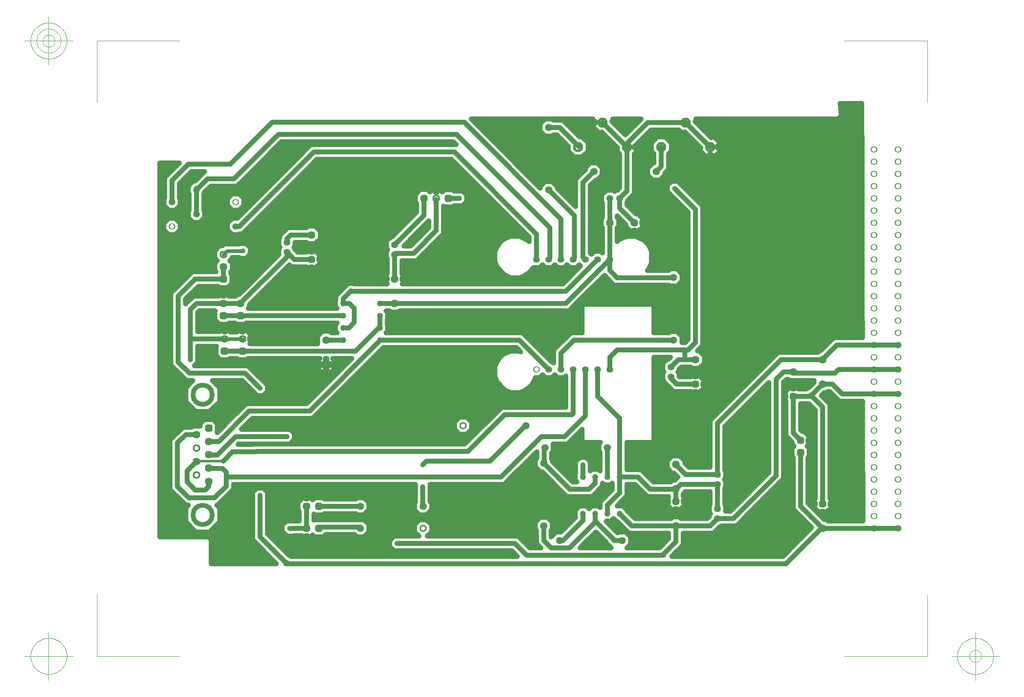
<source format=gbr>
G04 Generated by Ultiboard 10.0 *
%FSLAX25Y25*%
%MOIN*%

%ADD14C,0.04000*%
%ADD24C,0.02000*%
%ADD25C,0.03000*%
%ADD22C,0.00394*%
%ADD28C,0.03937X0.02362*%
%ADD29C,0.06334X0.03500*%
%ADD44C,0.19666X0.11833*%
%ADD45R,0.02667X0.02667X0.03333*%
%ADD46C,0.03333*%
%ADD34C,0.05512X0.03150*%
%ADD36C,0.05906X0.03543*%
%ADD38R,0.02083X0.02083X0.03917*%
%ADD18C,0.03917*%
%ADD33C,0.04900X0.03500*%
%ADD41C,0.05337X0.03937*%
%ADD31C,0.08334X0.04333*%


G04 ColorRGB 0000FF for the following layer *
%LNCopper Bottom*%
%LPD*%
%FSLAX25Y25*%
%MOIN*%
G54D14*
X466200Y377000D02*
X524600Y377000D01*
X524600Y377000D02*
X524600Y338429D01*
X524600Y338429D02*
X466200Y338429D01*
X466200Y338429D02*
X466200Y377000D01*
G36*
X466200Y377000D02*
X524600Y377000D01*
X524600Y338429D01*
X466200Y338429D01*
X466200Y377000D01*
G37*
X466200Y377000D02*
X524600Y377000D01*
X524600Y377000D02*
X524600Y338429D01*
X524600Y338429D02*
X466200Y338429D01*
X466200Y338429D02*
X466200Y377000D01*
X524600Y338429D02*
X524600Y281857D01*
X524600Y281857D02*
X466200Y281857D01*
X466200Y281857D02*
X466200Y338429D01*
X466200Y338429D02*
X524600Y338429D01*
G36*
X524600Y338429D02*
X524600Y281857D01*
X466200Y281857D01*
X466200Y338429D01*
X524600Y338429D01*
G37*
X524600Y338429D02*
X524600Y281857D01*
X524600Y281857D02*
X466200Y281857D01*
X466200Y281857D02*
X466200Y338429D01*
X466200Y338429D02*
X524600Y338429D01*
X524600Y281857D02*
X524600Y225286D01*
X524600Y225286D02*
X466200Y225286D01*
X466200Y225286D02*
X466200Y281857D01*
X466200Y281857D02*
X524600Y281857D01*
G36*
X524600Y281857D02*
X524600Y225286D01*
X466200Y225286D01*
X466200Y281857D01*
X524600Y281857D01*
G37*
X524600Y281857D02*
X524600Y225286D01*
X524600Y225286D02*
X466200Y225286D01*
X466200Y225286D02*
X466200Y281857D01*
X466200Y281857D02*
X524600Y281857D01*
X492334Y168714D02*
X466200Y168714D01*
X466200Y168714D02*
X466200Y225286D01*
X466200Y225286D02*
X524600Y225286D01*
X524600Y225286D02*
X524600Y186000D01*
X524600Y186000D02*
X509620Y186000D01*
X509620Y186000D02*
X492334Y168714D01*
G36*
X492334Y168714D02*
X466200Y168714D01*
X466200Y225286D01*
X524600Y225286D01*
X524600Y186000D01*
X509620Y186000D01*
X492334Y168714D01*
G37*
X492334Y168714D02*
X466200Y168714D01*
X466200Y168714D02*
X466200Y225286D01*
X466200Y225286D02*
X524600Y225286D01*
X524600Y225286D02*
X524600Y186000D01*
X524600Y186000D02*
X509620Y186000D01*
X509620Y186000D02*
X492334Y168714D01*
X493559Y152969D02*
X502000Y161410D01*
X502000Y161410D02*
X502000Y152969D01*
X502000Y152969D02*
X493559Y152969D01*
G36*
X493559Y152969D02*
X502000Y161410D01*
X502000Y152969D01*
X493559Y152969D01*
G37*
X493559Y152969D02*
X502000Y161410D01*
X502000Y161410D02*
X502000Y152969D01*
X502000Y152969D02*
X493559Y152969D01*
X487621Y147031D02*
X493559Y152969D01*
X493559Y152969D02*
X502000Y152969D01*
X502000Y152969D02*
X502000Y147031D01*
X502000Y147031D02*
X487621Y147031D01*
G36*
X487621Y147031D02*
X493559Y152969D01*
X502000Y152969D01*
X502000Y147031D01*
X487621Y147031D01*
G37*
X487621Y147031D02*
X493559Y152969D01*
X493559Y152969D02*
X502000Y152969D01*
X502000Y152969D02*
X502000Y147031D01*
X502000Y147031D02*
X487621Y147031D01*
X466200Y125610D02*
X487621Y147031D01*
X487621Y147031D02*
X502000Y147031D01*
X502000Y147031D02*
X502000Y112143D01*
X502000Y112143D02*
X466200Y112143D01*
X466200Y112143D02*
X466200Y125610D01*
G36*
X466200Y125610D02*
X487621Y147031D01*
X502000Y147031D01*
X502000Y112143D01*
X466200Y112143D01*
X466200Y125610D01*
G37*
X466200Y125610D02*
X487621Y147031D01*
X487621Y147031D02*
X502000Y147031D01*
X502000Y147031D02*
X502000Y112143D01*
X502000Y112143D02*
X466200Y112143D01*
X466200Y112143D02*
X466200Y125610D01*
X466756Y56000D02*
X466756Y60798D01*
X466756Y60798D02*
X466200Y61354D01*
X466200Y61354D02*
X466200Y74772D01*
X466200Y74772D02*
X466756Y75328D01*
X466756Y75328D02*
X466756Y80924D01*
X466756Y80924D02*
X466200Y81480D01*
X466200Y81480D02*
X466200Y82646D01*
X466200Y82646D02*
X466756Y83202D01*
X466756Y83202D02*
X466756Y88798D01*
X466756Y88798D02*
X466200Y89354D01*
X466200Y89354D02*
X466200Y112143D01*
X466200Y112143D02*
X502000Y112143D01*
X502000Y112143D02*
X502000Y87485D01*
X502000Y87485D02*
X470515Y56000D01*
X470515Y56000D02*
X466756Y56000D01*
G36*
X466756Y56000D02*
X466756Y60798D01*
X466200Y61354D01*
X466200Y74772D01*
X466756Y75328D01*
X466756Y80924D01*
X466200Y81480D01*
X466200Y82646D01*
X466756Y83202D01*
X466756Y88798D01*
X466200Y89354D01*
X466200Y112143D01*
X502000Y112143D01*
X502000Y87485D01*
X470515Y56000D01*
X466756Y56000D01*
G37*
X466756Y56000D02*
X466756Y60798D01*
X466756Y60798D02*
X466200Y61354D01*
X466200Y61354D02*
X466200Y74772D01*
X466200Y74772D02*
X466756Y75328D01*
X466756Y75328D02*
X466756Y80924D01*
X466756Y80924D02*
X466200Y81480D01*
X466200Y81480D02*
X466200Y82646D01*
X466200Y82646D02*
X466756Y83202D01*
X466756Y83202D02*
X466756Y88798D01*
X466756Y88798D02*
X466200Y89354D01*
X466200Y89354D02*
X466200Y112143D01*
X466200Y112143D02*
X502000Y112143D01*
X502000Y112143D02*
X502000Y87485D01*
X502000Y87485D02*
X470515Y56000D01*
X470515Y56000D02*
X466756Y56000D01*
X520833Y112143D02*
X520833Y111031D01*
X520833Y111031D02*
X522677Y109187D01*
X522677Y109187D02*
X521000Y107510D01*
X521000Y107510D02*
X521000Y100490D01*
X521000Y100490D02*
X522000Y99490D01*
X522000Y99490D02*
X522000Y57515D01*
X522000Y57515D02*
X523943Y55571D01*
X523943Y55571D02*
X487057Y55571D01*
X487057Y55571D02*
X514000Y82515D01*
X514000Y82515D02*
X514000Y112143D01*
X514000Y112143D02*
X520833Y112143D01*
G36*
X520833Y112143D02*
X520833Y111031D01*
X522677Y109187D01*
X521000Y107510D01*
X521000Y100490D01*
X522000Y99490D01*
X522000Y57515D01*
X523943Y55571D01*
X487057Y55571D01*
X514000Y82515D01*
X514000Y112143D01*
X520833Y112143D01*
G37*
X520833Y112143D02*
X520833Y111031D01*
X520833Y111031D02*
X522677Y109187D01*
X522677Y109187D02*
X521000Y107510D01*
X521000Y107510D02*
X521000Y100490D01*
X521000Y100490D02*
X522000Y99490D01*
X522000Y99490D02*
X522000Y57515D01*
X522000Y57515D02*
X523943Y55571D01*
X523943Y55571D02*
X487057Y55571D01*
X487057Y55571D02*
X514000Y82515D01*
X514000Y82515D02*
X514000Y112143D01*
X514000Y112143D02*
X520833Y112143D01*
X487057Y55571D02*
X523943Y55571D01*
X523943Y55571D02*
X524600Y54915D01*
X524600Y54915D02*
X524600Y30235D01*
X524600Y30235D02*
X513465Y19100D01*
X513465Y19100D02*
X466200Y19100D01*
X466200Y19100D02*
X466200Y44000D01*
X466200Y44000D02*
X475485Y44000D01*
X475485Y44000D02*
X487057Y55571D01*
G36*
X487057Y55571D02*
X523943Y55571D01*
X524600Y54915D01*
X524600Y30235D01*
X513465Y19100D01*
X466200Y19100D01*
X466200Y44000D01*
X475485Y44000D01*
X487057Y55571D01*
G37*
X487057Y55571D02*
X523943Y55571D01*
X523943Y55571D02*
X524600Y54915D01*
X524600Y54915D02*
X524600Y30235D01*
X524600Y30235D02*
X513465Y19100D01*
X513465Y19100D02*
X466200Y19100D01*
X466200Y19100D02*
X466200Y44000D01*
X466200Y44000D02*
X475485Y44000D01*
X475485Y44000D02*
X487057Y55571D01*
X234813Y317323D02*
X232969Y319167D01*
X232969Y319167D02*
X232600Y319167D01*
X232600Y319167D02*
X232600Y338429D01*
X232600Y338429D02*
X247836Y338429D01*
X247836Y338429D02*
X271792Y314472D01*
X271792Y314472D02*
X255000Y314472D01*
X255000Y314472D02*
X255000Y314485D01*
X255000Y314485D02*
X251485Y318000D01*
X251485Y318000D02*
X244510Y318000D01*
X244510Y318000D02*
X243510Y319000D01*
X243510Y319000D02*
X236490Y319000D01*
X236490Y319000D02*
X234813Y317323D01*
G36*
X234813Y317323D02*
X232969Y319167D01*
X232600Y319167D01*
X232600Y338429D01*
X247836Y338429D01*
X271792Y314472D01*
X255000Y314472D01*
X255000Y314485D01*
X251485Y318000D01*
X244510Y318000D01*
X243510Y319000D01*
X236490Y319000D01*
X234813Y317323D01*
G37*
X234813Y317323D02*
X232969Y319167D01*
X232969Y319167D02*
X232600Y319167D01*
X232600Y319167D02*
X232600Y338429D01*
X232600Y338429D02*
X247836Y338429D01*
X247836Y338429D02*
X271792Y314472D01*
X271792Y314472D02*
X255000Y314472D01*
X255000Y314472D02*
X255000Y314485D01*
X255000Y314485D02*
X251485Y318000D01*
X251485Y318000D02*
X244510Y318000D01*
X244510Y318000D02*
X243510Y319000D01*
X243510Y319000D02*
X236490Y319000D01*
X236490Y319000D02*
X234813Y317323D01*
X236000Y305490D02*
X236490Y305000D01*
X236490Y305000D02*
X243510Y305000D01*
X243510Y305000D02*
X244510Y306000D01*
X244510Y306000D02*
X251485Y306000D01*
X251485Y306000D02*
X255000Y309515D01*
X255000Y309515D02*
X255000Y314472D01*
X255000Y314472D02*
X271792Y314472D01*
X271792Y314472D02*
X291000Y295265D01*
X291000Y295265D02*
X291000Y281857D01*
X291000Y281857D02*
X234811Y281857D01*
X234811Y281857D02*
X236000Y283046D01*
X236000Y283046D02*
X236000Y305490D01*
G36*
X236000Y305490D02*
X236490Y305000D01*
X243510Y305000D01*
X244510Y306000D01*
X251485Y306000D01*
X255000Y309515D01*
X255000Y314472D01*
X271792Y314472D01*
X291000Y295265D01*
X291000Y281857D01*
X234811Y281857D01*
X236000Y283046D01*
X236000Y305490D01*
G37*
X236000Y305490D02*
X236490Y305000D01*
X236490Y305000D02*
X243510Y305000D01*
X243510Y305000D02*
X244510Y306000D01*
X244510Y306000D02*
X251485Y306000D01*
X251485Y306000D02*
X255000Y309515D01*
X255000Y309515D02*
X255000Y314472D01*
X255000Y314472D02*
X271792Y314472D01*
X271792Y314472D02*
X291000Y295265D01*
X291000Y295265D02*
X291000Y281857D01*
X291000Y281857D02*
X234811Y281857D01*
X234811Y281857D02*
X236000Y283046D01*
X236000Y283046D02*
X236000Y305490D01*
X232600Y242000D02*
X232600Y279646D01*
X232600Y279646D02*
X234811Y281857D01*
X234811Y281857D02*
X260472Y281857D01*
X260472Y281857D02*
X260472Y242000D01*
X260472Y242000D02*
X232600Y242000D01*
G36*
X232600Y242000D02*
X232600Y279646D01*
X234811Y281857D01*
X260472Y281857D01*
X260472Y242000D01*
X232600Y242000D01*
G37*
X232600Y242000D02*
X232600Y279646D01*
X232600Y279646D02*
X234811Y281857D01*
X234811Y281857D02*
X260472Y281857D01*
X260472Y281857D02*
X260472Y242000D01*
X260472Y242000D02*
X232600Y242000D01*
X291000Y202000D02*
X232600Y202000D01*
X232600Y202000D02*
X232600Y220000D01*
X232600Y220000D02*
X291000Y220000D01*
X291000Y220000D02*
X291000Y202000D01*
G36*
X291000Y202000D02*
X232600Y202000D01*
X232600Y220000D01*
X291000Y220000D01*
X291000Y202000D01*
G37*
X291000Y202000D02*
X232600Y202000D01*
X232600Y202000D02*
X232600Y220000D01*
X232600Y220000D02*
X291000Y220000D01*
X291000Y220000D02*
X291000Y202000D01*
X291000Y186883D02*
X287465Y185705D01*
X287465Y185705D02*
X284631Y184287D01*
X284631Y184287D02*
X281892Y181548D01*
X281892Y181548D02*
X279375Y177773D01*
X279375Y177773D02*
X278000Y173649D01*
X278000Y173649D02*
X278000Y168714D01*
X278000Y168714D02*
X232600Y168714D01*
X232600Y168714D02*
X232600Y190000D01*
X232600Y190000D02*
X291000Y190000D01*
X291000Y190000D02*
X291000Y186883D01*
G36*
X291000Y186883D02*
X287465Y185705D01*
X284631Y184287D01*
X281892Y181548D01*
X279375Y177773D01*
X278000Y173649D01*
X278000Y168714D01*
X232600Y168714D01*
X232600Y190000D01*
X291000Y190000D01*
X291000Y186883D01*
G37*
X291000Y186883D02*
X287465Y185705D01*
X287465Y185705D02*
X284631Y184287D01*
X284631Y184287D02*
X281892Y181548D01*
X281892Y181548D02*
X279375Y177773D01*
X279375Y177773D02*
X278000Y173649D01*
X278000Y173649D02*
X278000Y168714D01*
X278000Y168714D02*
X232600Y168714D01*
X232600Y168714D02*
X232600Y190000D01*
X232600Y190000D02*
X291000Y190000D01*
X291000Y190000D02*
X291000Y186883D01*
X254391Y132953D02*
X249120Y132953D01*
X249120Y132953D02*
X245047Y128880D01*
X245047Y128880D02*
X245047Y123120D01*
X245047Y123120D02*
X249120Y119047D01*
X249120Y119047D02*
X254391Y119047D01*
X254391Y119047D02*
X254391Y112143D01*
X254391Y112143D02*
X232600Y112143D01*
X232600Y112143D02*
X232600Y168714D01*
X232600Y168714D02*
X254391Y168714D01*
X254391Y168714D02*
X254391Y132953D01*
G36*
X254391Y132953D02*
X249120Y132953D01*
X245047Y128880D01*
X245047Y123120D01*
X249120Y119047D01*
X254391Y119047D01*
X254391Y112143D01*
X232600Y112143D01*
X232600Y168714D01*
X254391Y168714D01*
X254391Y132953D01*
G37*
X254391Y132953D02*
X249120Y132953D01*
X249120Y132953D02*
X245047Y128880D01*
X245047Y128880D02*
X245047Y123120D01*
X245047Y123120D02*
X249120Y119047D01*
X249120Y119047D02*
X254391Y119047D01*
X254391Y119047D02*
X254391Y112143D01*
X254391Y112143D02*
X232600Y112143D01*
X232600Y112143D02*
X232600Y168714D01*
X232600Y168714D02*
X254391Y168714D01*
X254391Y168714D02*
X254391Y132953D01*
X254391Y119047D02*
X254880Y119047D01*
X254880Y119047D02*
X258953Y123120D01*
X258953Y123120D02*
X258953Y128880D01*
X258953Y128880D02*
X254880Y132953D01*
X254880Y132953D02*
X254391Y132953D01*
X254391Y132953D02*
X254391Y168714D01*
X254391Y168714D02*
X278000Y168714D01*
X278000Y168714D02*
X278000Y166351D01*
X278000Y166351D02*
X279504Y161839D01*
X279504Y161839D02*
X285631Y155713D01*
X285631Y155713D02*
X291000Y153028D01*
X291000Y153028D02*
X291000Y141000D01*
X291000Y141000D02*
X283515Y141000D01*
X283515Y141000D02*
X254658Y112143D01*
X254658Y112143D02*
X254391Y112143D01*
X254391Y112143D02*
X254391Y119047D01*
G36*
X254391Y119047D02*
X254880Y119047D01*
X258953Y123120D01*
X258953Y128880D01*
X254880Y132953D01*
X254391Y132953D01*
X254391Y168714D01*
X278000Y168714D01*
X278000Y166351D01*
X279504Y161839D01*
X285631Y155713D01*
X291000Y153028D01*
X291000Y141000D01*
X283515Y141000D01*
X254658Y112143D01*
X254391Y112143D01*
X254391Y119047D01*
G37*
X254391Y119047D02*
X254880Y119047D01*
X254880Y119047D02*
X258953Y123120D01*
X258953Y123120D02*
X258953Y128880D01*
X258953Y128880D02*
X254880Y132953D01*
X254880Y132953D02*
X254391Y132953D01*
X254391Y132953D02*
X254391Y168714D01*
X254391Y168714D02*
X278000Y168714D01*
X278000Y168714D02*
X278000Y166351D01*
X278000Y166351D02*
X279504Y161839D01*
X279504Y161839D02*
X285631Y155713D01*
X285631Y155713D02*
X291000Y153028D01*
X291000Y153028D02*
X291000Y141000D01*
X291000Y141000D02*
X283515Y141000D01*
X283515Y141000D02*
X254658Y112143D01*
X254658Y112143D02*
X254391Y112143D01*
X254391Y112143D02*
X254391Y119047D01*
X232600Y78000D02*
X285485Y78000D01*
X285485Y78000D02*
X291000Y83515D01*
X291000Y83515D02*
X291000Y55571D01*
X291000Y55571D02*
X232600Y55571D01*
X232600Y55571D02*
X232600Y78000D01*
G36*
X232600Y78000D02*
X285485Y78000D01*
X291000Y83515D01*
X291000Y55571D01*
X232600Y55571D01*
X232600Y78000D01*
G37*
X232600Y78000D02*
X285485Y78000D01*
X285485Y78000D02*
X291000Y83515D01*
X291000Y83515D02*
X291000Y55571D01*
X291000Y55571D02*
X232600Y55571D01*
X232600Y55571D02*
X232600Y78000D01*
X253415Y110900D02*
X232600Y110900D01*
X232600Y110900D02*
X232600Y112143D01*
X232600Y112143D02*
X254658Y112143D01*
X254658Y112143D02*
X253415Y110900D01*
G36*
X253415Y110900D02*
X232600Y110900D01*
X232600Y112143D01*
X254658Y112143D01*
X253415Y110900D01*
G37*
X253415Y110900D02*
X232600Y110900D01*
X232600Y110900D02*
X232600Y112143D01*
X232600Y112143D02*
X254658Y112143D01*
X254658Y112143D02*
X253415Y110900D01*
X291000Y19100D02*
X232600Y19100D01*
X232600Y19100D02*
X232600Y23550D01*
X232600Y23550D02*
X291000Y23550D01*
X291000Y23550D02*
X291000Y19100D01*
G36*
X291000Y19100D02*
X232600Y19100D01*
X232600Y23550D01*
X291000Y23550D01*
X291000Y19100D01*
G37*
X291000Y19100D02*
X232600Y19100D01*
X232600Y19100D02*
X232600Y23550D01*
X232600Y23550D02*
X291000Y23550D01*
X291000Y23550D02*
X291000Y19100D01*
X291000Y35550D02*
X232600Y35550D01*
X232600Y35550D02*
X232600Y55571D01*
X232600Y55571D02*
X291000Y55571D01*
X291000Y55571D02*
X291000Y35550D01*
G36*
X291000Y35550D02*
X232600Y35550D01*
X232600Y55571D01*
X291000Y55571D01*
X291000Y35550D01*
G37*
X291000Y35550D02*
X232600Y35550D01*
X232600Y35550D02*
X232600Y55571D01*
X232600Y55571D02*
X291000Y55571D01*
X291000Y55571D02*
X291000Y35550D01*
X4000Y225286D02*
X4000Y281857D01*
X4000Y281857D02*
X16515Y281857D01*
X16515Y281857D02*
X16515Y238000D01*
X16515Y238000D02*
X13000Y234485D01*
X13000Y234485D02*
X13000Y225286D01*
X13000Y225286D02*
X4000Y225286D01*
G36*
X4000Y225286D02*
X4000Y281857D01*
X16515Y281857D01*
X16515Y238000D01*
X13000Y234485D01*
X13000Y225286D01*
X4000Y225286D01*
G37*
X4000Y225286D02*
X4000Y281857D01*
X4000Y281857D02*
X16515Y281857D01*
X16515Y281857D02*
X16515Y238000D01*
X16515Y238000D02*
X13000Y234485D01*
X13000Y234485D02*
X13000Y225286D01*
X13000Y225286D02*
X4000Y225286D01*
X53031Y273167D02*
X48833Y268969D01*
X48833Y268969D02*
X48833Y263031D01*
X48833Y263031D02*
X50864Y261000D01*
X50864Y261000D02*
X48833Y258969D01*
X48833Y258969D02*
X48833Y253031D01*
X48833Y253031D02*
X49864Y252000D01*
X49864Y252000D02*
X30515Y252000D01*
X30515Y252000D02*
X16515Y238000D01*
X16515Y238000D02*
X16515Y281857D01*
X16515Y281857D02*
X53031Y281857D01*
X53031Y281857D02*
X53031Y273167D01*
G36*
X53031Y273167D02*
X48833Y268969D01*
X48833Y263031D01*
X50864Y261000D01*
X48833Y258969D01*
X48833Y253031D01*
X49864Y252000D01*
X30515Y252000D01*
X16515Y238000D01*
X16515Y281857D01*
X53031Y281857D01*
X53031Y273167D01*
G37*
X53031Y273167D02*
X48833Y268969D01*
X48833Y268969D02*
X48833Y263031D01*
X48833Y263031D02*
X50864Y261000D01*
X50864Y261000D02*
X48833Y258969D01*
X48833Y258969D02*
X48833Y253031D01*
X48833Y253031D02*
X49864Y252000D01*
X49864Y252000D02*
X30515Y252000D01*
X30515Y252000D02*
X16515Y238000D01*
X16515Y238000D02*
X16515Y281857D01*
X16515Y281857D02*
X53031Y281857D01*
X53031Y281857D02*
X53031Y273167D01*
X61136Y261000D02*
X63167Y263031D01*
X63167Y263031D02*
X63167Y263500D01*
X63167Y263500D02*
X67031Y263500D01*
X67031Y263500D02*
X67031Y233167D01*
X67031Y233167D02*
X65814Y231950D01*
X65814Y231950D02*
X60186Y231950D01*
X60186Y231950D02*
X58969Y233167D01*
X58969Y233167D02*
X57400Y233167D01*
X57400Y233167D02*
X57400Y239000D01*
X57400Y239000D02*
X59510Y239000D01*
X59510Y239000D02*
X63000Y242490D01*
X63000Y242490D02*
X63000Y249510D01*
X63000Y249510D02*
X62000Y250510D01*
X62000Y250510D02*
X62000Y251864D01*
X62000Y251864D02*
X63167Y253031D01*
X63167Y253031D02*
X63167Y258969D01*
X63167Y258969D02*
X61136Y261000D01*
G36*
X61136Y261000D02*
X63167Y263031D01*
X63167Y263500D01*
X67031Y263500D01*
X67031Y233167D01*
X65814Y231950D01*
X60186Y231950D01*
X58969Y233167D01*
X57400Y233167D01*
X57400Y239000D01*
X59510Y239000D01*
X63000Y242490D01*
X63000Y249510D01*
X62000Y250510D01*
X62000Y251864D01*
X63167Y253031D01*
X63167Y258969D01*
X61136Y261000D01*
G37*
X61136Y261000D02*
X63167Y263031D01*
X63167Y263031D02*
X63167Y263500D01*
X63167Y263500D02*
X67031Y263500D01*
X67031Y263500D02*
X67031Y233167D01*
X67031Y233167D02*
X65814Y231950D01*
X65814Y231950D02*
X60186Y231950D01*
X60186Y231950D02*
X58969Y233167D01*
X58969Y233167D02*
X57400Y233167D01*
X57400Y233167D02*
X57400Y239000D01*
X57400Y239000D02*
X59510Y239000D01*
X59510Y239000D02*
X63000Y242490D01*
X63000Y242490D02*
X63000Y249510D01*
X63000Y249510D02*
X62000Y250510D01*
X62000Y250510D02*
X62000Y251864D01*
X62000Y251864D02*
X63167Y253031D01*
X63167Y253031D02*
X63167Y258969D01*
X63167Y258969D02*
X61136Y261000D01*
X68519Y233167D02*
X67031Y233167D01*
X67031Y233167D02*
X67031Y263500D01*
X67031Y263500D02*
X69059Y263500D01*
X69059Y263500D02*
X69528Y263031D01*
X69528Y263031D02*
X74472Y263031D01*
X74472Y263031D02*
X74472Y239121D01*
X74472Y239121D02*
X68519Y233167D01*
G36*
X68519Y233167D02*
X67031Y233167D01*
X67031Y263500D01*
X69059Y263500D01*
X69528Y263031D01*
X74472Y263031D01*
X74472Y239121D01*
X68519Y233167D01*
G37*
X68519Y233167D02*
X67031Y233167D01*
X67031Y233167D02*
X67031Y263500D01*
X67031Y263500D02*
X69059Y263500D01*
X69059Y263500D02*
X69528Y263031D01*
X69528Y263031D02*
X74472Y263031D01*
X74472Y263031D02*
X74472Y239121D01*
X74472Y239121D02*
X68519Y233167D01*
X96966Y261615D02*
X74472Y239121D01*
X74472Y239121D02*
X74472Y261615D01*
X74472Y261615D02*
X96966Y261615D01*
G36*
X96966Y261615D02*
X74472Y239121D01*
X74472Y261615D01*
X96966Y261615D01*
G37*
X96966Y261615D02*
X74472Y239121D01*
X74472Y239121D02*
X74472Y261615D01*
X74472Y261615D02*
X96966Y261615D01*
X77608Y225286D02*
X109981Y257659D01*
X109981Y257659D02*
X111641Y256000D01*
X111641Y256000D02*
X115800Y256000D01*
X115800Y256000D02*
X115800Y225286D01*
X115800Y225286D02*
X77608Y225286D01*
G36*
X77608Y225286D02*
X109981Y257659D01*
X111641Y256000D01*
X115800Y256000D01*
X115800Y225286D01*
X77608Y225286D01*
G37*
X77608Y225286D02*
X109981Y257659D01*
X109981Y257659D02*
X111641Y256000D01*
X111641Y256000D02*
X115800Y256000D01*
X115800Y256000D02*
X115800Y225286D01*
X115800Y225286D02*
X77608Y225286D01*
X123864Y256000D02*
X125031Y254833D01*
X125031Y254833D02*
X127258Y254833D01*
X127258Y254833D02*
X127258Y256000D01*
X127258Y256000D02*
X128742Y256000D01*
X128742Y256000D02*
X128742Y254833D01*
X128742Y254833D02*
X130969Y254833D01*
X130969Y254833D02*
X135167Y259031D01*
X135167Y259031D02*
X174200Y259031D01*
X174200Y259031D02*
X174200Y242000D01*
X174200Y242000D02*
X163085Y242000D01*
X163085Y242000D02*
X162885Y242200D01*
X162885Y242200D02*
X157915Y242200D01*
X157915Y242200D02*
X149229Y233515D01*
X149229Y233515D02*
X115800Y233515D01*
X115800Y233515D02*
X115800Y256000D01*
X115800Y256000D02*
X123864Y256000D01*
G36*
X123864Y256000D02*
X125031Y254833D01*
X127258Y254833D01*
X127258Y256000D01*
X128742Y256000D01*
X128742Y254833D01*
X130969Y254833D01*
X135167Y259031D01*
X174200Y259031D01*
X174200Y242000D01*
X163085Y242000D01*
X162885Y242200D01*
X157915Y242200D01*
X149229Y233515D01*
X115800Y233515D01*
X115800Y256000D01*
X123864Y256000D01*
G37*
X123864Y256000D02*
X125031Y254833D01*
X125031Y254833D02*
X127258Y254833D01*
X127258Y254833D02*
X127258Y256000D01*
X127258Y256000D02*
X128742Y256000D01*
X128742Y256000D02*
X128742Y254833D01*
X128742Y254833D02*
X130969Y254833D01*
X130969Y254833D02*
X135167Y259031D01*
X135167Y259031D02*
X174200Y259031D01*
X174200Y259031D02*
X174200Y242000D01*
X174200Y242000D02*
X163085Y242000D01*
X163085Y242000D02*
X162885Y242200D01*
X162885Y242200D02*
X157915Y242200D01*
X157915Y242200D02*
X149229Y233515D01*
X149229Y233515D02*
X115800Y233515D01*
X115800Y233515D02*
X115800Y256000D01*
X115800Y256000D02*
X123864Y256000D01*
X190383Y270063D02*
X189244Y268924D01*
X189244Y268924D02*
X189244Y263328D01*
X189244Y263328D02*
X190000Y262572D01*
X190000Y262572D02*
X190000Y250136D01*
X190000Y250136D02*
X188833Y248969D01*
X188833Y248969D02*
X188833Y246742D01*
X188833Y246742D02*
X190000Y246742D01*
X190000Y246742D02*
X190000Y245258D01*
X190000Y245258D02*
X188833Y245258D01*
X188833Y245258D02*
X188833Y243031D01*
X188833Y243031D02*
X189864Y242000D01*
X189864Y242000D02*
X174200Y242000D01*
X174200Y242000D02*
X174200Y281857D01*
X174200Y281857D02*
X193515Y281857D01*
X193515Y281857D02*
X193515Y280756D01*
X193515Y280756D02*
X193202Y280756D01*
X193202Y280756D02*
X189244Y276798D01*
X189244Y276798D02*
X189244Y271202D01*
X189244Y271202D02*
X190383Y270063D01*
G36*
X190383Y270063D02*
X189244Y268924D01*
X189244Y263328D01*
X190000Y262572D01*
X190000Y250136D01*
X188833Y248969D01*
X188833Y246742D01*
X190000Y246742D01*
X190000Y245258D01*
X188833Y245258D01*
X188833Y243031D01*
X189864Y242000D01*
X174200Y242000D01*
X174200Y281857D01*
X193515Y281857D01*
X193515Y280756D01*
X193202Y280756D01*
X189244Y276798D01*
X189244Y271202D01*
X190383Y270063D01*
G37*
X190383Y270063D02*
X189244Y268924D01*
X189244Y268924D02*
X189244Y263328D01*
X189244Y263328D02*
X190000Y262572D01*
X190000Y262572D02*
X190000Y250136D01*
X190000Y250136D02*
X188833Y248969D01*
X188833Y248969D02*
X188833Y246742D01*
X188833Y246742D02*
X190000Y246742D01*
X190000Y246742D02*
X190000Y245258D01*
X190000Y245258D02*
X188833Y245258D01*
X188833Y245258D02*
X188833Y243031D01*
X188833Y243031D02*
X189864Y242000D01*
X189864Y242000D02*
X174200Y242000D01*
X174200Y242000D02*
X174200Y281857D01*
X174200Y281857D02*
X193515Y281857D01*
X193515Y281857D02*
X193515Y280756D01*
X193515Y280756D02*
X193202Y280756D01*
X193202Y280756D02*
X189244Y276798D01*
X189244Y276798D02*
X189244Y271202D01*
X189244Y271202D02*
X190383Y270063D01*
X203167Y248969D02*
X202000Y250136D01*
X202000Y250136D02*
X202000Y261000D01*
X202000Y261000D02*
X213954Y261000D01*
X213954Y261000D02*
X219080Y266126D01*
X219080Y266126D02*
X232600Y266126D01*
X232600Y266126D02*
X232600Y248969D01*
X232600Y248969D02*
X203167Y248969D01*
G36*
X203167Y248969D02*
X202000Y250136D01*
X202000Y261000D01*
X213954Y261000D01*
X219080Y266126D01*
X232600Y266126D01*
X232600Y248969D01*
X203167Y248969D01*
G37*
X203167Y248969D02*
X202000Y250136D01*
X202000Y250136D02*
X202000Y261000D01*
X202000Y261000D02*
X213954Y261000D01*
X213954Y261000D02*
X219080Y266126D01*
X219080Y266126D02*
X232600Y266126D01*
X232600Y266126D02*
X232600Y248969D01*
X232600Y248969D02*
X203167Y248969D01*
X202000Y246742D02*
X203167Y246742D01*
X203167Y246742D02*
X203167Y248969D01*
X203167Y248969D02*
X232600Y248969D01*
X232600Y248969D02*
X232600Y243031D01*
X232600Y243031D02*
X203167Y243031D01*
X203167Y243031D02*
X203167Y245258D01*
X203167Y245258D02*
X202000Y245258D01*
X202000Y245258D02*
X202000Y246742D01*
G36*
X202000Y246742D02*
X203167Y246742D01*
X203167Y248969D01*
X232600Y248969D01*
X232600Y243031D01*
X203167Y243031D01*
X203167Y245258D01*
X202000Y245258D01*
X202000Y246742D01*
G37*
X202000Y246742D02*
X203167Y246742D01*
X203167Y246742D02*
X203167Y248969D01*
X203167Y248969D02*
X232600Y248969D01*
X232600Y248969D02*
X232600Y243031D01*
X232600Y243031D02*
X203167Y243031D01*
X203167Y243031D02*
X203167Y245258D01*
X203167Y245258D02*
X202000Y245258D01*
X202000Y245258D02*
X202000Y246742D01*
X148000Y229122D02*
X147550Y228672D01*
X147550Y228672D02*
X147550Y225286D01*
X147550Y225286D02*
X115800Y225286D01*
X115800Y225286D02*
X115800Y233515D01*
X115800Y233515D02*
X149229Y233515D01*
X149229Y233515D02*
X148000Y232285D01*
X148000Y232285D02*
X148000Y229122D01*
G36*
X148000Y229122D02*
X147550Y228672D01*
X147550Y225286D01*
X115800Y225286D01*
X115800Y233515D01*
X149229Y233515D01*
X148000Y232285D01*
X148000Y229122D01*
G37*
X148000Y229122D02*
X147550Y228672D01*
X147550Y228672D02*
X147550Y225286D01*
X147550Y225286D02*
X115800Y225286D01*
X115800Y225286D02*
X115800Y233515D01*
X115800Y233515D02*
X149229Y233515D01*
X149229Y233515D02*
X148000Y232285D01*
X148000Y232285D02*
X148000Y229122D01*
X148878Y210000D02*
X147550Y208672D01*
X147550Y208672D02*
X147550Y208015D01*
X147550Y208015D02*
X115800Y208015D01*
X115800Y208015D02*
X115800Y210000D01*
X115800Y210000D02*
X148878Y210000D01*
G36*
X148878Y210000D02*
X147550Y208672D01*
X147550Y208015D01*
X115800Y208015D01*
X115800Y210000D01*
X148878Y210000D01*
G37*
X148878Y210000D02*
X147550Y208672D01*
X147550Y208672D02*
X147550Y208015D01*
X147550Y208015D02*
X115800Y208015D01*
X115800Y208015D02*
X115800Y210000D01*
X115800Y210000D02*
X148878Y210000D01*
X132833Y193515D02*
X132833Y193031D01*
X132833Y193031D02*
X132864Y193000D01*
X132864Y193000D02*
X115800Y193000D01*
X115800Y193000D02*
X115800Y193515D01*
X115800Y193515D02*
X132833Y193515D01*
G36*
X132833Y193515D02*
X132833Y193031D01*
X132864Y193000D01*
X115800Y193000D01*
X115800Y193515D01*
X132833Y193515D01*
G37*
X132833Y193515D02*
X132833Y193031D01*
X132833Y193031D02*
X132864Y193000D01*
X132864Y193000D02*
X115800Y193000D01*
X115800Y193000D02*
X115800Y193515D01*
X115800Y193515D02*
X132833Y193515D01*
X144136Y202000D02*
X142969Y203167D01*
X142969Y203167D02*
X137031Y203167D01*
X137031Y203167D02*
X132833Y198969D01*
X132833Y198969D02*
X132833Y193515D01*
X132833Y193515D02*
X115800Y193515D01*
X115800Y193515D02*
X115800Y208015D01*
X115800Y208015D02*
X147550Y208015D01*
X147550Y208015D02*
X147550Y203328D01*
X147550Y203328D02*
X148878Y202000D01*
X148878Y202000D02*
X144136Y202000D01*
G36*
X144136Y202000D02*
X142969Y203167D01*
X137031Y203167D01*
X132833Y198969D01*
X132833Y193515D01*
X115800Y193515D01*
X115800Y208015D01*
X147550Y208015D01*
X147550Y203328D01*
X148878Y202000D01*
X144136Y202000D01*
G37*
X144136Y202000D02*
X142969Y203167D01*
X142969Y203167D02*
X137031Y203167D01*
X137031Y203167D02*
X132833Y198969D01*
X132833Y198969D02*
X132833Y193515D01*
X132833Y193515D02*
X115800Y193515D01*
X115800Y193515D02*
X115800Y208015D01*
X115800Y208015D02*
X147550Y208015D01*
X147550Y208015D02*
X147550Y203328D01*
X147550Y203328D02*
X148878Y202000D01*
X148878Y202000D02*
X144136Y202000D01*
X134864Y181000D02*
X132833Y178969D01*
X132833Y178969D02*
X132833Y176742D01*
X132833Y176742D02*
X137031Y176742D01*
X137031Y176742D02*
X137031Y175258D01*
X137031Y175258D02*
X132833Y175258D01*
X132833Y175258D02*
X132833Y173031D01*
X132833Y173031D02*
X137031Y168833D01*
X137031Y168833D02*
X137031Y168714D01*
X137031Y168714D02*
X115800Y168714D01*
X115800Y168714D02*
X115800Y181000D01*
X115800Y181000D02*
X134864Y181000D01*
G36*
X134864Y181000D02*
X132833Y178969D01*
X132833Y176742D01*
X137031Y176742D01*
X137031Y175258D01*
X132833Y175258D01*
X132833Y173031D01*
X137031Y168833D01*
X137031Y168714D01*
X115800Y168714D01*
X115800Y181000D01*
X134864Y181000D01*
G37*
X134864Y181000D02*
X132833Y178969D01*
X132833Y178969D02*
X132833Y176742D01*
X132833Y176742D02*
X137031Y176742D01*
X137031Y176742D02*
X137031Y175258D01*
X137031Y175258D02*
X132833Y175258D01*
X132833Y175258D02*
X132833Y173031D01*
X132833Y173031D02*
X137031Y168833D01*
X137031Y168833D02*
X137031Y168714D01*
X137031Y168714D02*
X115800Y168714D01*
X115800Y168714D02*
X115800Y181000D01*
X115800Y181000D02*
X134864Y181000D01*
X147550Y225286D02*
X147550Y223328D01*
X147550Y223328D02*
X148878Y222000D01*
X148878Y222000D02*
X115800Y222000D01*
X115800Y222000D02*
X115800Y225286D01*
X115800Y225286D02*
X147550Y225286D01*
G36*
X147550Y225286D02*
X147550Y223328D01*
X148878Y222000D01*
X115800Y222000D01*
X115800Y225286D01*
X147550Y225286D01*
G37*
X147550Y225286D02*
X147550Y223328D01*
X147550Y223328D02*
X148878Y222000D01*
X148878Y222000D02*
X115800Y222000D01*
X115800Y222000D02*
X115800Y225286D01*
X115800Y225286D02*
X147550Y225286D01*
X165700Y168714D02*
X174200Y168714D01*
X174200Y168714D02*
X174200Y112143D01*
X174200Y112143D02*
X115800Y112143D01*
X115800Y112143D02*
X115800Y132000D01*
X115800Y132000D02*
X128985Y132000D01*
X128985Y132000D02*
X165700Y168714D01*
G36*
X165700Y168714D02*
X174200Y168714D01*
X174200Y112143D01*
X115800Y112143D01*
X115800Y132000D01*
X128985Y132000D01*
X165700Y168714D01*
G37*
X165700Y168714D02*
X174200Y168714D01*
X174200Y168714D02*
X174200Y112143D01*
X174200Y112143D02*
X115800Y112143D01*
X115800Y112143D02*
X115800Y132000D01*
X115800Y132000D02*
X128985Y132000D01*
X128985Y132000D02*
X165700Y168714D01*
X148729Y168714D02*
X124015Y144000D01*
X124015Y144000D02*
X115800Y144000D01*
X115800Y144000D02*
X115800Y168714D01*
X115800Y168714D02*
X148729Y168714D01*
G36*
X148729Y168714D02*
X124015Y144000D01*
X115800Y144000D01*
X115800Y168714D01*
X148729Y168714D01*
G37*
X148729Y168714D02*
X124015Y144000D01*
X124015Y144000D02*
X115800Y144000D01*
X115800Y144000D02*
X115800Y168714D01*
X115800Y168714D02*
X148729Y168714D01*
X128813Y65323D02*
X126969Y67167D01*
X126969Y67167D02*
X124742Y67167D01*
X124742Y67167D02*
X124742Y66000D01*
X124742Y66000D02*
X123258Y66000D01*
X123258Y66000D02*
X123258Y67167D01*
X123258Y67167D02*
X121031Y67167D01*
X121031Y67167D02*
X116833Y62969D01*
X116833Y62969D02*
X115800Y62969D01*
X115800Y62969D02*
X115800Y78000D01*
X115800Y78000D02*
X174200Y78000D01*
X174200Y78000D02*
X174200Y63633D01*
X174200Y63633D02*
X170880Y66953D01*
X170880Y66953D02*
X165120Y66953D01*
X165120Y66953D02*
X164167Y66000D01*
X164167Y66000D02*
X138510Y66000D01*
X138510Y66000D02*
X137510Y67000D01*
X137510Y67000D02*
X130490Y67000D01*
X130490Y67000D02*
X128813Y65323D01*
G36*
X128813Y65323D02*
X126969Y67167D01*
X124742Y67167D01*
X124742Y66000D01*
X123258Y66000D01*
X123258Y67167D01*
X121031Y67167D01*
X116833Y62969D01*
X115800Y62969D01*
X115800Y78000D01*
X174200Y78000D01*
X174200Y63633D01*
X170880Y66953D01*
X165120Y66953D01*
X164167Y66000D01*
X138510Y66000D01*
X137510Y67000D01*
X130490Y67000D01*
X128813Y65323D01*
G37*
X128813Y65323D02*
X126969Y67167D01*
X126969Y67167D02*
X124742Y67167D01*
X124742Y67167D02*
X124742Y66000D01*
X124742Y66000D02*
X123258Y66000D01*
X123258Y66000D02*
X123258Y67167D01*
X123258Y67167D02*
X121031Y67167D01*
X121031Y67167D02*
X116833Y62969D01*
X116833Y62969D02*
X115800Y62969D01*
X115800Y62969D02*
X115800Y78000D01*
X115800Y78000D02*
X174200Y78000D01*
X174200Y78000D02*
X174200Y63633D01*
X174200Y63633D02*
X170880Y66953D01*
X170880Y66953D02*
X165120Y66953D01*
X165120Y66953D02*
X164167Y66000D01*
X164167Y66000D02*
X138510Y66000D01*
X138510Y66000D02*
X137510Y67000D01*
X137510Y67000D02*
X130490Y67000D01*
X130490Y67000D02*
X128813Y65323D01*
X174200Y110900D02*
X115800Y110900D01*
X115800Y110900D02*
X115800Y112143D01*
X115800Y112143D02*
X174200Y112143D01*
X174200Y112143D02*
X174200Y110900D01*
G36*
X174200Y110900D02*
X115800Y110900D01*
X115800Y112143D01*
X174200Y112143D01*
X174200Y110900D01*
G37*
X174200Y110900D02*
X115800Y110900D01*
X115800Y110900D02*
X115800Y112143D01*
X115800Y112143D02*
X174200Y112143D01*
X174200Y112143D02*
X174200Y110900D01*
X119864Y36000D02*
X121031Y34833D01*
X121031Y34833D02*
X123258Y34833D01*
X123258Y34833D02*
X123258Y36000D01*
X123258Y36000D02*
X124742Y36000D01*
X124742Y36000D02*
X124742Y34833D01*
X124742Y34833D02*
X126969Y34833D01*
X126969Y34833D02*
X128813Y36677D01*
X128813Y36677D02*
X130490Y35000D01*
X130490Y35000D02*
X131515Y35000D01*
X131515Y35000D02*
X131515Y19100D01*
X131515Y19100D02*
X115800Y19100D01*
X115800Y19100D02*
X115800Y36000D01*
X115800Y36000D02*
X119864Y36000D01*
G36*
X119864Y36000D02*
X121031Y34833D01*
X123258Y34833D01*
X123258Y36000D01*
X124742Y36000D01*
X124742Y34833D01*
X126969Y34833D01*
X128813Y36677D01*
X130490Y35000D01*
X131515Y35000D01*
X131515Y19100D01*
X115800Y19100D01*
X115800Y36000D01*
X119864Y36000D01*
G37*
X119864Y36000D02*
X121031Y34833D01*
X121031Y34833D02*
X123258Y34833D01*
X123258Y34833D02*
X123258Y36000D01*
X123258Y36000D02*
X124742Y36000D01*
X124742Y36000D02*
X124742Y34833D01*
X124742Y34833D02*
X126969Y34833D01*
X126969Y34833D02*
X128813Y36677D01*
X128813Y36677D02*
X130490Y35000D01*
X130490Y35000D02*
X131515Y35000D01*
X131515Y35000D02*
X131515Y19100D01*
X131515Y19100D02*
X115800Y19100D01*
X115800Y19100D02*
X115800Y36000D01*
X115800Y36000D02*
X119864Y36000D01*
X51000Y126347D02*
X51000Y127681D01*
X51000Y127681D02*
X47681Y131000D01*
X47681Y131000D02*
X40319Y131000D01*
X40319Y131000D02*
X37000Y127681D01*
X37000Y127681D02*
X37000Y126347D01*
X37000Y126347D02*
X36185Y126347D01*
X36185Y126347D02*
X36185Y137500D01*
X36185Y137500D02*
X44730Y137500D01*
X44730Y137500D02*
X52833Y145604D01*
X52833Y145604D02*
X52833Y157063D01*
X52833Y157063D02*
X47046Y162850D01*
X47046Y162850D02*
X57400Y162850D01*
X57400Y162850D02*
X57400Y126819D01*
X57400Y126819D02*
X56929Y126347D01*
X56929Y126347D02*
X51000Y126347D01*
G36*
X51000Y126347D02*
X51000Y127681D01*
X47681Y131000D01*
X40319Y131000D01*
X37000Y127681D01*
X37000Y126347D01*
X36185Y126347D01*
X36185Y137500D01*
X44730Y137500D01*
X52833Y145604D01*
X52833Y157063D01*
X47046Y162850D01*
X57400Y162850D01*
X57400Y126819D01*
X56929Y126347D01*
X51000Y126347D01*
G37*
X51000Y126347D02*
X51000Y127681D01*
X51000Y127681D02*
X47681Y131000D01*
X47681Y131000D02*
X40319Y131000D01*
X40319Y131000D02*
X37000Y127681D01*
X37000Y127681D02*
X37000Y126347D01*
X37000Y126347D02*
X36185Y126347D01*
X36185Y126347D02*
X36185Y137500D01*
X36185Y137500D02*
X44730Y137500D01*
X44730Y137500D02*
X52833Y145604D01*
X52833Y145604D02*
X52833Y157063D01*
X52833Y157063D02*
X47046Y162850D01*
X47046Y162850D02*
X57400Y162850D01*
X57400Y162850D02*
X57400Y126819D01*
X57400Y126819D02*
X56929Y126347D01*
X56929Y126347D02*
X51000Y126347D01*
X51000Y120419D02*
X51000Y126347D01*
X51000Y126347D02*
X56929Y126347D01*
X56929Y126347D02*
X51000Y120419D01*
G36*
X51000Y120419D02*
X51000Y126347D01*
X56929Y126347D01*
X51000Y120419D01*
G37*
X51000Y120419D02*
X51000Y126347D01*
X51000Y126347D02*
X56929Y126347D01*
X56929Y126347D02*
X51000Y120419D01*
X30954Y162850D02*
X25167Y157063D01*
X25167Y157063D02*
X25167Y145604D01*
X25167Y145604D02*
X33270Y137500D01*
X33270Y137500D02*
X36185Y137500D01*
X36185Y137500D02*
X36185Y125667D01*
X36185Y125667D02*
X31031Y125667D01*
X31031Y125667D02*
X30064Y124700D01*
X30064Y124700D02*
X22815Y124700D01*
X22815Y124700D02*
X12450Y114335D01*
X12450Y114335D02*
X12450Y112143D01*
X12450Y112143D02*
X4000Y112143D01*
X4000Y112143D02*
X4000Y168714D01*
X4000Y168714D02*
X19891Y168714D01*
X19891Y168714D02*
X22241Y166365D01*
X22241Y166365D02*
X22241Y166365D01*
X22241Y166365D02*
X25756Y162850D01*
X25756Y162850D02*
X30954Y162850D01*
G36*
X30954Y162850D02*
X25167Y157063D01*
X25167Y145604D01*
X33270Y137500D01*
X36185Y137500D01*
X36185Y125667D01*
X31031Y125667D01*
X30064Y124700D01*
X22815Y124700D01*
X12450Y114335D01*
X12450Y112143D01*
X4000Y112143D01*
X4000Y168714D01*
X19891Y168714D01*
X22241Y166365D01*
X22241Y166365D01*
X25756Y162850D01*
X30954Y162850D01*
G37*
X30954Y162850D02*
X25167Y157063D01*
X25167Y157063D02*
X25167Y145604D01*
X25167Y145604D02*
X33270Y137500D01*
X33270Y137500D02*
X36185Y137500D01*
X36185Y137500D02*
X36185Y125667D01*
X36185Y125667D02*
X31031Y125667D01*
X31031Y125667D02*
X30064Y124700D01*
X30064Y124700D02*
X22815Y124700D01*
X22815Y124700D02*
X12450Y114335D01*
X12450Y114335D02*
X12450Y112143D01*
X12450Y112143D02*
X4000Y112143D01*
X4000Y112143D02*
X4000Y168714D01*
X4000Y168714D02*
X19891Y168714D01*
X19891Y168714D02*
X22241Y166365D01*
X22241Y166365D02*
X22241Y166365D01*
X22241Y166365D02*
X25756Y162850D01*
X25756Y162850D02*
X30954Y162850D01*
X37000Y126347D02*
X37000Y125636D01*
X37000Y125636D02*
X36969Y125667D01*
X36969Y125667D02*
X36185Y125667D01*
X36185Y125667D02*
X36185Y126347D01*
X36185Y126347D02*
X37000Y126347D01*
G36*
X37000Y126347D02*
X37000Y125636D01*
X36969Y125667D01*
X36185Y125667D01*
X36185Y126347D01*
X37000Y126347D01*
G37*
X37000Y126347D02*
X37000Y125636D01*
X37000Y125636D02*
X36969Y125667D01*
X36969Y125667D02*
X36185Y125667D01*
X36185Y125667D02*
X36185Y126347D01*
X36185Y126347D02*
X37000Y126347D01*
X79552Y132000D02*
X88472Y132000D01*
X88472Y132000D02*
X88472Y123000D01*
X88472Y123000D02*
X70552Y123000D01*
X70552Y123000D02*
X79552Y132000D01*
G36*
X79552Y132000D02*
X88472Y132000D01*
X88472Y123000D01*
X70552Y123000D01*
X79552Y132000D01*
G37*
X79552Y132000D02*
X88472Y132000D01*
X88472Y132000D02*
X88472Y123000D01*
X88472Y123000D02*
X70552Y123000D01*
X70552Y123000D02*
X79552Y132000D01*
X88472Y132000D02*
X115800Y132000D01*
X115800Y132000D02*
X115800Y112143D01*
X115800Y112143D02*
X111628Y112143D01*
X111628Y112143D02*
X114000Y114515D01*
X114000Y114515D02*
X114000Y119485D01*
X114000Y119485D02*
X110485Y123000D01*
X110485Y123000D02*
X88472Y123000D01*
X88472Y123000D02*
X88472Y132000D01*
G36*
X88472Y132000D02*
X115800Y132000D01*
X115800Y112143D01*
X111628Y112143D01*
X114000Y114515D01*
X114000Y119485D01*
X110485Y123000D01*
X88472Y123000D01*
X88472Y132000D01*
G37*
X88472Y132000D02*
X115800Y132000D01*
X115800Y132000D02*
X115800Y112143D01*
X115800Y112143D02*
X111628Y112143D01*
X111628Y112143D02*
X114000Y114515D01*
X114000Y114515D02*
X114000Y119485D01*
X114000Y119485D02*
X110485Y123000D01*
X110485Y123000D02*
X88472Y123000D01*
X88472Y123000D02*
X88472Y132000D01*
X88472Y144000D02*
X74581Y144000D01*
X74581Y144000D02*
X57400Y126819D01*
X57400Y126819D02*
X57400Y162850D01*
X57400Y162850D02*
X71132Y162850D01*
X71132Y162850D02*
X83515Y150467D01*
X83515Y150467D02*
X88472Y150467D01*
X88472Y150467D02*
X88472Y144000D01*
G36*
X88472Y144000D02*
X74581Y144000D01*
X57400Y126819D01*
X57400Y162850D01*
X71132Y162850D01*
X83515Y150467D01*
X88472Y150467D01*
X88472Y144000D01*
G37*
X88472Y144000D02*
X74581Y144000D01*
X74581Y144000D02*
X57400Y126819D01*
X57400Y126819D02*
X57400Y162850D01*
X57400Y162850D02*
X71132Y162850D01*
X71132Y162850D02*
X83515Y150467D01*
X83515Y150467D02*
X88472Y150467D01*
X88472Y150467D02*
X88472Y144000D01*
X64200Y78000D02*
X88472Y78000D01*
X88472Y78000D02*
X88472Y74984D01*
X88472Y74984D02*
X83515Y74984D01*
X83515Y74984D02*
X80000Y71469D01*
X80000Y71469D02*
X80000Y55571D01*
X80000Y55571D02*
X57400Y55571D01*
X57400Y55571D02*
X57400Y67056D01*
X57400Y67056D02*
X61286Y70942D01*
X61286Y70942D02*
X64200Y73856D01*
X64200Y73856D02*
X64200Y78000D01*
G36*
X64200Y78000D02*
X88472Y78000D01*
X88472Y74984D01*
X83515Y74984D01*
X80000Y71469D01*
X80000Y55571D01*
X57400Y55571D01*
X57400Y67056D01*
X61286Y70942D01*
X64200Y73856D01*
X64200Y78000D01*
G37*
X64200Y78000D02*
X88472Y78000D01*
X88472Y78000D02*
X88472Y74984D01*
X88472Y74984D02*
X83515Y74984D01*
X83515Y74984D02*
X80000Y71469D01*
X80000Y71469D02*
X80000Y55571D01*
X80000Y55571D02*
X57400Y55571D01*
X57400Y55571D02*
X57400Y67056D01*
X57400Y67056D02*
X61286Y70942D01*
X61286Y70942D02*
X64200Y73856D01*
X64200Y73856D02*
X64200Y78000D01*
X99408Y13107D02*
X57400Y13026D01*
X57400Y13026D02*
X57400Y55571D01*
X57400Y55571D02*
X80000Y55571D01*
X80000Y55571D02*
X80000Y32515D01*
X80000Y32515D02*
X99408Y13107D01*
G36*
X99408Y13107D02*
X57400Y13026D01*
X57400Y55571D01*
X80000Y55571D01*
X80000Y32515D01*
X99408Y13107D01*
G37*
X99408Y13107D02*
X57400Y13026D01*
X57400Y13026D02*
X57400Y55571D01*
X57400Y55571D02*
X80000Y55571D01*
X80000Y55571D02*
X80000Y32515D01*
X80000Y32515D02*
X99408Y13107D01*
X4000Y55571D02*
X4000Y91569D01*
X4000Y91569D02*
X12450Y91569D01*
X12450Y91569D02*
X12450Y73715D01*
X12450Y73715D02*
X20935Y65229D01*
X20935Y65229D02*
X20935Y55571D01*
X20935Y55571D02*
X4000Y55571D01*
G36*
X4000Y55571D02*
X4000Y91569D01*
X12450Y91569D01*
X12450Y73715D01*
X20935Y65229D01*
X20935Y55571D01*
X4000Y55571D01*
G37*
X4000Y55571D02*
X4000Y91569D01*
X4000Y91569D02*
X12450Y91569D01*
X12450Y91569D02*
X12450Y73715D01*
X12450Y73715D02*
X20935Y65229D01*
X20935Y65229D02*
X20935Y55571D01*
X20935Y55571D02*
X4000Y55571D01*
X25265Y58744D02*
X25167Y58646D01*
X25167Y58646D02*
X25167Y55571D01*
X25167Y55571D02*
X20935Y55571D01*
X20935Y55571D02*
X20935Y65229D01*
X20935Y65229D02*
X25265Y60900D01*
X25265Y60900D02*
X25265Y58744D01*
G36*
X25265Y58744D02*
X25167Y58646D01*
X25167Y55571D01*
X20935Y55571D01*
X20935Y65229D01*
X25265Y60900D01*
X25265Y58744D01*
G37*
X25265Y58744D02*
X25167Y58646D01*
X25167Y58646D02*
X25167Y55571D01*
X25167Y55571D02*
X20935Y55571D01*
X20935Y55571D02*
X20935Y65229D01*
X20935Y65229D02*
X25265Y60900D01*
X25265Y60900D02*
X25265Y58744D01*
X52833Y55571D02*
X52833Y58646D01*
X52833Y58646D02*
X50579Y60900D01*
X50579Y60900D02*
X51244Y60900D01*
X51244Y60900D02*
X51244Y60900D01*
X51244Y60900D02*
X51244Y60900D01*
X51244Y60900D02*
X52123Y61779D01*
X52123Y61779D02*
X54758Y64415D01*
X54758Y64415D02*
X54758Y64415D01*
X54758Y64415D02*
X57400Y67056D01*
X57400Y67056D02*
X57400Y55571D01*
X57400Y55571D02*
X52833Y55571D01*
G36*
X52833Y55571D02*
X52833Y58646D01*
X50579Y60900D01*
X51244Y60900D01*
X51244Y60900D01*
X51244Y60900D01*
X52123Y61779D01*
X54758Y64415D01*
X54758Y64415D01*
X57400Y67056D01*
X57400Y55571D01*
X52833Y55571D01*
G37*
X52833Y55571D02*
X52833Y58646D01*
X52833Y58646D02*
X50579Y60900D01*
X50579Y60900D02*
X51244Y60900D01*
X51244Y60900D02*
X51244Y60900D01*
X51244Y60900D02*
X51244Y60900D01*
X51244Y60900D02*
X52123Y61779D01*
X52123Y61779D02*
X54758Y64415D01*
X54758Y64415D02*
X54758Y64415D01*
X54758Y64415D02*
X57400Y67056D01*
X57400Y67056D02*
X57400Y55571D01*
X57400Y55571D02*
X52833Y55571D01*
X27421Y60900D02*
X25265Y58744D01*
X25265Y58744D02*
X25265Y60900D01*
X25265Y60900D02*
X27421Y60900D01*
G36*
X27421Y60900D02*
X25265Y58744D01*
X25265Y60900D01*
X27421Y60900D01*
G37*
X27421Y60900D02*
X25265Y58744D01*
X25265Y58744D02*
X25265Y60900D01*
X25265Y60900D02*
X27421Y60900D01*
X25167Y55571D02*
X25167Y47187D01*
X25167Y47187D02*
X33270Y39084D01*
X33270Y39084D02*
X36009Y39084D01*
X36009Y39084D02*
X36009Y35000D01*
X36009Y35000D02*
X4000Y35000D01*
X4000Y35000D02*
X4000Y55571D01*
X4000Y55571D02*
X25167Y55571D01*
G36*
X25167Y55571D02*
X25167Y47187D01*
X33270Y39084D01*
X36009Y39084D01*
X36009Y35000D01*
X4000Y35000D01*
X4000Y55571D01*
X25167Y55571D01*
G37*
X25167Y55571D02*
X25167Y47187D01*
X25167Y47187D02*
X33270Y39084D01*
X33270Y39084D02*
X36009Y39084D01*
X36009Y39084D02*
X36009Y35000D01*
X36009Y35000D02*
X4000Y35000D01*
X4000Y35000D02*
X4000Y55571D01*
X4000Y55571D02*
X25167Y55571D01*
X57400Y13026D02*
X46000Y13004D01*
X46000Y13004D02*
X46000Y32657D01*
X46000Y32657D02*
X43657Y35000D01*
X43657Y35000D02*
X36009Y35000D01*
X36009Y35000D02*
X36009Y39084D01*
X36009Y39084D02*
X44730Y39084D01*
X44730Y39084D02*
X52833Y47187D01*
X52833Y47187D02*
X52833Y55571D01*
X52833Y55571D02*
X57400Y55571D01*
X57400Y55571D02*
X57400Y13026D01*
G36*
X57400Y13026D02*
X46000Y13004D01*
X46000Y32657D01*
X43657Y35000D01*
X36009Y35000D01*
X36009Y39084D01*
X44730Y39084D01*
X52833Y47187D01*
X52833Y55571D01*
X57400Y55571D01*
X57400Y13026D01*
G37*
X57400Y13026D02*
X46000Y13004D01*
X46000Y13004D02*
X46000Y32657D01*
X46000Y32657D02*
X43657Y35000D01*
X43657Y35000D02*
X36009Y35000D01*
X36009Y35000D02*
X36009Y39084D01*
X36009Y39084D02*
X44730Y39084D01*
X44730Y39084D02*
X52833Y47187D01*
X52833Y47187D02*
X52833Y55571D01*
X52833Y55571D02*
X57400Y55571D01*
X57400Y55571D02*
X57400Y13026D01*
X4000Y91569D02*
X4000Y99515D01*
X4000Y99515D02*
X12450Y99515D01*
X12450Y99515D02*
X12450Y91569D01*
X12450Y91569D02*
X4000Y91569D01*
G36*
X4000Y91569D02*
X4000Y99515D01*
X12450Y99515D01*
X12450Y91569D01*
X4000Y91569D01*
G37*
X4000Y91569D02*
X4000Y99515D01*
X4000Y99515D02*
X12450Y99515D01*
X12450Y99515D02*
X12450Y91569D01*
X12450Y91569D02*
X4000Y91569D01*
X4000Y99515D02*
X4000Y112143D01*
X4000Y112143D02*
X12450Y112143D01*
X12450Y112143D02*
X12450Y99515D01*
X12450Y99515D02*
X4000Y99515D01*
G36*
X4000Y99515D02*
X4000Y112143D01*
X12450Y112143D01*
X12450Y99515D01*
X4000Y99515D01*
G37*
X4000Y99515D02*
X4000Y112143D01*
X4000Y112143D02*
X12450Y112143D01*
X12450Y112143D02*
X12450Y99515D01*
X12450Y99515D02*
X4000Y99515D01*
X88472Y78000D02*
X115800Y78000D01*
X115800Y78000D02*
X115800Y55571D01*
X115800Y55571D02*
X92000Y55571D01*
X92000Y55571D02*
X92000Y71469D01*
X92000Y71469D02*
X88485Y74984D01*
X88485Y74984D02*
X88472Y74984D01*
X88472Y74984D02*
X88472Y78000D01*
G36*
X88472Y78000D02*
X115800Y78000D01*
X115800Y55571D01*
X92000Y55571D01*
X92000Y71469D01*
X88485Y74984D01*
X88472Y74984D01*
X88472Y78000D01*
G37*
X88472Y78000D02*
X115800Y78000D01*
X115800Y78000D02*
X115800Y55571D01*
X115800Y55571D02*
X92000Y55571D01*
X92000Y55571D02*
X92000Y71469D01*
X92000Y71469D02*
X88485Y74984D01*
X88485Y74984D02*
X88472Y74984D01*
X88472Y74984D02*
X88472Y78000D01*
X116833Y62969D02*
X116833Y60742D01*
X116833Y60742D02*
X117000Y60742D01*
X117000Y60742D02*
X117000Y59258D01*
X117000Y59258D02*
X116833Y59258D01*
X116833Y59258D02*
X116833Y57031D01*
X116833Y57031D02*
X118000Y55864D01*
X118000Y55864D02*
X118000Y55571D01*
X118000Y55571D02*
X115800Y55571D01*
X115800Y55571D02*
X115800Y62969D01*
X115800Y62969D02*
X116833Y62969D01*
G36*
X116833Y62969D02*
X116833Y60742D01*
X117000Y60742D01*
X117000Y59258D01*
X116833Y59258D01*
X116833Y57031D01*
X118000Y55864D01*
X118000Y55571D01*
X115800Y55571D01*
X115800Y62969D01*
X116833Y62969D01*
G37*
X116833Y62969D02*
X116833Y60742D01*
X116833Y60742D02*
X117000Y60742D01*
X117000Y60742D02*
X117000Y59258D01*
X117000Y59258D02*
X116833Y59258D01*
X116833Y59258D02*
X116833Y57031D01*
X116833Y57031D02*
X118000Y55864D01*
X118000Y55864D02*
X118000Y55571D01*
X118000Y55571D02*
X115800Y55571D01*
X115800Y55571D02*
X115800Y62969D01*
X115800Y62969D02*
X116833Y62969D01*
X115800Y19100D02*
X111235Y19100D01*
X111235Y19100D02*
X110335Y20000D01*
X110335Y20000D02*
X109485Y20000D01*
X109485Y20000D02*
X92000Y37485D01*
X92000Y37485D02*
X92000Y55571D01*
X92000Y55571D02*
X115800Y55571D01*
X115800Y55571D02*
X115800Y48000D01*
X115800Y48000D02*
X109015Y48000D01*
X109015Y48000D02*
X108983Y47969D01*
X108983Y47969D02*
X107528Y47969D01*
X107528Y47969D02*
X104031Y44472D01*
X104031Y44472D02*
X104031Y39528D01*
X104031Y39528D02*
X107528Y36031D01*
X107528Y36031D02*
X107983Y36031D01*
X107983Y36031D02*
X108515Y35500D01*
X108515Y35500D02*
X113485Y35500D01*
X113485Y35500D02*
X113985Y36000D01*
X113985Y36000D02*
X115800Y36000D01*
X115800Y36000D02*
X115800Y19100D01*
G36*
X115800Y19100D02*
X111235Y19100D01*
X110335Y20000D01*
X109485Y20000D01*
X92000Y37485D01*
X92000Y55571D01*
X115800Y55571D01*
X115800Y48000D01*
X109015Y48000D01*
X108983Y47969D01*
X107528Y47969D01*
X104031Y44472D01*
X104031Y39528D01*
X107528Y36031D01*
X107983Y36031D01*
X108515Y35500D01*
X113485Y35500D01*
X113985Y36000D01*
X115800Y36000D01*
X115800Y19100D01*
G37*
X115800Y19100D02*
X111235Y19100D01*
X111235Y19100D02*
X110335Y20000D01*
X110335Y20000D02*
X109485Y20000D01*
X109485Y20000D02*
X92000Y37485D01*
X92000Y37485D02*
X92000Y55571D01*
X92000Y55571D02*
X115800Y55571D01*
X115800Y55571D02*
X115800Y48000D01*
X115800Y48000D02*
X109015Y48000D01*
X109015Y48000D02*
X108983Y47969D01*
X108983Y47969D02*
X107528Y47969D01*
X107528Y47969D02*
X104031Y44472D01*
X104031Y44472D02*
X104031Y39528D01*
X104031Y39528D02*
X107528Y36031D01*
X107528Y36031D02*
X107983Y36031D01*
X107983Y36031D02*
X108515Y35500D01*
X108515Y35500D02*
X113485Y35500D01*
X113485Y35500D02*
X113985Y36000D01*
X113985Y36000D02*
X115800Y36000D01*
X115800Y36000D02*
X115800Y19100D01*
X118000Y48000D02*
X115800Y48000D01*
X115800Y48000D02*
X115800Y55571D01*
X115800Y55571D02*
X118000Y55571D01*
X118000Y55571D02*
X118000Y48000D01*
G36*
X118000Y48000D02*
X115800Y48000D01*
X115800Y55571D01*
X118000Y55571D01*
X118000Y48000D01*
G37*
X118000Y48000D02*
X115800Y48000D01*
X115800Y48000D02*
X115800Y55571D01*
X115800Y55571D02*
X118000Y55571D01*
X118000Y55571D02*
X118000Y48000D01*
X115800Y110900D02*
X88472Y110900D01*
X88472Y110900D02*
X88472Y111000D01*
X88472Y111000D02*
X110485Y111000D01*
X110485Y111000D02*
X111628Y112143D01*
X111628Y112143D02*
X115800Y112143D01*
X115800Y112143D02*
X115800Y110900D01*
G36*
X115800Y110900D02*
X88472Y110900D01*
X88472Y111000D01*
X110485Y111000D01*
X111628Y112143D01*
X115800Y112143D01*
X115800Y110900D01*
G37*
X115800Y110900D02*
X88472Y110900D01*
X88472Y110900D02*
X88472Y111000D01*
X88472Y111000D02*
X110485Y111000D01*
X110485Y111000D02*
X111628Y112143D01*
X111628Y112143D02*
X115800Y112143D01*
X115800Y112143D02*
X115800Y110900D01*
X88472Y110900D02*
X80465Y110900D01*
X80465Y110900D02*
X80215Y110650D01*
X80215Y110650D02*
X67969Y110650D01*
X67969Y110650D02*
X68319Y111000D01*
X68319Y111000D02*
X88472Y111000D01*
X88472Y111000D02*
X88472Y110900D01*
G36*
X88472Y110900D02*
X80465Y110900D01*
X80215Y110650D01*
X67969Y110650D01*
X68319Y111000D01*
X88472Y111000D01*
X88472Y110900D01*
G37*
X88472Y110900D02*
X80465Y110900D01*
X80465Y110900D02*
X80215Y110650D01*
X80215Y110650D02*
X67969Y110650D01*
X67969Y110650D02*
X68319Y111000D01*
X68319Y111000D02*
X88472Y111000D01*
X88472Y111000D02*
X88472Y110900D01*
X57400Y209000D02*
X59510Y209000D01*
X59510Y209000D02*
X60510Y210000D01*
X60510Y210000D02*
X65490Y210000D01*
X65490Y210000D02*
X66490Y209000D01*
X66490Y209000D02*
X67031Y209000D01*
X67031Y209000D02*
X67031Y202657D01*
X67031Y202657D02*
X66875Y202500D01*
X66875Y202500D02*
X61484Y202500D01*
X61484Y202500D02*
X59780Y204205D01*
X59780Y204205D02*
X57553Y204205D01*
X57553Y204205D02*
X57553Y202500D01*
X57553Y202500D02*
X57400Y202500D01*
X57400Y202500D02*
X57400Y209000D01*
G36*
X57400Y209000D02*
X59510Y209000D01*
X60510Y210000D01*
X65490Y210000D01*
X66490Y209000D01*
X67031Y209000D01*
X67031Y202657D01*
X66875Y202500D01*
X61484Y202500D01*
X59780Y204205D01*
X57553Y204205D01*
X57553Y202500D01*
X57400Y202500D01*
X57400Y209000D01*
G37*
X57400Y209000D02*
X59510Y209000D01*
X59510Y209000D02*
X60510Y210000D01*
X60510Y210000D02*
X65490Y210000D01*
X65490Y210000D02*
X66490Y209000D01*
X66490Y209000D02*
X67031Y209000D01*
X67031Y209000D02*
X67031Y202657D01*
X67031Y202657D02*
X66875Y202500D01*
X66875Y202500D02*
X61484Y202500D01*
X61484Y202500D02*
X59780Y204205D01*
X59780Y204205D02*
X57553Y204205D01*
X57553Y204205D02*
X57553Y202500D01*
X57553Y202500D02*
X57400Y202500D01*
X57400Y202500D02*
X57400Y209000D01*
X57400Y180038D02*
X60321Y180038D01*
X60321Y180038D02*
X61283Y181000D01*
X61283Y181000D02*
X67031Y181000D01*
X67031Y181000D02*
X67031Y174850D01*
X67031Y174850D02*
X57400Y174850D01*
X57400Y174850D02*
X57400Y180038D01*
G36*
X57400Y180038D02*
X60321Y180038D01*
X61283Y181000D01*
X67031Y181000D01*
X67031Y174850D01*
X57400Y174850D01*
X57400Y180038D01*
G37*
X57400Y180038D02*
X60321Y180038D01*
X60321Y180038D02*
X61283Y181000D01*
X61283Y181000D02*
X67031Y181000D01*
X67031Y181000D02*
X67031Y174850D01*
X67031Y174850D02*
X57400Y174850D01*
X57400Y174850D02*
X57400Y180038D01*
X4000Y168714D02*
X4000Y225286D01*
X4000Y225286D02*
X13000Y225286D01*
X13000Y225286D02*
X13000Y175606D01*
X13000Y175606D02*
X19891Y168714D01*
X19891Y168714D02*
X4000Y168714D01*
G36*
X4000Y168714D02*
X4000Y225286D01*
X13000Y225286D01*
X13000Y175606D01*
X19891Y168714D01*
X4000Y168714D01*
G37*
X4000Y168714D02*
X4000Y225286D01*
X4000Y225286D02*
X13000Y225286D01*
X13000Y225286D02*
X13000Y175606D01*
X13000Y175606D02*
X19891Y168714D01*
X19891Y168714D02*
X4000Y168714D01*
X50364Y191100D02*
X49811Y190547D01*
X49811Y190547D02*
X49811Y183528D01*
X49811Y183528D02*
X53301Y180038D01*
X53301Y180038D02*
X57400Y180038D01*
X57400Y180038D02*
X57400Y174850D01*
X57400Y174850D02*
X32335Y174850D01*
X32335Y174850D02*
X35000Y177515D01*
X35000Y177515D02*
X35000Y191000D01*
X35000Y191000D02*
X41259Y191000D01*
X41259Y191000D02*
X41359Y191100D01*
X41359Y191100D02*
X50364Y191100D01*
G36*
X50364Y191100D02*
X49811Y190547D01*
X49811Y183528D01*
X53301Y180038D01*
X57400Y180038D01*
X57400Y174850D01*
X32335Y174850D01*
X35000Y177515D01*
X35000Y191000D01*
X41259Y191000D01*
X41359Y191100D01*
X50364Y191100D01*
G37*
X50364Y191100D02*
X49811Y190547D01*
X49811Y190547D02*
X49811Y183528D01*
X49811Y183528D02*
X53301Y180038D01*
X53301Y180038D02*
X57400Y180038D01*
X57400Y180038D02*
X57400Y174850D01*
X57400Y174850D02*
X32335Y174850D01*
X32335Y174850D02*
X35000Y177515D01*
X35000Y177515D02*
X35000Y191000D01*
X35000Y191000D02*
X41259Y191000D01*
X41259Y191000D02*
X41359Y191100D01*
X41359Y191100D02*
X50364Y191100D01*
X51490Y240000D02*
X52490Y239000D01*
X52490Y239000D02*
X53031Y239000D01*
X53031Y239000D02*
X53031Y233167D01*
X53031Y233167D02*
X51814Y231950D01*
X51814Y231950D02*
X31465Y231950D01*
X31465Y231950D02*
X25000Y225485D01*
X25000Y225485D02*
X25000Y229515D01*
X25000Y229515D02*
X35485Y240000D01*
X35485Y240000D02*
X51490Y240000D01*
G36*
X51490Y240000D02*
X52490Y239000D01*
X53031Y239000D01*
X53031Y233167D01*
X51814Y231950D01*
X31465Y231950D01*
X25000Y225485D01*
X25000Y229515D01*
X35485Y240000D01*
X51490Y240000D01*
G37*
X51490Y240000D02*
X52490Y239000D01*
X52490Y239000D02*
X53031Y239000D01*
X53031Y239000D02*
X53031Y233167D01*
X53031Y233167D02*
X51814Y231950D01*
X51814Y231950D02*
X31465Y231950D01*
X31465Y231950D02*
X25000Y225485D01*
X25000Y225485D02*
X25000Y229515D01*
X25000Y229515D02*
X35485Y240000D01*
X35485Y240000D02*
X51490Y240000D01*
X49440Y219950D02*
X49000Y219510D01*
X49000Y219510D02*
X49000Y212490D01*
X49000Y212490D02*
X52490Y209000D01*
X52490Y209000D02*
X53031Y209000D01*
X53031Y209000D02*
X53031Y203394D01*
X53031Y203394D02*
X52738Y203100D01*
X52738Y203100D02*
X36464Y203100D01*
X36464Y203100D02*
X36364Y203000D01*
X36364Y203000D02*
X35000Y203000D01*
X35000Y203000D02*
X35000Y218515D01*
X35000Y218515D02*
X36435Y219950D01*
X36435Y219950D02*
X49440Y219950D01*
G36*
X49440Y219950D02*
X49000Y219510D01*
X49000Y212490D01*
X52490Y209000D01*
X53031Y209000D01*
X53031Y203394D01*
X52738Y203100D01*
X36464Y203100D01*
X36364Y203000D01*
X35000Y203000D01*
X35000Y218515D01*
X36435Y219950D01*
X49440Y219950D01*
G37*
X49440Y219950D02*
X49000Y219510D01*
X49000Y219510D02*
X49000Y212490D01*
X49000Y212490D02*
X52490Y209000D01*
X52490Y209000D02*
X53031Y209000D01*
X53031Y209000D02*
X53031Y203394D01*
X53031Y203394D02*
X52738Y203100D01*
X52738Y203100D02*
X36464Y203100D01*
X36464Y203100D02*
X36364Y203000D01*
X36364Y203000D02*
X35000Y203000D01*
X35000Y203000D02*
X35000Y218515D01*
X35000Y218515D02*
X36435Y219950D01*
X36435Y219950D02*
X49440Y219950D01*
X53031Y209000D02*
X57400Y209000D01*
X57400Y209000D02*
X57400Y202500D01*
X57400Y202500D02*
X56778Y202500D01*
X56778Y202500D02*
X56178Y203100D01*
X56178Y203100D02*
X56069Y203100D01*
X56069Y203100D02*
X56069Y204205D01*
X56069Y204205D02*
X53842Y204205D01*
X53842Y204205D02*
X53031Y203394D01*
X53031Y203394D02*
X53031Y209000D01*
G36*
X53031Y209000D02*
X57400Y209000D01*
X57400Y202500D01*
X56778Y202500D01*
X56178Y203100D01*
X56069Y203100D01*
X56069Y204205D01*
X53842Y204205D01*
X53031Y203394D01*
X53031Y209000D01*
G37*
X53031Y209000D02*
X57400Y209000D01*
X57400Y209000D02*
X57400Y202500D01*
X57400Y202500D02*
X56778Y202500D01*
X56778Y202500D02*
X56178Y203100D01*
X56178Y203100D02*
X56069Y203100D01*
X56069Y203100D02*
X56069Y204205D01*
X56069Y204205D02*
X53842Y204205D01*
X53842Y204205D02*
X53031Y203394D01*
X53031Y203394D02*
X53031Y209000D01*
X53031Y239000D02*
X57400Y239000D01*
X57400Y239000D02*
X57400Y233167D01*
X57400Y233167D02*
X56742Y233167D01*
X56742Y233167D02*
X56742Y231950D01*
X56742Y231950D02*
X55258Y231950D01*
X55258Y231950D02*
X55258Y233167D01*
X55258Y233167D02*
X53031Y233167D01*
X53031Y233167D02*
X53031Y239000D01*
G36*
X53031Y239000D02*
X57400Y239000D01*
X57400Y233167D01*
X56742Y233167D01*
X56742Y231950D01*
X55258Y231950D01*
X55258Y233167D01*
X53031Y233167D01*
X53031Y239000D01*
G37*
X53031Y239000D02*
X57400Y239000D01*
X57400Y239000D02*
X57400Y233167D01*
X57400Y233167D02*
X56742Y233167D01*
X56742Y233167D02*
X56742Y231950D01*
X56742Y231950D02*
X55258Y231950D01*
X55258Y231950D02*
X55258Y233167D01*
X55258Y233167D02*
X53031Y233167D01*
X53031Y233167D02*
X53031Y239000D01*
X72468Y180038D02*
X75058Y180038D01*
X75058Y180038D02*
X76020Y181000D01*
X76020Y181000D02*
X115800Y181000D01*
X115800Y181000D02*
X115800Y168714D01*
X115800Y168714D02*
X82238Y168714D01*
X82238Y168714D02*
X79617Y171335D01*
X79617Y171335D02*
X79617Y171335D01*
X79617Y171335D02*
X76102Y174850D01*
X76102Y174850D02*
X72468Y174850D01*
X72468Y174850D02*
X72468Y180038D01*
G36*
X72468Y180038D02*
X75058Y180038D01*
X76020Y181000D01*
X115800Y181000D01*
X115800Y168714D01*
X82238Y168714D01*
X79617Y171335D01*
X79617Y171335D01*
X76102Y174850D01*
X72468Y174850D01*
X72468Y180038D01*
G37*
X72468Y180038D02*
X75058Y180038D01*
X75058Y180038D02*
X76020Y181000D01*
X76020Y181000D02*
X115800Y181000D01*
X115800Y181000D02*
X115800Y168714D01*
X115800Y168714D02*
X82238Y168714D01*
X82238Y168714D02*
X79617Y171335D01*
X79617Y171335D02*
X79617Y171335D01*
X79617Y171335D02*
X76102Y174850D01*
X76102Y174850D02*
X72468Y174850D01*
X72468Y174850D02*
X72468Y180038D01*
X115800Y144000D02*
X88472Y144000D01*
X88472Y144000D02*
X88472Y150467D01*
X88472Y150467D02*
X88485Y150467D01*
X88485Y150467D02*
X92000Y153982D01*
X92000Y153982D02*
X92000Y158952D01*
X92000Y158952D02*
X88472Y162480D01*
X88472Y162480D02*
X88472Y168714D01*
X88472Y168714D02*
X115800Y168714D01*
X115800Y168714D02*
X115800Y144000D01*
G36*
X115800Y144000D02*
X88472Y144000D01*
X88472Y150467D01*
X88485Y150467D01*
X92000Y153982D01*
X92000Y158952D01*
X88472Y162480D01*
X88472Y168714D01*
X115800Y168714D01*
X115800Y144000D01*
G37*
X115800Y144000D02*
X88472Y144000D01*
X88472Y144000D02*
X88472Y150467D01*
X88472Y150467D02*
X88485Y150467D01*
X88485Y150467D02*
X92000Y153982D01*
X92000Y153982D02*
X92000Y158952D01*
X92000Y158952D02*
X88472Y162480D01*
X88472Y162480D02*
X88472Y168714D01*
X88472Y168714D02*
X115800Y168714D01*
X115800Y168714D02*
X115800Y144000D01*
X88472Y162480D02*
X82238Y168714D01*
X82238Y168714D02*
X88472Y168714D01*
X88472Y168714D02*
X88472Y162480D01*
G36*
X88472Y162480D02*
X82238Y168714D01*
X88472Y168714D01*
X88472Y162480D01*
G37*
X88472Y162480D02*
X82238Y168714D01*
X82238Y168714D02*
X88472Y168714D01*
X88472Y168714D02*
X88472Y162480D01*
X67076Y181000D02*
X68038Y180038D01*
X68038Y180038D02*
X72468Y180038D01*
X72468Y180038D02*
X72468Y174850D01*
X72468Y174850D02*
X67031Y174850D01*
X67031Y174850D02*
X67031Y181000D01*
X67031Y181000D02*
X67076Y181000D01*
G36*
X67076Y181000D02*
X68038Y180038D01*
X72468Y180038D01*
X72468Y174850D01*
X67031Y174850D01*
X67031Y181000D01*
X67076Y181000D01*
G37*
X67076Y181000D02*
X68038Y180038D01*
X68038Y180038D02*
X72468Y180038D01*
X72468Y180038D02*
X72468Y174850D01*
X72468Y174850D02*
X67031Y174850D01*
X67031Y174850D02*
X67031Y181000D01*
X67031Y181000D02*
X67076Y181000D01*
X77293Y197780D02*
X78715Y197780D01*
X78715Y197780D02*
X78715Y200006D01*
X78715Y200006D02*
X74517Y204205D01*
X74517Y204205D02*
X72468Y204205D01*
X72468Y204205D02*
X72468Y209000D01*
X72468Y209000D02*
X73510Y209000D01*
X73510Y209000D02*
X74510Y210000D01*
X74510Y210000D02*
X115800Y210000D01*
X115800Y210000D02*
X115800Y193000D01*
X115800Y193000D02*
X77646Y193000D01*
X77646Y193000D02*
X78715Y194069D01*
X78715Y194069D02*
X78715Y196296D01*
X78715Y196296D02*
X77293Y196296D01*
X77293Y196296D02*
X77293Y197780D01*
G36*
X77293Y197780D02*
X78715Y197780D01*
X78715Y200006D01*
X74517Y204205D01*
X72468Y204205D01*
X72468Y209000D01*
X73510Y209000D01*
X74510Y210000D01*
X115800Y210000D01*
X115800Y193000D01*
X77646Y193000D01*
X78715Y194069D01*
X78715Y196296D01*
X77293Y196296D01*
X77293Y197780D01*
G37*
X77293Y197780D02*
X78715Y197780D01*
X78715Y197780D02*
X78715Y200006D01*
X78715Y200006D02*
X74517Y204205D01*
X74517Y204205D02*
X72468Y204205D01*
X72468Y204205D02*
X72468Y209000D01*
X72468Y209000D02*
X73510Y209000D01*
X73510Y209000D02*
X74510Y210000D01*
X74510Y210000D02*
X115800Y210000D01*
X115800Y210000D02*
X115800Y193000D01*
X115800Y193000D02*
X77646Y193000D01*
X77646Y193000D02*
X78715Y194069D01*
X78715Y194069D02*
X78715Y196296D01*
X78715Y196296D02*
X77293Y196296D01*
X77293Y196296D02*
X77293Y197780D01*
X76136Y222000D02*
X77167Y223031D01*
X77167Y223031D02*
X77167Y224845D01*
X77167Y224845D02*
X77608Y225286D01*
X77608Y225286D02*
X115800Y225286D01*
X115800Y225286D02*
X115800Y222000D01*
X115800Y222000D02*
X76136Y222000D01*
G36*
X76136Y222000D02*
X77167Y223031D01*
X77167Y224845D01*
X77608Y225286D01*
X115800Y225286D01*
X115800Y222000D01*
X76136Y222000D01*
G37*
X76136Y222000D02*
X77167Y223031D01*
X77167Y223031D02*
X77167Y224845D01*
X77167Y224845D02*
X77608Y225286D01*
X77608Y225286D02*
X115800Y225286D01*
X115800Y225286D02*
X115800Y222000D01*
X115800Y222000D02*
X76136Y222000D01*
X72468Y204205D02*
X72290Y204205D01*
X72290Y204205D02*
X72290Y202500D01*
X72290Y202500D02*
X70806Y202500D01*
X70806Y202500D02*
X70806Y204205D01*
X70806Y204205D02*
X68579Y204205D01*
X68579Y204205D02*
X67031Y202657D01*
X67031Y202657D02*
X67031Y209000D01*
X67031Y209000D02*
X72468Y209000D01*
X72468Y209000D02*
X72468Y204205D01*
G36*
X72468Y204205D02*
X72290Y204205D01*
X72290Y202500D01*
X70806Y202500D01*
X70806Y204205D01*
X68579Y204205D01*
X67031Y202657D01*
X67031Y209000D01*
X72468Y209000D01*
X72468Y204205D01*
G37*
X72468Y204205D02*
X72290Y204205D01*
X72290Y204205D02*
X72290Y202500D01*
X72290Y202500D02*
X70806Y202500D01*
X70806Y202500D02*
X70806Y204205D01*
X70806Y204205D02*
X68579Y204205D01*
X68579Y204205D02*
X67031Y202657D01*
X67031Y202657D02*
X67031Y209000D01*
X67031Y209000D02*
X72468Y209000D01*
X72468Y209000D02*
X72468Y204205D01*
X232600Y168714D02*
X232600Y112143D01*
X232600Y112143D02*
X174200Y112143D01*
X174200Y112143D02*
X174200Y168714D01*
X174200Y168714D02*
X232600Y168714D01*
G36*
X232600Y168714D02*
X232600Y112143D01*
X174200Y112143D01*
X174200Y168714D01*
X232600Y168714D01*
G37*
X232600Y168714D02*
X232600Y112143D01*
X232600Y112143D02*
X174200Y112143D01*
X174200Y112143D02*
X174200Y168714D01*
X174200Y168714D02*
X232600Y168714D01*
X213000Y63652D02*
X212228Y62880D01*
X212228Y62880D02*
X212228Y57120D01*
X212228Y57120D02*
X213777Y55571D01*
X213777Y55571D02*
X174200Y55571D01*
X174200Y55571D02*
X174200Y56367D01*
X174200Y56367D02*
X174953Y57120D01*
X174953Y57120D02*
X174953Y62880D01*
X174953Y62880D02*
X174200Y63633D01*
X174200Y63633D02*
X174200Y78000D01*
X174200Y78000D02*
X213000Y78000D01*
X213000Y78000D02*
X213000Y63652D01*
G36*
X213000Y63652D02*
X212228Y62880D01*
X212228Y57120D01*
X213777Y55571D01*
X174200Y55571D01*
X174200Y56367D01*
X174953Y57120D01*
X174953Y62880D01*
X174200Y63633D01*
X174200Y78000D01*
X213000Y78000D01*
X213000Y63652D01*
G37*
X213000Y63652D02*
X212228Y62880D01*
X212228Y62880D02*
X212228Y57120D01*
X212228Y57120D02*
X213777Y55571D01*
X213777Y55571D02*
X174200Y55571D01*
X174200Y55571D02*
X174200Y56367D01*
X174200Y56367D02*
X174953Y57120D01*
X174953Y57120D02*
X174953Y62880D01*
X174953Y62880D02*
X174200Y63633D01*
X174200Y63633D02*
X174200Y78000D01*
X174200Y78000D02*
X213000Y78000D01*
X213000Y78000D02*
X213000Y63652D01*
X232600Y110900D02*
X174200Y110900D01*
X174200Y110900D02*
X174200Y112143D01*
X174200Y112143D02*
X232600Y112143D01*
X232600Y112143D02*
X232600Y110900D01*
G36*
X232600Y110900D02*
X174200Y110900D01*
X174200Y112143D01*
X232600Y112143D01*
X232600Y110900D01*
G37*
X232600Y110900D02*
X174200Y110900D01*
X174200Y110900D02*
X174200Y112143D01*
X174200Y112143D02*
X232600Y112143D01*
X232600Y112143D02*
X232600Y110900D01*
X221572Y48953D02*
X216301Y48953D01*
X216301Y48953D02*
X212228Y44880D01*
X212228Y44880D02*
X212228Y39120D01*
X212228Y39120D02*
X215798Y35550D01*
X215798Y35550D02*
X195565Y35550D01*
X195565Y35550D02*
X192050Y32035D01*
X192050Y32035D02*
X192050Y32022D01*
X192050Y32022D02*
X174200Y32022D01*
X174200Y32022D02*
X174200Y38367D01*
X174200Y38367D02*
X174953Y39120D01*
X174953Y39120D02*
X174953Y44880D01*
X174953Y44880D02*
X174200Y45633D01*
X174200Y45633D02*
X174200Y55571D01*
X174200Y55571D02*
X213777Y55571D01*
X213777Y55571D02*
X216301Y53047D01*
X216301Y53047D02*
X221572Y53047D01*
X221572Y53047D02*
X221572Y48953D01*
G36*
X221572Y48953D02*
X216301Y48953D01*
X212228Y44880D01*
X212228Y39120D01*
X215798Y35550D01*
X195565Y35550D01*
X192050Y32035D01*
X192050Y32022D01*
X174200Y32022D01*
X174200Y38367D01*
X174953Y39120D01*
X174953Y44880D01*
X174200Y45633D01*
X174200Y55571D01*
X213777Y55571D01*
X216301Y53047D01*
X221572Y53047D01*
X221572Y48953D01*
G37*
X221572Y48953D02*
X216301Y48953D01*
X216301Y48953D02*
X212228Y44880D01*
X212228Y44880D02*
X212228Y39120D01*
X212228Y39120D02*
X215798Y35550D01*
X215798Y35550D02*
X195565Y35550D01*
X195565Y35550D02*
X192050Y32035D01*
X192050Y32035D02*
X192050Y32022D01*
X192050Y32022D02*
X174200Y32022D01*
X174200Y32022D02*
X174200Y38367D01*
X174200Y38367D02*
X174953Y39120D01*
X174953Y39120D02*
X174953Y44880D01*
X174953Y44880D02*
X174200Y45633D01*
X174200Y45633D02*
X174200Y55571D01*
X174200Y55571D02*
X213777Y55571D01*
X213777Y55571D02*
X216301Y53047D01*
X216301Y53047D02*
X221572Y53047D01*
X221572Y53047D02*
X221572Y48953D01*
X232600Y19100D02*
X174200Y19100D01*
X174200Y19100D02*
X174200Y32022D01*
X174200Y32022D02*
X192050Y32022D01*
X192050Y32022D02*
X192050Y27065D01*
X192050Y27065D02*
X195565Y23550D01*
X195565Y23550D02*
X232600Y23550D01*
X232600Y23550D02*
X232600Y19100D01*
G36*
X232600Y19100D02*
X174200Y19100D01*
X174200Y32022D01*
X192050Y32022D01*
X192050Y27065D01*
X195565Y23550D01*
X232600Y23550D01*
X232600Y19100D01*
G37*
X232600Y19100D02*
X174200Y19100D01*
X174200Y19100D02*
X174200Y32022D01*
X174200Y32022D02*
X192050Y32022D01*
X192050Y32022D02*
X192050Y27065D01*
X192050Y27065D02*
X195565Y23550D01*
X195565Y23550D02*
X232600Y23550D01*
X232600Y23550D02*
X232600Y19100D01*
X131515Y49000D02*
X131515Y53000D01*
X131515Y53000D02*
X137510Y53000D01*
X137510Y53000D02*
X138510Y54000D01*
X138510Y54000D02*
X164167Y54000D01*
X164167Y54000D02*
X165120Y53047D01*
X165120Y53047D02*
X170880Y53047D01*
X170880Y53047D02*
X173404Y55571D01*
X173404Y55571D02*
X174200Y55571D01*
X174200Y55571D02*
X174200Y45633D01*
X174200Y45633D02*
X170880Y48953D01*
X170880Y48953D02*
X170533Y48953D01*
X170533Y48953D02*
X170485Y49000D01*
X170485Y49000D02*
X131515Y49000D01*
G36*
X131515Y49000D02*
X131515Y53000D01*
X137510Y53000D01*
X138510Y54000D01*
X164167Y54000D01*
X165120Y53047D01*
X170880Y53047D01*
X173404Y55571D01*
X174200Y55571D01*
X174200Y45633D01*
X170880Y48953D01*
X170533Y48953D01*
X170485Y49000D01*
X131515Y49000D01*
G37*
X131515Y49000D02*
X131515Y53000D01*
X131515Y53000D02*
X137510Y53000D01*
X137510Y53000D02*
X138510Y54000D01*
X138510Y54000D02*
X164167Y54000D01*
X164167Y54000D02*
X165120Y53047D01*
X165120Y53047D02*
X170880Y53047D01*
X170880Y53047D02*
X173404Y55571D01*
X173404Y55571D02*
X174200Y55571D01*
X174200Y55571D02*
X174200Y45633D01*
X174200Y45633D02*
X170880Y48953D01*
X170880Y48953D02*
X170533Y48953D01*
X170533Y48953D02*
X170485Y49000D01*
X170485Y49000D02*
X131515Y49000D01*
X131515Y35000D02*
X137510Y35000D01*
X137510Y35000D02*
X139510Y37000D01*
X139510Y37000D02*
X163167Y37000D01*
X163167Y37000D02*
X165120Y35047D01*
X165120Y35047D02*
X170880Y35047D01*
X170880Y35047D02*
X174200Y38367D01*
X174200Y38367D02*
X174200Y19100D01*
X174200Y19100D02*
X131515Y19100D01*
X131515Y19100D02*
X131515Y35000D01*
G36*
X131515Y35000D02*
X137510Y35000D01*
X139510Y37000D01*
X163167Y37000D01*
X165120Y35047D01*
X170880Y35047D01*
X174200Y38367D01*
X174200Y19100D01*
X131515Y19100D01*
X131515Y35000D01*
G37*
X131515Y35000D02*
X137510Y35000D01*
X137510Y35000D02*
X139510Y37000D01*
X139510Y37000D02*
X163167Y37000D01*
X163167Y37000D02*
X165120Y35047D01*
X165120Y35047D02*
X170880Y35047D01*
X170880Y35047D02*
X174200Y38367D01*
X174200Y38367D02*
X174200Y19100D01*
X174200Y19100D02*
X131515Y19100D01*
X131515Y19100D02*
X131515Y35000D01*
X131515Y49000D02*
X130490Y49000D01*
X130490Y49000D02*
X130000Y48510D01*
X130000Y48510D02*
X130000Y53490D01*
X130000Y53490D02*
X130490Y53000D01*
X130490Y53000D02*
X131515Y53000D01*
X131515Y53000D02*
X131515Y49000D01*
G36*
X131515Y49000D02*
X130490Y49000D01*
X130000Y48510D01*
X130000Y53490D01*
X130490Y53000D01*
X131515Y53000D01*
X131515Y49000D01*
G37*
X131515Y49000D02*
X130490Y49000D01*
X130490Y49000D02*
X130000Y48510D01*
X130000Y48510D02*
X130000Y53490D01*
X130000Y53490D02*
X130490Y53000D01*
X130490Y53000D02*
X131515Y53000D01*
X131515Y53000D02*
X131515Y49000D01*
X173404Y55571D02*
X174200Y56367D01*
X174200Y56367D02*
X174200Y55571D01*
X174200Y55571D02*
X173404Y55571D01*
G36*
X173404Y55571D02*
X174200Y56367D01*
X174200Y55571D01*
X173404Y55571D01*
G37*
X173404Y55571D02*
X174200Y56367D01*
X174200Y56367D02*
X174200Y55571D01*
X174200Y55571D02*
X173404Y55571D01*
X224585Y55571D02*
X226134Y57120D01*
X226134Y57120D02*
X226134Y62880D01*
X226134Y62880D02*
X225000Y64014D01*
X225000Y64014D02*
X225000Y78000D01*
X225000Y78000D02*
X232600Y78000D01*
X232600Y78000D02*
X232600Y55571D01*
X232600Y55571D02*
X224585Y55571D01*
G36*
X224585Y55571D02*
X226134Y57120D01*
X226134Y62880D01*
X225000Y64014D01*
X225000Y78000D01*
X232600Y78000D01*
X232600Y55571D01*
X224585Y55571D01*
G37*
X224585Y55571D02*
X226134Y57120D01*
X226134Y57120D02*
X226134Y62880D01*
X226134Y62880D02*
X225000Y64014D01*
X225000Y64014D02*
X225000Y78000D01*
X225000Y78000D02*
X232600Y78000D01*
X232600Y78000D02*
X232600Y55571D01*
X232600Y55571D02*
X224585Y55571D01*
X222564Y35550D02*
X226134Y39120D01*
X226134Y39120D02*
X226134Y44880D01*
X226134Y44880D02*
X222061Y48953D01*
X222061Y48953D02*
X221572Y48953D01*
X221572Y48953D02*
X221572Y53047D01*
X221572Y53047D02*
X222061Y53047D01*
X222061Y53047D02*
X224585Y55571D01*
X224585Y55571D02*
X232600Y55571D01*
X232600Y55571D02*
X232600Y35550D01*
X232600Y35550D02*
X222564Y35550D01*
G36*
X222564Y35550D02*
X226134Y39120D01*
X226134Y44880D01*
X222061Y48953D01*
X221572Y48953D01*
X221572Y53047D01*
X222061Y53047D01*
X224585Y55571D01*
X232600Y55571D01*
X232600Y35550D01*
X222564Y35550D01*
G37*
X222564Y35550D02*
X226134Y39120D01*
X226134Y39120D02*
X226134Y44880D01*
X226134Y44880D02*
X222061Y48953D01*
X222061Y48953D02*
X221572Y48953D01*
X221572Y48953D02*
X221572Y53047D01*
X221572Y53047D02*
X222061Y53047D01*
X222061Y53047D02*
X224585Y55571D01*
X224585Y55571D02*
X232600Y55571D01*
X232600Y55571D02*
X232600Y35550D01*
X232600Y35550D02*
X222564Y35550D01*
X191864Y220000D02*
X193031Y218833D01*
X193031Y218833D02*
X198969Y218833D01*
X198969Y218833D02*
X200136Y220000D01*
X200136Y220000D02*
X232600Y220000D01*
X232600Y220000D02*
X232600Y203515D01*
X232600Y203515D02*
X190450Y203515D01*
X190450Y203515D02*
X190450Y208672D01*
X190450Y208672D02*
X190000Y209122D01*
X190000Y209122D02*
X190000Y212878D01*
X190000Y212878D02*
X190450Y213328D01*
X190450Y213328D02*
X190450Y218672D01*
X190450Y218672D02*
X189122Y220000D01*
X189122Y220000D02*
X191864Y220000D01*
G36*
X191864Y220000D02*
X193031Y218833D01*
X198969Y218833D01*
X200136Y220000D01*
X232600Y220000D01*
X232600Y203515D01*
X190450Y203515D01*
X190450Y208672D01*
X190000Y209122D01*
X190000Y212878D01*
X190450Y213328D01*
X190450Y218672D01*
X189122Y220000D01*
X191864Y220000D01*
G37*
X191864Y220000D02*
X193031Y218833D01*
X193031Y218833D02*
X198969Y218833D01*
X198969Y218833D02*
X200136Y220000D01*
X200136Y220000D02*
X232600Y220000D01*
X232600Y220000D02*
X232600Y203515D01*
X232600Y203515D02*
X190450Y203515D01*
X190450Y203515D02*
X190450Y208672D01*
X190450Y208672D02*
X190000Y209122D01*
X190000Y209122D02*
X190000Y212878D01*
X190000Y212878D02*
X190450Y213328D01*
X190450Y213328D02*
X190450Y218672D01*
X190450Y218672D02*
X189122Y220000D01*
X189122Y220000D02*
X191864Y220000D01*
X189122Y202000D02*
X190450Y203328D01*
X190450Y203328D02*
X190450Y203515D01*
X190450Y203515D02*
X232600Y203515D01*
X232600Y203515D02*
X232600Y202000D01*
X232600Y202000D02*
X189122Y202000D01*
G36*
X189122Y202000D02*
X190450Y203328D01*
X190450Y203515D01*
X232600Y203515D01*
X232600Y202000D01*
X189122Y202000D01*
G37*
X189122Y202000D02*
X190450Y203328D01*
X190450Y203328D02*
X190450Y203515D01*
X190450Y203515D02*
X232600Y203515D01*
X232600Y203515D02*
X232600Y202000D01*
X232600Y202000D02*
X189122Y202000D01*
X186535Y189550D02*
X186672Y189550D01*
X186672Y189550D02*
X187122Y190000D01*
X187122Y190000D02*
X232600Y190000D01*
X232600Y190000D02*
X232600Y168714D01*
X232600Y168714D02*
X174200Y168714D01*
X174200Y168714D02*
X174200Y177215D01*
X174200Y177215D02*
X186535Y189550D01*
G36*
X186535Y189550D02*
X186672Y189550D01*
X187122Y190000D01*
X232600Y190000D01*
X232600Y168714D01*
X174200Y168714D01*
X174200Y177215D01*
X186535Y189550D01*
G37*
X186535Y189550D02*
X186672Y189550D01*
X186672Y189550D02*
X187122Y190000D01*
X187122Y190000D02*
X232600Y190000D01*
X232600Y190000D02*
X232600Y168714D01*
X232600Y168714D02*
X174200Y168714D01*
X174200Y168714D02*
X174200Y177215D01*
X174200Y177215D02*
X186535Y189550D01*
X142969Y176742D02*
X147167Y176742D01*
X147167Y176742D02*
X147167Y178969D01*
X147167Y178969D02*
X145136Y181000D01*
X145136Y181000D02*
X161015Y181000D01*
X161015Y181000D02*
X148729Y168714D01*
X148729Y168714D02*
X142969Y168714D01*
X142969Y168714D02*
X142969Y168833D01*
X142969Y168833D02*
X147167Y173031D01*
X147167Y173031D02*
X147167Y175258D01*
X147167Y175258D02*
X142969Y175258D01*
X142969Y175258D02*
X142969Y176742D01*
G36*
X142969Y176742D02*
X147167Y176742D01*
X147167Y178969D01*
X145136Y181000D01*
X161015Y181000D01*
X148729Y168714D01*
X142969Y168714D01*
X142969Y168833D01*
X147167Y173031D01*
X147167Y175258D01*
X142969Y175258D01*
X142969Y176742D01*
G37*
X142969Y176742D02*
X147167Y176742D01*
X147167Y176742D02*
X147167Y178969D01*
X147167Y178969D02*
X145136Y181000D01*
X145136Y181000D02*
X161015Y181000D01*
X161015Y181000D02*
X148729Y168714D01*
X148729Y168714D02*
X142969Y168714D01*
X142969Y168714D02*
X142969Y168833D01*
X142969Y168833D02*
X147167Y173031D01*
X147167Y173031D02*
X147167Y175258D01*
X147167Y175258D02*
X142969Y175258D01*
X142969Y175258D02*
X142969Y176742D01*
X140742Y181000D02*
X140742Y176742D01*
X140742Y176742D02*
X142969Y176742D01*
X142969Y176742D02*
X142969Y175258D01*
X142969Y175258D02*
X140742Y175258D01*
X140742Y175258D02*
X140742Y168833D01*
X140742Y168833D02*
X142969Y168833D01*
X142969Y168833D02*
X142969Y168714D01*
X142969Y168714D02*
X137031Y168714D01*
X137031Y168714D02*
X137031Y168833D01*
X137031Y168833D02*
X139258Y168833D01*
X139258Y168833D02*
X139258Y175258D01*
X139258Y175258D02*
X137031Y175258D01*
X137031Y175258D02*
X137031Y176742D01*
X137031Y176742D02*
X139258Y176742D01*
X139258Y176742D02*
X139258Y181000D01*
X139258Y181000D02*
X140742Y181000D01*
G36*
X140742Y181000D02*
X140742Y176742D01*
X142969Y176742D01*
X142969Y175258D01*
X140742Y175258D01*
X140742Y168833D01*
X142969Y168833D01*
X142969Y168714D01*
X137031Y168714D01*
X137031Y168833D01*
X139258Y168833D01*
X139258Y175258D01*
X137031Y175258D01*
X137031Y176742D01*
X139258Y176742D01*
X139258Y181000D01*
X140742Y181000D01*
G37*
X140742Y181000D02*
X140742Y176742D01*
X140742Y176742D02*
X142969Y176742D01*
X142969Y176742D02*
X142969Y175258D01*
X142969Y175258D02*
X140742Y175258D01*
X140742Y175258D02*
X140742Y168833D01*
X140742Y168833D02*
X142969Y168833D01*
X142969Y168833D02*
X142969Y168714D01*
X142969Y168714D02*
X137031Y168714D01*
X137031Y168714D02*
X137031Y168833D01*
X137031Y168833D02*
X139258Y168833D01*
X139258Y168833D02*
X139258Y175258D01*
X139258Y175258D02*
X137031Y175258D01*
X137031Y175258D02*
X137031Y176742D01*
X137031Y176742D02*
X139258Y176742D01*
X139258Y176742D02*
X139258Y181000D01*
X139258Y181000D02*
X140742Y181000D01*
X165700Y168714D02*
X174200Y177215D01*
X174200Y177215D02*
X174200Y168714D01*
X174200Y168714D02*
X165700Y168714D01*
G36*
X165700Y168714D02*
X174200Y177215D01*
X174200Y168714D01*
X165700Y168714D01*
G37*
X165700Y168714D02*
X174200Y177215D01*
X174200Y177215D02*
X174200Y168714D01*
X174200Y168714D02*
X165700Y168714D01*
X202136Y242000D02*
X203167Y243031D01*
X203167Y243031D02*
X232600Y243031D01*
X232600Y243031D02*
X232600Y242000D01*
X232600Y242000D02*
X202136Y242000D01*
G36*
X202136Y242000D02*
X203167Y243031D01*
X232600Y243031D01*
X232600Y242000D01*
X202136Y242000D01*
G37*
X202136Y242000D02*
X203167Y243031D01*
X203167Y243031D02*
X232600Y243031D01*
X232600Y243031D02*
X232600Y242000D01*
X232600Y242000D02*
X202136Y242000D01*
X115800Y344285D02*
X115800Y358250D01*
X115800Y358250D02*
X174200Y358250D01*
X174200Y358250D02*
X174200Y355900D01*
X174200Y355900D02*
X127415Y355900D01*
X127415Y355900D02*
X115800Y344285D01*
G36*
X115800Y344285D02*
X115800Y358250D01*
X174200Y358250D01*
X174200Y355900D01*
X127415Y355900D01*
X115800Y344285D01*
G37*
X115800Y344285D02*
X115800Y358250D01*
X115800Y358250D02*
X174200Y358250D01*
X174200Y358250D02*
X174200Y355900D01*
X174200Y355900D02*
X127415Y355900D01*
X127415Y355900D02*
X115800Y344285D01*
X126914Y338429D02*
X132385Y343900D01*
X132385Y343900D02*
X174200Y343900D01*
X174200Y343900D02*
X174200Y338429D01*
X174200Y338429D02*
X126914Y338429D01*
G36*
X126914Y338429D02*
X132385Y343900D01*
X174200Y343900D01*
X174200Y338429D01*
X126914Y338429D01*
G37*
X126914Y338429D02*
X132385Y343900D01*
X132385Y343900D02*
X174200Y343900D01*
X174200Y343900D02*
X174200Y338429D01*
X174200Y338429D02*
X126914Y338429D01*
X135167Y281857D02*
X135167Y284969D01*
X135167Y284969D02*
X130969Y289167D01*
X130969Y289167D02*
X125031Y289167D01*
X125031Y289167D02*
X123864Y288000D01*
X123864Y288000D02*
X115800Y288000D01*
X115800Y288000D02*
X115800Y327315D01*
X115800Y327315D02*
X126914Y338429D01*
X126914Y338429D02*
X174200Y338429D01*
X174200Y338429D02*
X174200Y281857D01*
X174200Y281857D02*
X135167Y281857D01*
G36*
X135167Y281857D02*
X135167Y284969D01*
X130969Y289167D01*
X125031Y289167D01*
X123864Y288000D01*
X115800Y288000D01*
X115800Y327315D01*
X126914Y338429D01*
X174200Y338429D01*
X174200Y281857D01*
X135167Y281857D01*
G37*
X135167Y281857D02*
X135167Y284969D01*
X135167Y284969D02*
X130969Y289167D01*
X130969Y289167D02*
X125031Y289167D01*
X125031Y289167D02*
X123864Y288000D01*
X123864Y288000D02*
X115800Y288000D01*
X115800Y288000D02*
X115800Y327315D01*
X115800Y327315D02*
X126914Y338429D01*
X126914Y338429D02*
X174200Y338429D01*
X174200Y338429D02*
X174200Y281857D01*
X174200Y281857D02*
X135167Y281857D01*
X125031Y269167D02*
X123864Y268000D01*
X123864Y268000D02*
X116611Y268000D01*
X116611Y268000D02*
X115800Y268811D01*
X115800Y268811D02*
X115800Y276000D01*
X115800Y276000D02*
X123864Y276000D01*
X123864Y276000D02*
X125031Y274833D01*
X125031Y274833D02*
X125031Y269167D01*
G36*
X125031Y269167D02*
X123864Y268000D01*
X116611Y268000D01*
X115800Y268811D01*
X115800Y276000D01*
X123864Y276000D01*
X125031Y274833D01*
X125031Y269167D01*
G37*
X125031Y269167D02*
X123864Y268000D01*
X123864Y268000D02*
X116611Y268000D01*
X116611Y268000D02*
X115800Y268811D01*
X115800Y268811D02*
X115800Y276000D01*
X115800Y276000D02*
X123864Y276000D01*
X123864Y276000D02*
X125031Y274833D01*
X125031Y274833D02*
X125031Y269167D01*
X130969Y269167D02*
X128742Y269167D01*
X128742Y269167D02*
X128742Y268000D01*
X128742Y268000D02*
X127258Y268000D01*
X127258Y268000D02*
X127258Y269167D01*
X127258Y269167D02*
X125031Y269167D01*
X125031Y269167D02*
X125031Y274833D01*
X125031Y274833D02*
X130969Y274833D01*
X130969Y274833D02*
X130969Y269167D01*
G36*
X130969Y269167D02*
X128742Y269167D01*
X128742Y268000D01*
X127258Y268000D01*
X127258Y269167D01*
X125031Y269167D01*
X125031Y274833D01*
X130969Y274833D01*
X130969Y269167D01*
G37*
X130969Y269167D02*
X128742Y269167D01*
X128742Y269167D02*
X128742Y268000D01*
X128742Y268000D02*
X127258Y268000D01*
X127258Y268000D02*
X127258Y269167D01*
X127258Y269167D02*
X125031Y269167D01*
X125031Y269167D02*
X125031Y274833D01*
X125031Y274833D02*
X130969Y274833D01*
X130969Y274833D02*
X130969Y269167D01*
X67183Y295669D02*
X63238Y295669D01*
X63238Y295669D02*
X59331Y291762D01*
X59331Y291762D02*
X59331Y286238D01*
X59331Y286238D02*
X63238Y282331D01*
X63238Y282331D02*
X68762Y282331D01*
X68762Y282331D02*
X69431Y283000D01*
X69431Y283000D02*
X71485Y283000D01*
X71485Y283000D02*
X71485Y281857D01*
X71485Y281857D02*
X57400Y281857D01*
X57400Y281857D02*
X57400Y322000D01*
X57400Y322000D02*
X67085Y322000D01*
X67085Y322000D02*
X71485Y326400D01*
X71485Y326400D02*
X71485Y312945D01*
X71485Y312945D02*
X68762Y315669D01*
X68762Y315669D02*
X63238Y315669D01*
X63238Y315669D02*
X59331Y311762D01*
X59331Y311762D02*
X59331Y306238D01*
X59331Y306238D02*
X63238Y302331D01*
X63238Y302331D02*
X68762Y302331D01*
X68762Y302331D02*
X71485Y305055D01*
X71485Y305055D02*
X71485Y299971D01*
X71485Y299971D02*
X67183Y295669D01*
G36*
X67183Y295669D02*
X63238Y295669D01*
X59331Y291762D01*
X59331Y286238D01*
X63238Y282331D01*
X68762Y282331D01*
X69431Y283000D01*
X71485Y283000D01*
X71485Y281857D01*
X57400Y281857D01*
X57400Y322000D01*
X67085Y322000D01*
X71485Y326400D01*
X71485Y312945D01*
X68762Y315669D01*
X63238Y315669D01*
X59331Y311762D01*
X59331Y306238D01*
X63238Y302331D01*
X68762Y302331D01*
X71485Y305055D01*
X71485Y299971D01*
X67183Y295669D01*
G37*
X67183Y295669D02*
X63238Y295669D01*
X63238Y295669D02*
X59331Y291762D01*
X59331Y291762D02*
X59331Y286238D01*
X59331Y286238D02*
X63238Y282331D01*
X63238Y282331D02*
X68762Y282331D01*
X68762Y282331D02*
X69431Y283000D01*
X69431Y283000D02*
X71485Y283000D01*
X71485Y283000D02*
X71485Y281857D01*
X71485Y281857D02*
X57400Y281857D01*
X57400Y281857D02*
X57400Y322000D01*
X57400Y322000D02*
X67085Y322000D01*
X67085Y322000D02*
X71485Y326400D01*
X71485Y326400D02*
X71485Y312945D01*
X71485Y312945D02*
X68762Y315669D01*
X68762Y315669D02*
X63238Y315669D01*
X63238Y315669D02*
X59331Y311762D01*
X59331Y311762D02*
X59331Y306238D01*
X59331Y306238D02*
X63238Y302331D01*
X63238Y302331D02*
X68762Y302331D01*
X68762Y302331D02*
X71485Y305055D01*
X71485Y305055D02*
X71485Y299971D01*
X71485Y299971D02*
X67183Y295669D01*
X67031Y274500D02*
X57400Y274500D01*
X57400Y274500D02*
X57400Y281857D01*
X57400Y281857D02*
X67031Y281857D01*
X67031Y281857D02*
X67031Y274500D01*
G36*
X67031Y274500D02*
X57400Y274500D01*
X57400Y281857D01*
X67031Y281857D01*
X67031Y274500D01*
G37*
X67031Y274500D02*
X57400Y274500D01*
X57400Y274500D02*
X57400Y281857D01*
X57400Y281857D02*
X67031Y281857D01*
X67031Y281857D02*
X67031Y274500D01*
X28000Y322431D02*
X27331Y321762D01*
X27331Y321762D02*
X27331Y316238D01*
X27331Y316238D02*
X28000Y315569D01*
X28000Y315569D02*
X28000Y306515D01*
X28000Y306515D02*
X20669Y306515D01*
X20669Y306515D02*
X20669Y311762D01*
X20669Y311762D02*
X20000Y312431D01*
X20000Y312431D02*
X20000Y324115D01*
X20000Y324115D02*
X29885Y334000D01*
X29885Y334000D02*
X31515Y334000D01*
X31515Y334000D02*
X31515Y326400D01*
X31515Y326400D02*
X28000Y322885D01*
X28000Y322885D02*
X28000Y322431D01*
G36*
X28000Y322431D02*
X27331Y321762D01*
X27331Y316238D01*
X28000Y315569D01*
X28000Y306515D01*
X20669Y306515D01*
X20669Y311762D01*
X20000Y312431D01*
X20000Y324115D01*
X29885Y334000D01*
X31515Y334000D01*
X31515Y326400D01*
X28000Y322885D01*
X28000Y322431D01*
G37*
X28000Y322431D02*
X27331Y321762D01*
X27331Y321762D02*
X27331Y316238D01*
X27331Y316238D02*
X28000Y315569D01*
X28000Y315569D02*
X28000Y306515D01*
X28000Y306515D02*
X20669Y306515D01*
X20669Y306515D02*
X20669Y311762D01*
X20669Y311762D02*
X20000Y312431D01*
X20000Y312431D02*
X20000Y324115D01*
X20000Y324115D02*
X29885Y334000D01*
X29885Y334000D02*
X31515Y334000D01*
X31515Y334000D02*
X31515Y326400D01*
X31515Y326400D02*
X28000Y322885D01*
X28000Y322885D02*
X28000Y322431D01*
X31515Y292331D02*
X36762Y292331D01*
X36762Y292331D02*
X40669Y296238D01*
X40669Y296238D02*
X40669Y301762D01*
X40669Y301762D02*
X40000Y302431D01*
X40000Y302431D02*
X40000Y315569D01*
X40000Y315569D02*
X40669Y316238D01*
X40669Y316238D02*
X40669Y317183D01*
X40669Y317183D02*
X45485Y322000D01*
X45485Y322000D02*
X57400Y322000D01*
X57400Y322000D02*
X57400Y281857D01*
X57400Y281857D02*
X31515Y281857D01*
X31515Y281857D02*
X31515Y292331D01*
G36*
X31515Y292331D02*
X36762Y292331D01*
X40669Y296238D01*
X40669Y301762D01*
X40000Y302431D01*
X40000Y315569D01*
X40669Y316238D01*
X40669Y317183D01*
X45485Y322000D01*
X57400Y322000D01*
X57400Y281857D01*
X31515Y281857D01*
X31515Y292331D01*
G37*
X31515Y292331D02*
X36762Y292331D01*
X36762Y292331D02*
X40669Y296238D01*
X40669Y296238D02*
X40669Y301762D01*
X40669Y301762D02*
X40000Y302431D01*
X40000Y302431D02*
X40000Y315569D01*
X40000Y315569D02*
X40669Y316238D01*
X40669Y316238D02*
X40669Y317183D01*
X40669Y317183D02*
X45485Y322000D01*
X45485Y322000D02*
X57400Y322000D01*
X57400Y322000D02*
X57400Y281857D01*
X57400Y281857D02*
X31515Y281857D01*
X31515Y281857D02*
X31515Y292331D01*
X8000Y312431D02*
X7331Y311762D01*
X7331Y311762D02*
X7331Y306515D01*
X7331Y306515D02*
X4000Y306515D01*
X4000Y306515D02*
X4000Y338429D01*
X4000Y338429D02*
X17343Y338429D01*
X17343Y338429D02*
X8000Y329085D01*
X8000Y329085D02*
X8000Y312431D01*
G36*
X8000Y312431D02*
X7331Y311762D01*
X7331Y306515D01*
X4000Y306515D01*
X4000Y338429D01*
X17343Y338429D01*
X8000Y329085D01*
X8000Y312431D01*
G37*
X8000Y312431D02*
X7331Y311762D01*
X7331Y311762D02*
X7331Y306515D01*
X7331Y306515D02*
X4000Y306515D01*
X4000Y306515D02*
X4000Y338429D01*
X4000Y338429D02*
X17343Y338429D01*
X17343Y338429D02*
X8000Y329085D01*
X8000Y329085D02*
X8000Y312431D01*
X28000Y302431D02*
X27331Y301762D01*
X27331Y301762D02*
X27331Y296238D01*
X27331Y296238D02*
X31238Y292331D01*
X31238Y292331D02*
X31515Y292331D01*
X31515Y292331D02*
X31515Y281857D01*
X31515Y281857D02*
X16472Y281857D01*
X16472Y281857D02*
X16472Y282331D01*
X16472Y282331D02*
X16762Y282331D01*
X16762Y282331D02*
X20669Y286238D01*
X20669Y286238D02*
X20669Y291762D01*
X20669Y291762D02*
X16762Y295669D01*
X16762Y295669D02*
X16472Y295669D01*
X16472Y295669D02*
X16472Y302331D01*
X16472Y302331D02*
X16762Y302331D01*
X16762Y302331D02*
X20669Y306238D01*
X20669Y306238D02*
X20669Y306515D01*
X20669Y306515D02*
X28000Y306515D01*
X28000Y306515D02*
X28000Y302431D01*
G36*
X28000Y302431D02*
X27331Y301762D01*
X27331Y296238D01*
X31238Y292331D01*
X31515Y292331D01*
X31515Y281857D01*
X16472Y281857D01*
X16472Y282331D01*
X16762Y282331D01*
X20669Y286238D01*
X20669Y291762D01*
X16762Y295669D01*
X16472Y295669D01*
X16472Y302331D01*
X16762Y302331D01*
X20669Y306238D01*
X20669Y306515D01*
X28000Y306515D01*
X28000Y302431D01*
G37*
X28000Y302431D02*
X27331Y301762D01*
X27331Y301762D02*
X27331Y296238D01*
X27331Y296238D02*
X31238Y292331D01*
X31238Y292331D02*
X31515Y292331D01*
X31515Y292331D02*
X31515Y281857D01*
X31515Y281857D02*
X16472Y281857D01*
X16472Y281857D02*
X16472Y282331D01*
X16472Y282331D02*
X16762Y282331D01*
X16762Y282331D02*
X20669Y286238D01*
X20669Y286238D02*
X20669Y291762D01*
X20669Y291762D02*
X16762Y295669D01*
X16762Y295669D02*
X16472Y295669D01*
X16472Y295669D02*
X16472Y302331D01*
X16472Y302331D02*
X16762Y302331D01*
X16762Y302331D02*
X20669Y306238D01*
X20669Y306238D02*
X20669Y306515D01*
X20669Y306515D02*
X28000Y306515D01*
X28000Y306515D02*
X28000Y302431D01*
X16472Y295669D02*
X11238Y295669D01*
X11238Y295669D02*
X7331Y291762D01*
X7331Y291762D02*
X7331Y286238D01*
X7331Y286238D02*
X11238Y282331D01*
X11238Y282331D02*
X16472Y282331D01*
X16472Y282331D02*
X16472Y281857D01*
X16472Y281857D02*
X4000Y281857D01*
X4000Y281857D02*
X4000Y306515D01*
X4000Y306515D02*
X7331Y306515D01*
X7331Y306515D02*
X7331Y306238D01*
X7331Y306238D02*
X11238Y302331D01*
X11238Y302331D02*
X16472Y302331D01*
X16472Y302331D02*
X16472Y295669D01*
G36*
X16472Y295669D02*
X11238Y295669D01*
X7331Y291762D01*
X7331Y286238D01*
X11238Y282331D01*
X16472Y282331D01*
X16472Y281857D01*
X4000Y281857D01*
X4000Y306515D01*
X7331Y306515D01*
X7331Y306238D01*
X11238Y302331D01*
X16472Y302331D01*
X16472Y295669D01*
G37*
X16472Y295669D02*
X11238Y295669D01*
X11238Y295669D02*
X7331Y291762D01*
X7331Y291762D02*
X7331Y286238D01*
X7331Y286238D02*
X11238Y282331D01*
X11238Y282331D02*
X16472Y282331D01*
X16472Y282331D02*
X16472Y281857D01*
X16472Y281857D02*
X4000Y281857D01*
X4000Y281857D02*
X4000Y306515D01*
X4000Y306515D02*
X7331Y306515D01*
X7331Y306515D02*
X7331Y306238D01*
X7331Y306238D02*
X11238Y302331D01*
X11238Y302331D02*
X16472Y302331D01*
X16472Y302331D02*
X16472Y295669D01*
X55389Y273167D02*
X53031Y273167D01*
X53031Y273167D02*
X53031Y281857D01*
X53031Y281857D02*
X57400Y281857D01*
X57400Y281857D02*
X57400Y274500D01*
X57400Y274500D02*
X56722Y274500D01*
X56722Y274500D02*
X55389Y273167D01*
G36*
X55389Y273167D02*
X53031Y273167D01*
X53031Y281857D01*
X57400Y281857D01*
X57400Y274500D01*
X56722Y274500D01*
X55389Y273167D01*
G37*
X55389Y273167D02*
X53031Y273167D01*
X53031Y273167D02*
X53031Y281857D01*
X53031Y281857D02*
X57400Y281857D01*
X57400Y281857D02*
X57400Y274500D01*
X57400Y274500D02*
X56722Y274500D01*
X56722Y274500D02*
X55389Y273167D01*
X31515Y334000D02*
X40515Y334000D01*
X40515Y334000D02*
X32915Y326400D01*
X32915Y326400D02*
X31515Y326400D01*
X31515Y326400D02*
X31515Y334000D01*
G36*
X31515Y334000D02*
X40515Y334000D01*
X32915Y326400D01*
X31515Y326400D01*
X31515Y334000D01*
G37*
X31515Y334000D02*
X40515Y334000D01*
X40515Y334000D02*
X32915Y326400D01*
X32915Y326400D02*
X31515Y326400D01*
X31515Y326400D02*
X31515Y334000D01*
X4000Y338429D02*
X4000Y341000D01*
X4000Y341000D02*
X19915Y341000D01*
X19915Y341000D02*
X17343Y338429D01*
X17343Y338429D02*
X4000Y338429D01*
G36*
X4000Y338429D02*
X4000Y341000D01*
X19915Y341000D01*
X17343Y338429D01*
X4000Y338429D01*
G37*
X4000Y338429D02*
X4000Y341000D01*
X4000Y341000D02*
X19915Y341000D01*
X19915Y341000D02*
X17343Y338429D01*
X17343Y338429D02*
X4000Y338429D01*
X71485Y305055D02*
X72669Y306238D01*
X72669Y306238D02*
X72669Y311762D01*
X72669Y311762D02*
X71485Y312945D01*
X71485Y312945D02*
X71485Y326400D01*
X71485Y326400D02*
X83514Y338429D01*
X83514Y338429D02*
X109943Y338429D01*
X109943Y338429D02*
X71485Y299971D01*
X71485Y299971D02*
X71485Y305055D01*
G36*
X71485Y305055D02*
X72669Y306238D01*
X72669Y311762D01*
X71485Y312945D01*
X71485Y326400D01*
X83514Y338429D01*
X109943Y338429D01*
X71485Y299971D01*
X71485Y305055D01*
G37*
X71485Y305055D02*
X72669Y306238D01*
X72669Y306238D02*
X72669Y311762D01*
X72669Y311762D02*
X71485Y312945D01*
X71485Y312945D02*
X71485Y326400D01*
X71485Y326400D02*
X83514Y338429D01*
X83514Y338429D02*
X109943Y338429D01*
X109943Y338429D02*
X71485Y299971D01*
X71485Y299971D02*
X71485Y305055D01*
X115800Y288000D02*
X113985Y288000D01*
X113985Y288000D02*
X113942Y288043D01*
X113942Y288043D02*
X108558Y288043D01*
X108558Y288043D02*
X102372Y281857D01*
X102372Y281857D02*
X71485Y281857D01*
X71485Y281857D02*
X71485Y283000D01*
X71485Y283000D02*
X115800Y327315D01*
X115800Y327315D02*
X115800Y288000D01*
G36*
X115800Y288000D02*
X113985Y288000D01*
X113942Y288043D01*
X108558Y288043D01*
X102372Y281857D01*
X71485Y281857D01*
X71485Y283000D01*
X115800Y327315D01*
X115800Y288000D01*
G37*
X115800Y288000D02*
X113985Y288000D01*
X113985Y288000D02*
X113942Y288043D01*
X113942Y288043D02*
X108558Y288043D01*
X108558Y288043D02*
X102372Y281857D01*
X102372Y281857D02*
X71485Y281857D01*
X71485Y281857D02*
X71485Y283000D01*
X71485Y283000D02*
X115800Y327315D01*
X115800Y327315D02*
X115800Y288000D01*
X102383Y272063D02*
X101244Y270924D01*
X101244Y270924D02*
X101244Y268126D01*
X101244Y268126D02*
X77969Y268126D01*
X77969Y268126D02*
X77969Y271472D01*
X77969Y271472D02*
X74472Y274969D01*
X74472Y274969D02*
X74472Y281857D01*
X74472Y281857D02*
X102372Y281857D01*
X102372Y281857D02*
X102000Y281485D01*
X102000Y281485D02*
X102000Y279554D01*
X102000Y279554D02*
X101244Y278798D01*
X101244Y278798D02*
X101244Y273202D01*
X101244Y273202D02*
X102383Y272063D01*
G36*
X102383Y272063D02*
X101244Y270924D01*
X101244Y268126D01*
X77969Y268126D01*
X77969Y271472D01*
X74472Y274969D01*
X74472Y281857D01*
X102372Y281857D01*
X102000Y281485D01*
X102000Y279554D01*
X101244Y278798D01*
X101244Y273202D01*
X102383Y272063D01*
G37*
X102383Y272063D02*
X101244Y270924D01*
X101244Y270924D02*
X101244Y268126D01*
X101244Y268126D02*
X77969Y268126D01*
X77969Y268126D02*
X77969Y271472D01*
X77969Y271472D02*
X74472Y274969D01*
X74472Y274969D02*
X74472Y281857D01*
X74472Y281857D02*
X102372Y281857D01*
X102372Y281857D02*
X102000Y281485D01*
X102000Y281485D02*
X102000Y279554D01*
X102000Y279554D02*
X101244Y278798D01*
X101244Y278798D02*
X101244Y273202D01*
X101244Y273202D02*
X102383Y272063D01*
X101244Y268126D02*
X101244Y265892D01*
X101244Y265892D02*
X96966Y261615D01*
X96966Y261615D02*
X74472Y261615D01*
X74472Y261615D02*
X74472Y263031D01*
X74472Y263031D02*
X77969Y266528D01*
X77969Y266528D02*
X77969Y268126D01*
X77969Y268126D02*
X101244Y268126D01*
G36*
X101244Y268126D02*
X101244Y265892D01*
X96966Y261615D01*
X74472Y261615D01*
X74472Y263031D01*
X77969Y266528D01*
X77969Y268126D01*
X101244Y268126D01*
G37*
X101244Y268126D02*
X101244Y265892D01*
X101244Y265892D02*
X96966Y261615D01*
X96966Y261615D02*
X74472Y261615D01*
X74472Y261615D02*
X74472Y263031D01*
X74472Y263031D02*
X77969Y266528D01*
X77969Y266528D02*
X77969Y268126D01*
X77969Y268126D02*
X101244Y268126D01*
X69059Y274500D02*
X67031Y274500D01*
X67031Y274500D02*
X67031Y281857D01*
X67031Y281857D02*
X74472Y281857D01*
X74472Y281857D02*
X74472Y274969D01*
X74472Y274969D02*
X69528Y274969D01*
X69528Y274969D02*
X69059Y274500D01*
G36*
X69059Y274500D02*
X67031Y274500D01*
X67031Y281857D01*
X74472Y281857D01*
X74472Y274969D01*
X69528Y274969D01*
X69059Y274500D01*
G37*
X69059Y274500D02*
X67031Y274500D01*
X67031Y274500D02*
X67031Y281857D01*
X67031Y281857D02*
X74472Y281857D01*
X74472Y281857D02*
X74472Y274969D01*
X74472Y274969D02*
X69528Y274969D01*
X69528Y274969D02*
X69059Y274500D01*
X114756Y269855D02*
X114756Y270924D01*
X114756Y270924D02*
X113617Y272063D01*
X113617Y272063D02*
X114756Y273202D01*
X114756Y273202D02*
X114756Y276000D01*
X114756Y276000D02*
X115800Y276000D01*
X115800Y276000D02*
X115800Y268811D01*
X115800Y268811D02*
X114756Y269855D01*
G36*
X114756Y269855D02*
X114756Y270924D01*
X113617Y272063D01*
X114756Y273202D01*
X114756Y276000D01*
X115800Y276000D01*
X115800Y268811D01*
X114756Y269855D01*
G37*
X114756Y269855D02*
X114756Y270924D01*
X114756Y270924D02*
X113617Y272063D01*
X113617Y272063D02*
X114756Y273202D01*
X114756Y273202D02*
X114756Y276000D01*
X114756Y276000D02*
X115800Y276000D01*
X115800Y276000D02*
X115800Y268811D01*
X115800Y268811D02*
X114756Y269855D01*
X115800Y344285D02*
X109943Y338429D01*
X109943Y338429D02*
X83514Y338429D01*
X83514Y338429D02*
X103335Y358250D01*
X103335Y358250D02*
X115800Y358250D01*
X115800Y358250D02*
X115800Y344285D01*
G36*
X115800Y344285D02*
X109943Y338429D01*
X83514Y338429D01*
X103335Y358250D01*
X115800Y358250D01*
X115800Y344285D01*
G37*
X115800Y344285D02*
X109943Y338429D01*
X109943Y338429D02*
X83514Y338429D01*
X83514Y338429D02*
X103335Y358250D01*
X103335Y358250D02*
X115800Y358250D01*
X115800Y358250D02*
X115800Y344285D01*
X174200Y358250D02*
X232600Y358250D01*
X232600Y358250D02*
X232600Y355900D01*
X232600Y355900D02*
X174200Y355900D01*
X174200Y355900D02*
X174200Y358250D01*
G36*
X174200Y358250D02*
X232600Y358250D01*
X232600Y355900D01*
X174200Y355900D01*
X174200Y358250D01*
G37*
X174200Y358250D02*
X232600Y358250D01*
X232600Y358250D02*
X232600Y355900D01*
X232600Y355900D02*
X174200Y355900D01*
X174200Y355900D02*
X174200Y358250D01*
X174200Y343900D02*
X232600Y343900D01*
X232600Y343900D02*
X232600Y338429D01*
X232600Y338429D02*
X174200Y338429D01*
X174200Y338429D02*
X174200Y343900D01*
G36*
X174200Y343900D02*
X232600Y343900D01*
X232600Y338429D01*
X174200Y338429D01*
X174200Y343900D01*
G37*
X174200Y343900D02*
X232600Y343900D01*
X232600Y343900D02*
X232600Y338429D01*
X232600Y338429D02*
X174200Y338429D01*
X174200Y338429D02*
X174200Y343900D01*
X232600Y319167D02*
X230742Y319167D01*
X230742Y319167D02*
X230742Y317000D01*
X230742Y317000D02*
X229258Y317000D01*
X229258Y317000D02*
X229258Y319167D01*
X229258Y319167D02*
X227031Y319167D01*
X227031Y319167D02*
X225000Y317136D01*
X225000Y317136D02*
X222969Y319167D01*
X222969Y319167D02*
X217031Y319167D01*
X217031Y319167D02*
X212833Y314969D01*
X212833Y314969D02*
X212833Y314382D01*
X212833Y314382D02*
X174200Y314382D01*
X174200Y314382D02*
X174200Y338429D01*
X174200Y338429D02*
X232600Y338429D01*
X232600Y338429D02*
X232600Y319167D01*
G36*
X232600Y319167D02*
X230742Y319167D01*
X230742Y317000D01*
X229258Y317000D01*
X229258Y319167D01*
X227031Y319167D01*
X225000Y317136D01*
X222969Y319167D01*
X217031Y319167D01*
X212833Y314969D01*
X212833Y314382D01*
X174200Y314382D01*
X174200Y338429D01*
X232600Y338429D01*
X232600Y319167D01*
G37*
X232600Y319167D02*
X230742Y319167D01*
X230742Y319167D02*
X230742Y317000D01*
X230742Y317000D02*
X229258Y317000D01*
X229258Y317000D02*
X229258Y319167D01*
X229258Y319167D02*
X227031Y319167D01*
X227031Y319167D02*
X225000Y317136D01*
X225000Y317136D02*
X222969Y319167D01*
X222969Y319167D02*
X217031Y319167D01*
X217031Y319167D02*
X212833Y314969D01*
X212833Y314969D02*
X212833Y314382D01*
X212833Y314382D02*
X174200Y314382D01*
X174200Y314382D02*
X174200Y338429D01*
X174200Y338429D02*
X232600Y338429D01*
X232600Y338429D02*
X232600Y319167D01*
X212833Y314382D02*
X212833Y309031D01*
X212833Y309031D02*
X214000Y307864D01*
X214000Y307864D02*
X214000Y300485D01*
X214000Y300485D02*
X209029Y295515D01*
X209029Y295515D02*
X174200Y295515D01*
X174200Y295515D02*
X174200Y314382D01*
X174200Y314382D02*
X212833Y314382D01*
G36*
X212833Y314382D02*
X212833Y309031D01*
X214000Y307864D01*
X214000Y300485D01*
X209029Y295515D01*
X174200Y295515D01*
X174200Y314382D01*
X212833Y314382D01*
G37*
X212833Y314382D02*
X212833Y309031D01*
X212833Y309031D02*
X214000Y307864D01*
X214000Y307864D02*
X214000Y300485D01*
X214000Y300485D02*
X209029Y295515D01*
X209029Y295515D02*
X174200Y295515D01*
X174200Y295515D02*
X174200Y314382D01*
X174200Y314382D02*
X212833Y314382D01*
X209029Y295515D02*
X195372Y281857D01*
X195372Y281857D02*
X174200Y281857D01*
X174200Y281857D02*
X174200Y295515D01*
X174200Y295515D02*
X209029Y295515D01*
G36*
X209029Y295515D02*
X195372Y281857D01*
X174200Y281857D01*
X174200Y295515D01*
X209029Y295515D01*
G37*
X209029Y295515D02*
X195372Y281857D01*
X195372Y281857D02*
X174200Y281857D01*
X174200Y281857D02*
X174200Y295515D01*
X174200Y295515D02*
X209029Y295515D01*
X134000Y262742D02*
X135167Y262742D01*
X135167Y262742D02*
X135167Y264969D01*
X135167Y264969D02*
X130969Y269167D01*
X130969Y269167D02*
X130969Y274833D01*
X130969Y274833D02*
X135167Y279031D01*
X135167Y279031D02*
X135167Y281857D01*
X135167Y281857D02*
X174200Y281857D01*
X174200Y281857D02*
X174200Y259031D01*
X174200Y259031D02*
X135167Y259031D01*
X135167Y259031D02*
X135167Y261258D01*
X135167Y261258D02*
X134000Y261258D01*
X134000Y261258D02*
X134000Y262742D01*
G36*
X134000Y262742D02*
X135167Y262742D01*
X135167Y264969D01*
X130969Y269167D01*
X130969Y274833D01*
X135167Y279031D01*
X135167Y281857D01*
X174200Y281857D01*
X174200Y259031D01*
X135167Y259031D01*
X135167Y261258D01*
X134000Y261258D01*
X134000Y262742D01*
G37*
X134000Y262742D02*
X135167Y262742D01*
X135167Y262742D02*
X135167Y264969D01*
X135167Y264969D02*
X130969Y269167D01*
X130969Y269167D02*
X130969Y274833D01*
X130969Y274833D02*
X135167Y279031D01*
X135167Y279031D02*
X135167Y281857D01*
X135167Y281857D02*
X174200Y281857D01*
X174200Y281857D02*
X174200Y259031D01*
X174200Y259031D02*
X135167Y259031D01*
X135167Y259031D02*
X135167Y261258D01*
X135167Y261258D02*
X134000Y261258D01*
X134000Y261258D02*
X134000Y262742D01*
X224000Y288017D02*
X217840Y281857D01*
X217840Y281857D02*
X212342Y281857D01*
X212342Y281857D02*
X224000Y293515D01*
X224000Y293515D02*
X224000Y288017D01*
G36*
X224000Y288017D02*
X217840Y281857D01*
X212342Y281857D01*
X224000Y293515D01*
X224000Y288017D01*
G37*
X224000Y288017D02*
X217840Y281857D01*
X217840Y281857D02*
X212342Y281857D01*
X212342Y281857D02*
X224000Y293515D01*
X224000Y293515D02*
X224000Y288017D01*
X217840Y281857D02*
X208983Y273000D01*
X208983Y273000D02*
X203485Y273000D01*
X203485Y273000D02*
X212342Y281857D01*
X212342Y281857D02*
X217840Y281857D01*
G36*
X217840Y281857D02*
X208983Y273000D01*
X203485Y273000D01*
X212342Y281857D01*
X217840Y281857D01*
G37*
X217840Y281857D02*
X208983Y273000D01*
X208983Y273000D02*
X203485Y273000D01*
X203485Y273000D02*
X212342Y281857D01*
X212342Y281857D02*
X217840Y281857D01*
X219080Y266126D02*
X232600Y279646D01*
X232600Y279646D02*
X232600Y266126D01*
X232600Y266126D02*
X219080Y266126D01*
G36*
X219080Y266126D02*
X232600Y279646D01*
X232600Y266126D01*
X219080Y266126D01*
G37*
X219080Y266126D02*
X232600Y279646D01*
X232600Y279646D02*
X232600Y266126D01*
X232600Y266126D02*
X219080Y266126D01*
X194271Y280756D02*
X193515Y280756D01*
X193515Y280756D02*
X193515Y281857D01*
X193515Y281857D02*
X195372Y281857D01*
X195372Y281857D02*
X194271Y280756D01*
G36*
X194271Y280756D02*
X193515Y280756D01*
X193515Y281857D01*
X195372Y281857D01*
X194271Y280756D01*
G37*
X194271Y280756D02*
X193515Y280756D01*
X193515Y280756D02*
X193515Y281857D01*
X193515Y281857D02*
X195372Y281857D01*
X195372Y281857D02*
X194271Y280756D01*
X242365Y343900D02*
X247836Y338429D01*
X247836Y338429D02*
X232600Y338429D01*
X232600Y338429D02*
X232600Y343900D01*
X232600Y343900D02*
X242365Y343900D01*
G36*
X242365Y343900D02*
X247836Y338429D01*
X232600Y338429D01*
X232600Y343900D01*
X242365Y343900D01*
G37*
X242365Y343900D02*
X247836Y338429D01*
X247836Y338429D02*
X232600Y338429D01*
X232600Y338429D02*
X232600Y343900D01*
X232600Y343900D02*
X242365Y343900D01*
X244065Y358250D02*
X246415Y355900D01*
X246415Y355900D02*
X232600Y355900D01*
X232600Y355900D02*
X232600Y358250D01*
X232600Y358250D02*
X244065Y358250D01*
G36*
X244065Y358250D02*
X246415Y355900D01*
X232600Y355900D01*
X232600Y358250D01*
X244065Y358250D01*
G37*
X244065Y358250D02*
X246415Y355900D01*
X246415Y355900D02*
X232600Y355900D01*
X232600Y355900D02*
X232600Y358250D01*
X232600Y358250D02*
X244065Y358250D01*
X291000Y280883D02*
X287465Y279705D01*
X287465Y279705D02*
X284631Y278287D01*
X284631Y278287D02*
X281892Y275548D01*
X281892Y275548D02*
X279375Y271773D01*
X279375Y271773D02*
X278000Y267649D01*
X278000Y267649D02*
X278000Y260351D01*
X278000Y260351D02*
X279504Y255839D01*
X279504Y255839D02*
X285631Y249713D01*
X285631Y249713D02*
X291000Y247028D01*
X291000Y247028D02*
X291000Y242000D01*
X291000Y242000D02*
X260472Y242000D01*
X260472Y242000D02*
X260472Y281857D01*
X260472Y281857D02*
X291000Y281857D01*
X291000Y281857D02*
X291000Y280883D01*
G36*
X291000Y280883D02*
X287465Y279705D01*
X284631Y278287D01*
X281892Y275548D01*
X279375Y271773D01*
X278000Y267649D01*
X278000Y260351D01*
X279504Y255839D01*
X285631Y249713D01*
X291000Y247028D01*
X291000Y242000D01*
X260472Y242000D01*
X260472Y281857D01*
X291000Y281857D01*
X291000Y280883D01*
G37*
X291000Y280883D02*
X287465Y279705D01*
X287465Y279705D02*
X284631Y278287D01*
X284631Y278287D02*
X281892Y275548D01*
X281892Y275548D02*
X279375Y271773D01*
X279375Y271773D02*
X278000Y267649D01*
X278000Y267649D02*
X278000Y260351D01*
X278000Y260351D02*
X279504Y255839D01*
X279504Y255839D02*
X285631Y249713D01*
X285631Y249713D02*
X291000Y247028D01*
X291000Y247028D02*
X291000Y242000D01*
X291000Y242000D02*
X260472Y242000D01*
X260472Y242000D02*
X260472Y281857D01*
X260472Y281857D02*
X291000Y281857D01*
X291000Y281857D02*
X291000Y280883D01*
X291000Y247028D02*
X291056Y247000D01*
X291056Y247000D02*
X297649Y247000D01*
X297649Y247000D02*
X301773Y248375D01*
X301773Y248375D02*
X305548Y250892D01*
X305548Y250892D02*
X308287Y253631D01*
X308287Y253631D02*
X309171Y255398D01*
X309171Y255398D02*
X309238Y255331D01*
X309238Y255331D02*
X314762Y255331D01*
X314762Y255331D02*
X317000Y257569D01*
X317000Y257569D02*
X319238Y255331D01*
X319238Y255331D02*
X319515Y255331D01*
X319515Y255331D02*
X319515Y242000D01*
X319515Y242000D02*
X291000Y242000D01*
X291000Y242000D02*
X291000Y247028D01*
G36*
X291000Y247028D02*
X291056Y247000D01*
X297649Y247000D01*
X301773Y248375D01*
X305548Y250892D01*
X308287Y253631D01*
X309171Y255398D01*
X309238Y255331D01*
X314762Y255331D01*
X317000Y257569D01*
X319238Y255331D01*
X319515Y255331D01*
X319515Y242000D01*
X291000Y242000D01*
X291000Y247028D01*
G37*
X291000Y247028D02*
X291056Y247000D01*
X291056Y247000D02*
X297649Y247000D01*
X297649Y247000D02*
X301773Y248375D01*
X301773Y248375D02*
X305548Y250892D01*
X305548Y250892D02*
X308287Y253631D01*
X308287Y253631D02*
X309171Y255398D01*
X309171Y255398D02*
X309238Y255331D01*
X309238Y255331D02*
X314762Y255331D01*
X314762Y255331D02*
X317000Y257569D01*
X317000Y257569D02*
X319238Y255331D01*
X319238Y255331D02*
X319515Y255331D01*
X319515Y255331D02*
X319515Y242000D01*
X319515Y242000D02*
X291000Y242000D01*
X291000Y242000D02*
X291000Y247028D01*
X337000Y257569D02*
X339238Y255331D01*
X339238Y255331D02*
X344762Y255331D01*
X344762Y255331D02*
X347000Y257569D01*
X347000Y257569D02*
X348042Y256527D01*
X348042Y256527D02*
X333515Y242000D01*
X333515Y242000D02*
X319515Y242000D01*
X319515Y242000D02*
X319515Y255331D01*
X319515Y255331D02*
X324762Y255331D01*
X324762Y255331D02*
X327000Y257569D01*
X327000Y257569D02*
X329238Y255331D01*
X329238Y255331D02*
X334762Y255331D01*
X334762Y255331D02*
X337000Y257569D01*
G36*
X337000Y257569D02*
X339238Y255331D01*
X344762Y255331D01*
X347000Y257569D01*
X348042Y256527D01*
X333515Y242000D01*
X319515Y242000D01*
X319515Y255331D01*
X324762Y255331D01*
X327000Y257569D01*
X329238Y255331D01*
X334762Y255331D01*
X337000Y257569D01*
G37*
X337000Y257569D02*
X339238Y255331D01*
X339238Y255331D02*
X344762Y255331D01*
X344762Y255331D02*
X347000Y257569D01*
X347000Y257569D02*
X348042Y256527D01*
X348042Y256527D02*
X333515Y242000D01*
X333515Y242000D02*
X319515Y242000D01*
X319515Y242000D02*
X319515Y255331D01*
X319515Y255331D02*
X324762Y255331D01*
X324762Y255331D02*
X327000Y257569D01*
X327000Y257569D02*
X329238Y255331D01*
X329238Y255331D02*
X334762Y255331D01*
X334762Y255331D02*
X337000Y257569D01*
X367500Y249015D02*
X375424Y241091D01*
X375424Y241091D02*
X375424Y225286D01*
X375424Y225286D02*
X349400Y225286D01*
X349400Y225286D02*
X349400Y230915D01*
X349400Y230915D02*
X367500Y249015D01*
G36*
X367500Y249015D02*
X375424Y241091D01*
X375424Y225286D01*
X349400Y225286D01*
X349400Y230915D01*
X367500Y249015D01*
G37*
X367500Y249015D02*
X375424Y241091D01*
X375424Y241091D02*
X375424Y225286D01*
X375424Y225286D02*
X349400Y225286D01*
X349400Y225286D02*
X349400Y230915D01*
X349400Y230915D02*
X367500Y249015D01*
X402747Y253091D02*
X403287Y253631D01*
X403287Y253631D02*
X406000Y259056D01*
X406000Y259056D02*
X406000Y268266D01*
X406000Y268266D02*
X407800Y268266D01*
X407800Y268266D02*
X407800Y253091D01*
X407800Y253091D02*
X402747Y253091D01*
G36*
X402747Y253091D02*
X403287Y253631D01*
X406000Y259056D01*
X406000Y268266D01*
X407800Y268266D01*
X407800Y253091D01*
X402747Y253091D01*
G37*
X402747Y253091D02*
X403287Y253631D01*
X403287Y253631D02*
X406000Y259056D01*
X406000Y259056D02*
X406000Y268266D01*
X406000Y268266D02*
X407800Y268266D01*
X407800Y268266D02*
X407800Y253091D01*
X407800Y253091D02*
X402747Y253091D01*
X430953Y249572D02*
X430953Y250061D01*
X430953Y250061D02*
X426880Y254134D01*
X426880Y254134D02*
X421120Y254134D01*
X421120Y254134D02*
X420077Y253091D01*
X420077Y253091D02*
X407800Y253091D01*
X407800Y253091D02*
X407800Y281857D01*
X407800Y281857D02*
X436000Y281857D01*
X436000Y281857D02*
X436000Y249572D01*
X436000Y249572D02*
X430953Y249572D01*
G36*
X430953Y249572D02*
X430953Y250061D01*
X426880Y254134D01*
X421120Y254134D01*
X420077Y253091D01*
X407800Y253091D01*
X407800Y281857D01*
X436000Y281857D01*
X436000Y249572D01*
X430953Y249572D01*
G37*
X430953Y249572D02*
X430953Y250061D01*
X430953Y250061D02*
X426880Y254134D01*
X426880Y254134D02*
X421120Y254134D01*
X421120Y254134D02*
X420077Y253091D01*
X420077Y253091D02*
X407800Y253091D01*
X407800Y253091D02*
X407800Y281857D01*
X407800Y281857D02*
X436000Y281857D01*
X436000Y281857D02*
X436000Y249572D01*
X436000Y249572D02*
X430953Y249572D01*
X420258Y241091D02*
X421120Y240228D01*
X421120Y240228D02*
X426880Y240228D01*
X426880Y240228D02*
X430953Y244301D01*
X430953Y244301D02*
X430953Y249572D01*
X430953Y249572D02*
X436000Y249572D01*
X436000Y249572D02*
X436000Y225286D01*
X436000Y225286D02*
X407800Y225286D01*
X407800Y225286D02*
X407800Y241091D01*
X407800Y241091D02*
X420258Y241091D01*
G36*
X420258Y241091D02*
X421120Y240228D01*
X426880Y240228D01*
X430953Y244301D01*
X430953Y249572D01*
X436000Y249572D01*
X436000Y225286D01*
X407800Y225286D01*
X407800Y241091D01*
X420258Y241091D01*
G37*
X420258Y241091D02*
X421120Y240228D01*
X421120Y240228D02*
X426880Y240228D01*
X426880Y240228D02*
X430953Y244301D01*
X430953Y244301D02*
X430953Y249572D01*
X430953Y249572D02*
X436000Y249572D01*
X436000Y249572D02*
X436000Y225286D01*
X436000Y225286D02*
X407800Y225286D01*
X407800Y225286D02*
X407800Y241091D01*
X407800Y241091D02*
X420258Y241091D01*
X448000Y249572D02*
X448000Y281857D01*
X448000Y281857D02*
X466200Y281857D01*
X466200Y281857D02*
X466200Y249572D01*
X466200Y249572D02*
X448000Y249572D01*
G36*
X448000Y249572D02*
X448000Y281857D01*
X466200Y281857D01*
X466200Y249572D01*
X448000Y249572D01*
G37*
X448000Y249572D02*
X448000Y281857D01*
X448000Y281857D02*
X466200Y281857D01*
X466200Y281857D02*
X466200Y249572D01*
X466200Y249572D02*
X448000Y249572D01*
X448000Y225286D02*
X448000Y249572D01*
X448000Y249572D02*
X466200Y249572D01*
X466200Y249572D02*
X466200Y225286D01*
X466200Y225286D02*
X448000Y225286D01*
G36*
X448000Y225286D02*
X448000Y249572D01*
X466200Y249572D01*
X466200Y225286D01*
X448000Y225286D01*
G37*
X448000Y225286D02*
X448000Y249572D01*
X448000Y249572D02*
X466200Y249572D01*
X466200Y249572D02*
X466200Y225286D01*
X466200Y225286D02*
X448000Y225286D01*
X375424Y241091D02*
X407800Y241091D01*
X407800Y241091D02*
X407800Y225286D01*
X407800Y225286D02*
X375424Y225286D01*
X375424Y225286D02*
X375424Y241091D01*
G36*
X375424Y241091D02*
X407800Y241091D01*
X407800Y225286D01*
X375424Y225286D01*
X375424Y241091D01*
G37*
X375424Y241091D02*
X407800Y241091D01*
X407800Y241091D02*
X407800Y225286D01*
X407800Y225286D02*
X375424Y225286D01*
X375424Y225286D02*
X375424Y241091D01*
X382672Y60450D02*
X377935Y60450D01*
X377935Y60450D02*
X382672Y65186D01*
X382672Y65186D02*
X382672Y60450D01*
G36*
X382672Y60450D02*
X377935Y60450D01*
X382672Y65186D01*
X382672Y60450D01*
G37*
X382672Y60450D02*
X377935Y60450D01*
X377935Y60450D02*
X382672Y65186D01*
X382672Y65186D02*
X382672Y60450D01*
X364000Y59122D02*
X362672Y60450D01*
X362672Y60450D02*
X357328Y60450D01*
X357328Y60450D02*
X355000Y58122D01*
X355000Y58122D02*
X352672Y60450D01*
X352672Y60450D02*
X349400Y60450D01*
X349400Y60450D02*
X349400Y68000D01*
X349400Y68000D02*
X357485Y68000D01*
X357485Y68000D02*
X366000Y76515D01*
X366000Y76515D02*
X366000Y78878D01*
X366000Y78878D02*
X367328Y77550D01*
X367328Y77550D02*
X372672Y77550D01*
X372672Y77550D02*
X374000Y78878D01*
X374000Y78878D02*
X374000Y73485D01*
X374000Y73485D02*
X364000Y63485D01*
X364000Y63485D02*
X364000Y59122D01*
G36*
X364000Y59122D02*
X362672Y60450D01*
X357328Y60450D01*
X355000Y58122D01*
X352672Y60450D01*
X349400Y60450D01*
X349400Y68000D01*
X357485Y68000D01*
X366000Y76515D01*
X366000Y78878D01*
X367328Y77550D01*
X372672Y77550D01*
X374000Y78878D01*
X374000Y73485D01*
X364000Y63485D01*
X364000Y59122D01*
G37*
X364000Y59122D02*
X362672Y60450D01*
X362672Y60450D02*
X357328Y60450D01*
X357328Y60450D02*
X355000Y58122D01*
X355000Y58122D02*
X352672Y60450D01*
X352672Y60450D02*
X349400Y60450D01*
X349400Y60450D02*
X349400Y68000D01*
X349400Y68000D02*
X357485Y68000D01*
X357485Y68000D02*
X366000Y76515D01*
X366000Y76515D02*
X366000Y78878D01*
X366000Y78878D02*
X367328Y77550D01*
X367328Y77550D02*
X372672Y77550D01*
X372672Y77550D02*
X374000Y78878D01*
X374000Y78878D02*
X374000Y73485D01*
X374000Y73485D02*
X364000Y63485D01*
X364000Y63485D02*
X364000Y59122D01*
X388953Y34391D02*
X388953Y34880D01*
X388953Y34880D02*
X384880Y38953D01*
X384880Y38953D02*
X379120Y38953D01*
X379120Y38953D02*
X378326Y38159D01*
X378326Y38159D02*
X372515Y43971D01*
X372515Y43971D02*
X372515Y47550D01*
X372515Y47550D02*
X372672Y47550D01*
X372672Y47550D02*
X375000Y49878D01*
X375000Y49878D02*
X377328Y47550D01*
X377328Y47550D02*
X377965Y47550D01*
X377965Y47550D02*
X387515Y38000D01*
X387515Y38000D02*
X407800Y38000D01*
X407800Y38000D02*
X407800Y34391D01*
X407800Y34391D02*
X388953Y34391D01*
G36*
X388953Y34391D02*
X388953Y34880D01*
X384880Y38953D01*
X379120Y38953D01*
X378326Y38159D01*
X372515Y43971D01*
X372515Y47550D01*
X372672Y47550D01*
X375000Y49878D01*
X377328Y47550D01*
X377965Y47550D01*
X387515Y38000D01*
X407800Y38000D01*
X407800Y34391D01*
X388953Y34391D01*
G37*
X388953Y34391D02*
X388953Y34880D01*
X388953Y34880D02*
X384880Y38953D01*
X384880Y38953D02*
X379120Y38953D01*
X379120Y38953D02*
X378326Y38159D01*
X378326Y38159D02*
X372515Y43971D01*
X372515Y43971D02*
X372515Y47550D01*
X372515Y47550D02*
X372672Y47550D01*
X372672Y47550D02*
X375000Y49878D01*
X375000Y49878D02*
X377328Y47550D01*
X377328Y47550D02*
X377965Y47550D01*
X377965Y47550D02*
X387515Y38000D01*
X387515Y38000D02*
X407800Y38000D01*
X407800Y38000D02*
X407800Y34391D01*
X407800Y34391D02*
X388953Y34391D01*
X349400Y122915D02*
X349400Y112143D01*
X349400Y112143D02*
X338628Y112143D01*
X338628Y112143D02*
X349400Y122915D01*
G36*
X349400Y122915D02*
X349400Y112143D01*
X338628Y112143D01*
X349400Y122915D01*
G37*
X349400Y122915D02*
X349400Y112143D01*
X349400Y112143D02*
X338628Y112143D01*
X338628Y112143D02*
X349400Y122915D01*
X312150Y99164D02*
X311047Y98061D01*
X311047Y98061D02*
X311047Y92301D01*
X311047Y92301D02*
X315120Y88228D01*
X315120Y88228D02*
X315515Y88228D01*
X315515Y88228D02*
X315515Y55571D01*
X315515Y55571D02*
X291000Y55571D01*
X291000Y55571D02*
X291000Y83515D01*
X291000Y83515D02*
X304485Y97000D01*
X304485Y97000D02*
X304535Y97000D01*
X304535Y97000D02*
X312150Y104615D01*
X312150Y104615D02*
X312150Y99164D01*
G36*
X312150Y99164D02*
X311047Y98061D01*
X311047Y92301D01*
X315120Y88228D01*
X315515Y88228D01*
X315515Y55571D01*
X291000Y55571D01*
X291000Y83515D01*
X304485Y97000D01*
X304535Y97000D01*
X312150Y104615D01*
X312150Y99164D01*
G37*
X312150Y99164D02*
X311047Y98061D01*
X311047Y98061D02*
X311047Y92301D01*
X311047Y92301D02*
X315120Y88228D01*
X315120Y88228D02*
X315515Y88228D01*
X315515Y88228D02*
X315515Y55571D01*
X315515Y55571D02*
X291000Y55571D01*
X291000Y55571D02*
X291000Y83515D01*
X291000Y83515D02*
X304485Y97000D01*
X304485Y97000D02*
X304535Y97000D01*
X304535Y97000D02*
X312150Y104615D01*
X312150Y104615D02*
X312150Y99164D01*
X349400Y60450D02*
X347328Y60450D01*
X347328Y60450D02*
X343550Y56672D01*
X343550Y56672D02*
X343550Y55571D01*
X343550Y55571D02*
X315515Y55571D01*
X315515Y55571D02*
X315515Y88228D01*
X315515Y88228D02*
X316467Y88228D01*
X316467Y88228D02*
X336696Y68000D01*
X336696Y68000D02*
X349400Y68000D01*
X349400Y68000D02*
X349400Y60450D01*
G36*
X349400Y60450D02*
X347328Y60450D01*
X343550Y56672D01*
X343550Y55571D01*
X315515Y55571D01*
X315515Y88228D01*
X316467Y88228D01*
X336696Y68000D01*
X349400Y68000D01*
X349400Y60450D01*
G37*
X349400Y60450D02*
X347328Y60450D01*
X347328Y60450D02*
X343550Y56672D01*
X343550Y56672D02*
X343550Y55571D01*
X343550Y55571D02*
X315515Y55571D01*
X315515Y55571D02*
X315515Y88228D01*
X315515Y88228D02*
X316467Y88228D01*
X316467Y88228D02*
X336696Y68000D01*
X336696Y68000D02*
X349400Y68000D01*
X349400Y68000D02*
X349400Y60450D01*
X320485Y50953D02*
X315120Y50953D01*
X315120Y50953D02*
X311047Y46880D01*
X311047Y46880D02*
X311047Y41120D01*
X311047Y41120D02*
X312000Y40167D01*
X312000Y40167D02*
X312000Y29515D01*
X312000Y29515D02*
X315515Y26000D01*
X315515Y26000D02*
X306485Y26000D01*
X306485Y26000D02*
X296935Y35550D01*
X296935Y35550D02*
X291000Y35550D01*
X291000Y35550D02*
X291000Y55571D01*
X291000Y55571D02*
X320485Y55571D01*
X320485Y55571D02*
X320485Y50953D01*
G36*
X320485Y50953D02*
X315120Y50953D01*
X311047Y46880D01*
X311047Y41120D01*
X312000Y40167D01*
X312000Y29515D01*
X315515Y26000D01*
X306485Y26000D01*
X296935Y35550D01*
X291000Y35550D01*
X291000Y55571D01*
X320485Y55571D01*
X320485Y50953D01*
G37*
X320485Y50953D02*
X315120Y50953D01*
X315120Y50953D02*
X311047Y46880D01*
X311047Y46880D02*
X311047Y41120D01*
X311047Y41120D02*
X312000Y40167D01*
X312000Y40167D02*
X312000Y29515D01*
X312000Y29515D02*
X315515Y26000D01*
X315515Y26000D02*
X306485Y26000D01*
X306485Y26000D02*
X296935Y35550D01*
X296935Y35550D02*
X291000Y35550D01*
X291000Y35550D02*
X291000Y55571D01*
X291000Y55571D02*
X320485Y55571D01*
X320485Y55571D02*
X320485Y50953D01*
X296415Y19100D02*
X291000Y19100D01*
X291000Y19100D02*
X291000Y23515D01*
X291000Y23515D02*
X292000Y23515D01*
X292000Y23515D02*
X296415Y19100D01*
G36*
X296415Y19100D02*
X291000Y19100D01*
X291000Y23515D01*
X292000Y23515D01*
X296415Y19100D01*
G37*
X296415Y19100D02*
X291000Y19100D01*
X291000Y19100D02*
X291000Y23515D01*
X291000Y23515D02*
X292000Y23515D01*
X292000Y23515D02*
X296415Y19100D01*
X291000Y23550D02*
X291965Y23550D01*
X291965Y23550D02*
X292000Y23515D01*
X292000Y23515D02*
X291000Y23515D01*
X291000Y23515D02*
X291000Y23550D01*
G36*
X291000Y23550D02*
X291965Y23550D01*
X292000Y23515D01*
X291000Y23515D01*
X291000Y23550D01*
G37*
X291000Y23550D02*
X291965Y23550D01*
X291965Y23550D02*
X292000Y23515D01*
X292000Y23515D02*
X291000Y23515D01*
X291000Y23515D02*
X291000Y23550D01*
X343550Y55571D02*
X343550Y51328D01*
X343550Y51328D02*
X343976Y50902D01*
X343976Y50902D02*
X336045Y42971D01*
X336045Y42971D02*
X336045Y55571D01*
X336045Y55571D02*
X343550Y55571D01*
G36*
X343550Y55571D02*
X343550Y51328D01*
X343976Y50902D01*
X336045Y42971D01*
X336045Y55571D01*
X343550Y55571D01*
G37*
X343550Y55571D02*
X343550Y51328D01*
X343550Y51328D02*
X343976Y50902D01*
X343976Y50902D02*
X336045Y42971D01*
X336045Y42971D02*
X336045Y55571D01*
X336045Y55571D02*
X343550Y55571D01*
X349400Y26000D02*
X347485Y26000D01*
X347485Y26000D02*
X349400Y27915D01*
X349400Y27915D02*
X349400Y26000D01*
G36*
X349400Y26000D02*
X347485Y26000D01*
X349400Y27915D01*
X349400Y26000D01*
G37*
X349400Y26000D02*
X347485Y26000D01*
X347485Y26000D02*
X349400Y27915D01*
X349400Y27915D02*
X349400Y26000D01*
X367328Y26000D02*
X349400Y26000D01*
X349400Y26000D02*
X349400Y27915D01*
X349400Y27915D02*
X360500Y39015D01*
X360500Y39015D02*
X367328Y32186D01*
X367328Y32186D02*
X367328Y26000D01*
G36*
X367328Y26000D02*
X349400Y26000D01*
X349400Y27915D01*
X360500Y39015D01*
X367328Y32186D01*
X367328Y26000D01*
G37*
X367328Y26000D02*
X349400Y26000D01*
X349400Y26000D02*
X349400Y27915D01*
X349400Y27915D02*
X360500Y39015D01*
X360500Y39015D02*
X367328Y32186D01*
X367328Y32186D02*
X367328Y26000D01*
X332027Y38953D02*
X327939Y38953D01*
X327939Y38953D02*
X324000Y35014D01*
X324000Y35014D02*
X324000Y40167D01*
X324000Y40167D02*
X324953Y41120D01*
X324953Y41120D02*
X324953Y46880D01*
X324953Y46880D02*
X320880Y50953D01*
X320880Y50953D02*
X320485Y50953D01*
X320485Y50953D02*
X320485Y55571D01*
X320485Y55571D02*
X336045Y55571D01*
X336045Y55571D02*
X336045Y42971D01*
X336045Y42971D02*
X332027Y38953D01*
G36*
X332027Y38953D02*
X327939Y38953D01*
X324000Y35014D01*
X324000Y40167D01*
X324953Y41120D01*
X324953Y46880D01*
X320880Y50953D01*
X320485Y50953D01*
X320485Y55571D01*
X336045Y55571D01*
X336045Y42971D01*
X332027Y38953D01*
G37*
X332027Y38953D02*
X327939Y38953D01*
X327939Y38953D02*
X324000Y35014D01*
X324000Y35014D02*
X324000Y40167D01*
X324000Y40167D02*
X324953Y41120D01*
X324953Y41120D02*
X324953Y46880D01*
X324953Y46880D02*
X320880Y50953D01*
X320880Y50953D02*
X320485Y50953D01*
X320485Y50953D02*
X320485Y55571D01*
X320485Y55571D02*
X336045Y55571D01*
X336045Y55571D02*
X336045Y42971D01*
X336045Y42971D02*
X332027Y38953D01*
X372515Y26000D02*
X367328Y26000D01*
X367328Y26000D02*
X367328Y32186D01*
X367328Y32186D02*
X369000Y30515D01*
X369000Y30515D02*
X369000Y30015D01*
X369000Y30015D02*
X372515Y26500D01*
X372515Y26500D02*
X372515Y26000D01*
G36*
X372515Y26000D02*
X367328Y26000D01*
X367328Y32186D01*
X369000Y30515D01*
X369000Y30015D01*
X372515Y26500D01*
X372515Y26000D01*
G37*
X372515Y26000D02*
X367328Y26000D01*
X367328Y26000D02*
X367328Y32186D01*
X367328Y32186D02*
X369000Y30515D01*
X369000Y30515D02*
X369000Y30015D01*
X369000Y30015D02*
X372515Y26500D01*
X372515Y26500D02*
X372515Y26000D01*
X372515Y26000D02*
X372515Y26500D01*
X372515Y26500D02*
X373015Y26000D01*
X373015Y26000D02*
X372515Y26000D01*
G36*
X372515Y26000D02*
X372515Y26500D01*
X373015Y26000D01*
X372515Y26000D01*
G37*
X372515Y26000D02*
X372515Y26500D01*
X372515Y26500D02*
X373015Y26000D01*
X373015Y26000D02*
X372515Y26000D01*
X368935Y47550D02*
X369332Y47550D01*
X369332Y47550D02*
X369332Y48000D01*
X369332Y48000D02*
X370668Y48000D01*
X370668Y48000D02*
X370668Y47550D01*
X370668Y47550D02*
X372515Y47550D01*
X372515Y47550D02*
X372515Y43971D01*
X372515Y43971D02*
X368935Y47550D01*
G36*
X368935Y47550D02*
X369332Y47550D01*
X369332Y48000D01*
X370668Y48000D01*
X370668Y47550D01*
X372515Y47550D01*
X372515Y43971D01*
X368935Y47550D01*
G37*
X368935Y47550D02*
X369332Y47550D01*
X369332Y47550D02*
X369332Y48000D01*
X369332Y48000D02*
X370668Y48000D01*
X370668Y48000D02*
X370668Y47550D01*
X370668Y47550D02*
X372515Y47550D01*
X372515Y47550D02*
X372515Y43971D01*
X372515Y43971D02*
X368935Y47550D01*
X344000Y87122D02*
X343550Y86672D01*
X343550Y86672D02*
X343550Y81328D01*
X343550Y81328D02*
X344878Y80000D01*
X344878Y80000D02*
X341666Y80000D01*
X341666Y80000D02*
X324953Y96714D01*
X324953Y96714D02*
X324953Y98061D01*
X324953Y98061D02*
X324150Y98864D01*
X324150Y98864D02*
X324150Y103498D01*
X324150Y103498D02*
X325772Y105120D01*
X325772Y105120D02*
X325772Y110880D01*
X325772Y110880D02*
X325652Y111000D01*
X325652Y111000D02*
X337485Y111000D01*
X337485Y111000D02*
X338628Y112143D01*
X338628Y112143D02*
X349400Y112143D01*
X349400Y112143D02*
X349400Y100000D01*
X349400Y100000D02*
X347515Y100000D01*
X347515Y100000D02*
X344000Y96485D01*
X344000Y96485D02*
X344000Y87122D01*
G36*
X344000Y87122D02*
X343550Y86672D01*
X343550Y81328D01*
X344878Y80000D01*
X341666Y80000D01*
X324953Y96714D01*
X324953Y98061D01*
X324150Y98864D01*
X324150Y103498D01*
X325772Y105120D01*
X325772Y110880D01*
X325652Y111000D01*
X337485Y111000D01*
X338628Y112143D01*
X349400Y112143D01*
X349400Y100000D01*
X347515Y100000D01*
X344000Y96485D01*
X344000Y87122D01*
G37*
X344000Y87122D02*
X343550Y86672D01*
X343550Y86672D02*
X343550Y81328D01*
X343550Y81328D02*
X344878Y80000D01*
X344878Y80000D02*
X341666Y80000D01*
X341666Y80000D02*
X324953Y96714D01*
X324953Y96714D02*
X324953Y98061D01*
X324953Y98061D02*
X324150Y98864D01*
X324150Y98864D02*
X324150Y103498D01*
X324150Y103498D02*
X325772Y105120D01*
X325772Y105120D02*
X325772Y110880D01*
X325772Y110880D02*
X325652Y111000D01*
X325652Y111000D02*
X337485Y111000D01*
X337485Y111000D02*
X338628Y112143D01*
X338628Y112143D02*
X349400Y112143D01*
X349400Y112143D02*
X349400Y100000D01*
X349400Y100000D02*
X347515Y100000D01*
X347515Y100000D02*
X344000Y96485D01*
X344000Y96485D02*
X344000Y87122D01*
X364000Y89122D02*
X362672Y90450D01*
X362672Y90450D02*
X357328Y90450D01*
X357328Y90450D02*
X356000Y89122D01*
X356000Y89122D02*
X356000Y96485D01*
X356000Y96485D02*
X352485Y100000D01*
X352485Y100000D02*
X349400Y100000D01*
X349400Y100000D02*
X349400Y112143D01*
X349400Y112143D02*
X364310Y112143D01*
X364310Y112143D02*
X363047Y110880D01*
X363047Y110880D02*
X363047Y105120D01*
X363047Y105120D02*
X364000Y104167D01*
X364000Y104167D02*
X364000Y89122D01*
G36*
X364000Y89122D02*
X362672Y90450D01*
X357328Y90450D01*
X356000Y89122D01*
X356000Y96485D01*
X352485Y100000D01*
X349400Y100000D01*
X349400Y112143D01*
X364310Y112143D01*
X363047Y110880D01*
X363047Y105120D01*
X364000Y104167D01*
X364000Y89122D01*
G37*
X364000Y89122D02*
X362672Y90450D01*
X362672Y90450D02*
X357328Y90450D01*
X357328Y90450D02*
X356000Y89122D01*
X356000Y89122D02*
X356000Y96485D01*
X356000Y96485D02*
X352485Y100000D01*
X352485Y100000D02*
X349400Y100000D01*
X349400Y100000D02*
X349400Y112143D01*
X349400Y112143D02*
X364310Y112143D01*
X364310Y112143D02*
X363047Y110880D01*
X363047Y110880D02*
X363047Y105120D01*
X363047Y105120D02*
X364000Y104167D01*
X364000Y104167D02*
X364000Y89122D01*
X291000Y202000D02*
X291000Y220000D01*
X291000Y220000D02*
X338485Y220000D01*
X338485Y220000D02*
X343771Y225286D01*
X343771Y225286D02*
X349400Y225286D01*
X349400Y225286D02*
X349400Y202000D01*
X349400Y202000D02*
X340165Y202000D01*
X340165Y202000D02*
X326000Y187835D01*
X326000Y187835D02*
X314650Y187835D01*
X314650Y187835D02*
X300485Y202000D01*
X300485Y202000D02*
X291000Y202000D01*
G36*
X291000Y202000D02*
X291000Y220000D01*
X338485Y220000D01*
X343771Y225286D01*
X349400Y225286D01*
X349400Y202000D01*
X340165Y202000D01*
X326000Y187835D01*
X314650Y187835D01*
X300485Y202000D01*
X291000Y202000D01*
G37*
X291000Y202000D02*
X291000Y220000D01*
X291000Y220000D02*
X338485Y220000D01*
X338485Y220000D02*
X343771Y225286D01*
X343771Y225286D02*
X349400Y225286D01*
X349400Y225286D02*
X349400Y202000D01*
X349400Y202000D02*
X340165Y202000D01*
X340165Y202000D02*
X326000Y187835D01*
X326000Y187835D02*
X314650Y187835D01*
X314650Y187835D02*
X300485Y202000D01*
X300485Y202000D02*
X291000Y202000D01*
X326000Y177431D02*
X324762Y178669D01*
X324762Y178669D02*
X323817Y178669D01*
X323817Y178669D02*
X314650Y187835D01*
X314650Y187835D02*
X326000Y187835D01*
X326000Y187835D02*
X326000Y177431D01*
G36*
X326000Y177431D02*
X324762Y178669D01*
X323817Y178669D01*
X314650Y187835D01*
X326000Y187835D01*
X326000Y177431D01*
G37*
X326000Y177431D02*
X324762Y178669D01*
X324762Y178669D02*
X323817Y178669D01*
X323817Y178669D02*
X314650Y187835D01*
X314650Y187835D02*
X326000Y187835D01*
X326000Y187835D02*
X326000Y177431D01*
X291000Y153028D02*
X291056Y153000D01*
X291056Y153000D02*
X297649Y153000D01*
X297649Y153000D02*
X301773Y154375D01*
X301773Y154375D02*
X305548Y156892D01*
X305548Y156892D02*
X308287Y159631D01*
X308287Y159631D02*
X311000Y165056D01*
X311000Y165056D02*
X311000Y165331D01*
X311000Y165331D02*
X314762Y165331D01*
X314762Y165331D02*
X317000Y167569D01*
X317000Y167569D02*
X319238Y165331D01*
X319238Y165331D02*
X324762Y165331D01*
X324762Y165331D02*
X327000Y167569D01*
X327000Y167569D02*
X329238Y165331D01*
X329238Y165331D02*
X334762Y165331D01*
X334762Y165331D02*
X336050Y166619D01*
X336050Y166619D02*
X336050Y141000D01*
X336050Y141000D02*
X291000Y141000D01*
X291000Y141000D02*
X291000Y153028D01*
G36*
X291000Y153028D02*
X291056Y153000D01*
X297649Y153000D01*
X301773Y154375D01*
X305548Y156892D01*
X308287Y159631D01*
X311000Y165056D01*
X311000Y165331D01*
X314762Y165331D01*
X317000Y167569D01*
X319238Y165331D01*
X324762Y165331D01*
X327000Y167569D01*
X329238Y165331D01*
X334762Y165331D01*
X336050Y166619D01*
X336050Y141000D01*
X291000Y141000D01*
X291000Y153028D01*
G37*
X291000Y153028D02*
X291056Y153000D01*
X291056Y153000D02*
X297649Y153000D01*
X297649Y153000D02*
X301773Y154375D01*
X301773Y154375D02*
X305548Y156892D01*
X305548Y156892D02*
X308287Y159631D01*
X308287Y159631D02*
X311000Y165056D01*
X311000Y165056D02*
X311000Y165331D01*
X311000Y165331D02*
X314762Y165331D01*
X314762Y165331D02*
X317000Y167569D01*
X317000Y167569D02*
X319238Y165331D01*
X319238Y165331D02*
X324762Y165331D01*
X324762Y165331D02*
X327000Y167569D01*
X327000Y167569D02*
X329238Y165331D01*
X329238Y165331D02*
X334762Y165331D01*
X334762Y165331D02*
X336050Y166619D01*
X336050Y166619D02*
X336050Y141000D01*
X336050Y141000D02*
X291000Y141000D01*
X291000Y141000D02*
X291000Y153028D01*
X299085Y186430D02*
X297944Y187000D01*
X297944Y187000D02*
X291351Y187000D01*
X291351Y187000D02*
X291000Y186883D01*
X291000Y186883D02*
X291000Y187835D01*
X291000Y187835D02*
X297679Y187835D01*
X297679Y187835D02*
X299085Y186430D01*
G36*
X299085Y186430D02*
X297944Y187000D01*
X291351Y187000D01*
X291000Y186883D01*
X291000Y187835D01*
X297679Y187835D01*
X299085Y186430D01*
G37*
X299085Y186430D02*
X297944Y187000D01*
X297944Y187000D02*
X291351Y187000D01*
X291351Y187000D02*
X291000Y186883D01*
X291000Y186883D02*
X291000Y187835D01*
X291000Y187835D02*
X297679Y187835D01*
X297679Y187835D02*
X299085Y186430D01*
X291000Y190000D02*
X295515Y190000D01*
X295515Y190000D02*
X297679Y187835D01*
X297679Y187835D02*
X291000Y187835D01*
X291000Y187835D02*
X291000Y190000D01*
G36*
X291000Y190000D02*
X295515Y190000D01*
X297679Y187835D01*
X291000Y187835D01*
X291000Y190000D01*
G37*
X291000Y190000D02*
X295515Y190000D01*
X295515Y190000D02*
X297679Y187835D01*
X297679Y187835D02*
X291000Y187835D01*
X291000Y187835D02*
X291000Y190000D01*
X343771Y225286D02*
X349400Y230915D01*
X349400Y230915D02*
X349400Y225286D01*
X349400Y225286D02*
X343771Y225286D01*
G36*
X343771Y225286D02*
X349400Y230915D01*
X349400Y225286D01*
X343771Y225286D01*
G37*
X343771Y225286D02*
X349400Y230915D01*
X349400Y230915D02*
X349400Y225286D01*
X349400Y225286D02*
X343771Y225286D01*
X415244Y168714D02*
X415244Y163328D01*
X415244Y163328D02*
X416000Y162572D01*
X416000Y162572D02*
X416000Y162078D01*
X416000Y162078D02*
X424078Y154000D01*
X424078Y154000D02*
X424078Y112143D01*
X424078Y112143D02*
X407800Y112143D01*
X407800Y112143D02*
X407800Y168714D01*
X407800Y168714D02*
X415244Y168714D01*
G36*
X415244Y168714D02*
X415244Y163328D01*
X416000Y162572D01*
X416000Y162078D01*
X424078Y154000D01*
X424078Y112143D01*
X407800Y112143D01*
X407800Y168714D01*
X415244Y168714D01*
G37*
X415244Y168714D02*
X415244Y163328D01*
X415244Y163328D02*
X416000Y162572D01*
X416000Y162572D02*
X416000Y162078D01*
X416000Y162078D02*
X424078Y154000D01*
X424078Y154000D02*
X424078Y112143D01*
X424078Y112143D02*
X407800Y112143D01*
X407800Y112143D02*
X407800Y168714D01*
X407800Y168714D02*
X415244Y168714D01*
X437864Y154000D02*
X439031Y152833D01*
X439031Y152833D02*
X441258Y152833D01*
X441258Y152833D02*
X441258Y154000D01*
X441258Y154000D02*
X442742Y154000D01*
X442742Y154000D02*
X442742Y152833D01*
X442742Y152833D02*
X444969Y152833D01*
X444969Y152833D02*
X444969Y112143D01*
X444969Y112143D02*
X424078Y112143D01*
X424078Y112143D02*
X424078Y154000D01*
X424078Y154000D02*
X437864Y154000D01*
G36*
X437864Y154000D02*
X439031Y152833D01*
X441258Y152833D01*
X441258Y154000D01*
X442742Y154000D01*
X442742Y152833D01*
X444969Y152833D01*
X444969Y112143D01*
X424078Y112143D01*
X424078Y154000D01*
X437864Y154000D01*
G37*
X437864Y154000D02*
X439031Y152833D01*
X439031Y152833D02*
X441258Y152833D01*
X441258Y152833D02*
X441258Y154000D01*
X441258Y154000D02*
X442742Y154000D01*
X442742Y154000D02*
X442742Y152833D01*
X442742Y152833D02*
X444969Y152833D01*
X444969Y152833D02*
X444969Y112143D01*
X444969Y112143D02*
X424078Y112143D01*
X424078Y112143D02*
X424078Y154000D01*
X424078Y154000D02*
X437864Y154000D01*
X466000Y125410D02*
X466200Y125610D01*
X466200Y125610D02*
X466200Y112143D01*
X466200Y112143D02*
X466000Y112143D01*
X466000Y112143D02*
X466000Y125410D01*
G36*
X466000Y125410D02*
X466200Y125610D01*
X466200Y112143D01*
X466000Y112143D01*
X466000Y125410D01*
G37*
X466000Y125410D02*
X466200Y125610D01*
X466200Y125610D02*
X466200Y112143D01*
X466200Y112143D02*
X466000Y112143D01*
X466000Y112143D02*
X466000Y125410D01*
X448000Y160742D02*
X449167Y160742D01*
X449167Y160742D02*
X449167Y162969D01*
X449167Y162969D02*
X444969Y167167D01*
X444969Y167167D02*
X444969Y168714D01*
X444969Y168714D02*
X466200Y168714D01*
X466200Y168714D02*
X466200Y142580D01*
X466200Y142580D02*
X454000Y130380D01*
X454000Y130380D02*
X454000Y112143D01*
X454000Y112143D02*
X444969Y112143D01*
X444969Y112143D02*
X444969Y152833D01*
X444969Y152833D02*
X449167Y157031D01*
X449167Y157031D02*
X449167Y159258D01*
X449167Y159258D02*
X448000Y159258D01*
X448000Y159258D02*
X448000Y160742D01*
G36*
X448000Y160742D02*
X449167Y160742D01*
X449167Y162969D01*
X444969Y167167D01*
X444969Y168714D01*
X466200Y168714D01*
X466200Y142580D01*
X454000Y130380D01*
X454000Y112143D01*
X444969Y112143D01*
X444969Y152833D01*
X449167Y157031D01*
X449167Y159258D01*
X448000Y159258D01*
X448000Y160742D01*
G37*
X448000Y160742D02*
X449167Y160742D01*
X449167Y160742D02*
X449167Y162969D01*
X449167Y162969D02*
X444969Y167167D01*
X444969Y167167D02*
X444969Y168714D01*
X444969Y168714D02*
X466200Y168714D01*
X466200Y168714D02*
X466200Y142580D01*
X466200Y142580D02*
X454000Y130380D01*
X454000Y130380D02*
X454000Y112143D01*
X454000Y112143D02*
X444969Y112143D01*
X444969Y112143D02*
X444969Y152833D01*
X444969Y152833D02*
X449167Y157031D01*
X449167Y157031D02*
X449167Y159258D01*
X449167Y159258D02*
X448000Y159258D01*
X448000Y159258D02*
X448000Y160742D01*
X433144Y95414D02*
X433144Y97138D01*
X433144Y97138D02*
X428946Y101336D01*
X428946Y101336D02*
X428186Y101336D01*
X428186Y101336D02*
X428186Y112143D01*
X428186Y112143D02*
X454000Y112143D01*
X454000Y112143D02*
X454000Y91950D01*
X454000Y91950D02*
X436609Y91950D01*
X436609Y91950D02*
X433144Y95414D01*
G36*
X433144Y95414D02*
X433144Y97138D01*
X428946Y101336D01*
X428186Y101336D01*
X428186Y112143D01*
X454000Y112143D01*
X454000Y91950D01*
X436609Y91950D01*
X433144Y95414D01*
G37*
X433144Y95414D02*
X433144Y97138D01*
X433144Y97138D02*
X428946Y101336D01*
X428946Y101336D02*
X428186Y101336D01*
X428186Y101336D02*
X428186Y112143D01*
X428186Y112143D02*
X454000Y112143D01*
X454000Y112143D02*
X454000Y91950D01*
X454000Y91950D02*
X436609Y91950D01*
X436609Y91950D02*
X433144Y95414D01*
X432000Y64742D02*
X433167Y64742D01*
X433167Y64742D02*
X433167Y66969D01*
X433167Y66969D02*
X432000Y68136D01*
X432000Y68136D02*
X432000Y70056D01*
X432000Y70056D02*
X433144Y71200D01*
X433144Y71200D02*
X433144Y72000D01*
X433144Y72000D02*
X454000Y72000D01*
X454000Y72000D02*
X454000Y63272D01*
X454000Y63272D02*
X432000Y63272D01*
X432000Y63272D02*
X432000Y64742D01*
G36*
X432000Y64742D02*
X433167Y64742D01*
X433167Y66969D01*
X432000Y68136D01*
X432000Y70056D01*
X433144Y71200D01*
X433144Y72000D01*
X454000Y72000D01*
X454000Y63272D01*
X432000Y63272D01*
X432000Y64742D01*
G37*
X432000Y64742D02*
X433167Y64742D01*
X433167Y64742D02*
X433167Y66969D01*
X433167Y66969D02*
X432000Y68136D01*
X432000Y68136D02*
X432000Y70056D01*
X432000Y70056D02*
X433144Y71200D01*
X433144Y71200D02*
X433144Y72000D01*
X433144Y72000D02*
X454000Y72000D01*
X454000Y72000D02*
X454000Y63272D01*
X454000Y63272D02*
X432000Y63272D01*
X432000Y63272D02*
X432000Y64742D01*
X428969Y56833D02*
X433167Y61031D01*
X433167Y61031D02*
X433167Y63258D01*
X433167Y63258D02*
X432000Y63258D01*
X432000Y63258D02*
X432000Y63272D01*
X432000Y63272D02*
X454000Y63272D01*
X454000Y63272D02*
X454000Y61554D01*
X454000Y61554D02*
X453244Y60798D01*
X453244Y60798D02*
X453244Y55571D01*
X453244Y55571D02*
X428969Y55571D01*
X428969Y55571D02*
X428969Y56833D01*
G36*
X428969Y56833D02*
X433167Y61031D01*
X433167Y63258D01*
X432000Y63258D01*
X432000Y63272D01*
X454000Y63272D01*
X454000Y61554D01*
X453244Y60798D01*
X453244Y55571D01*
X428969Y55571D01*
X428969Y56833D01*
G37*
X428969Y56833D02*
X433167Y61031D01*
X433167Y61031D02*
X433167Y63258D01*
X433167Y63258D02*
X432000Y63258D01*
X432000Y63258D02*
X432000Y63272D01*
X432000Y63272D02*
X454000Y63272D01*
X454000Y63272D02*
X454000Y61554D01*
X454000Y61554D02*
X453244Y60798D01*
X453244Y60798D02*
X453244Y55571D01*
X453244Y55571D02*
X428969Y55571D01*
X428969Y55571D02*
X428969Y56833D01*
X430136Y50000D02*
X428969Y51167D01*
X428969Y51167D02*
X428485Y51167D01*
X428485Y51167D02*
X428485Y55571D01*
X428485Y55571D02*
X453244Y55571D01*
X453244Y55571D02*
X453244Y55202D01*
X453244Y55202D02*
X454383Y54063D01*
X454383Y54063D02*
X453244Y52924D01*
X453244Y52924D02*
X453244Y51666D01*
X453244Y51666D02*
X451578Y50000D01*
X451578Y50000D02*
X430136Y50000D01*
G36*
X430136Y50000D02*
X428969Y51167D01*
X428485Y51167D01*
X428485Y55571D01*
X453244Y55571D01*
X453244Y55202D01*
X454383Y54063D01*
X453244Y52924D01*
X453244Y51666D01*
X451578Y50000D01*
X430136Y50000D01*
G37*
X430136Y50000D02*
X428969Y51167D01*
X428969Y51167D02*
X428485Y51167D01*
X428485Y51167D02*
X428485Y55571D01*
X428485Y55571D02*
X453244Y55571D01*
X453244Y55571D02*
X453244Y55202D01*
X453244Y55202D02*
X454383Y54063D01*
X454383Y54063D02*
X453244Y52924D01*
X453244Y52924D02*
X453244Y51666D01*
X453244Y51666D02*
X451578Y50000D01*
X451578Y50000D02*
X430136Y50000D01*
X466200Y19100D02*
X422585Y19100D01*
X422585Y19100D02*
X426971Y23485D01*
X426971Y23485D02*
X466200Y23485D01*
X466200Y23485D02*
X466200Y19100D01*
G36*
X466200Y19100D02*
X422585Y19100D01*
X426971Y23485D01*
X466200Y23485D01*
X466200Y19100D01*
G37*
X466200Y19100D02*
X422585Y19100D01*
X422585Y19100D02*
X426971Y23485D01*
X426971Y23485D02*
X466200Y23485D01*
X466200Y23485D02*
X466200Y19100D01*
X461918Y43370D02*
X462798Y43370D01*
X462798Y43370D02*
X463428Y44000D01*
X463428Y44000D02*
X466200Y44000D01*
X466200Y44000D02*
X466200Y23485D01*
X466200Y23485D02*
X428485Y23485D01*
X428485Y23485D02*
X428485Y25000D01*
X428485Y25000D02*
X432000Y28515D01*
X432000Y28515D02*
X432000Y38000D01*
X432000Y38000D02*
X456548Y38000D01*
X456548Y38000D02*
X461918Y43370D01*
G36*
X461918Y43370D02*
X462798Y43370D01*
X463428Y44000D01*
X466200Y44000D01*
X466200Y23485D01*
X428485Y23485D01*
X428485Y25000D01*
X432000Y28515D01*
X432000Y38000D01*
X456548Y38000D01*
X461918Y43370D01*
G37*
X461918Y43370D02*
X462798Y43370D01*
X462798Y43370D02*
X463428Y44000D01*
X463428Y44000D02*
X466200Y44000D01*
X466200Y44000D02*
X466200Y23485D01*
X466200Y23485D02*
X428485Y23485D01*
X428485Y23485D02*
X428485Y25000D01*
X428485Y25000D02*
X432000Y28515D01*
X432000Y28515D02*
X432000Y38000D01*
X432000Y38000D02*
X456548Y38000D01*
X456548Y38000D02*
X461918Y43370D01*
X386450Y56035D02*
X386450Y56672D01*
X386450Y56672D02*
X382672Y60450D01*
X382672Y60450D02*
X382672Y65186D01*
X382672Y65186D02*
X386000Y68515D01*
X386000Y68515D02*
X386000Y78000D01*
X386000Y78000D02*
X392515Y78000D01*
X392515Y78000D02*
X402515Y68000D01*
X402515Y68000D02*
X407800Y68000D01*
X407800Y68000D02*
X407800Y55571D01*
X407800Y55571D02*
X386914Y55571D01*
X386914Y55571D02*
X386450Y56035D01*
G36*
X386450Y56035D02*
X386450Y56672D01*
X382672Y60450D01*
X382672Y65186D01*
X386000Y68515D01*
X386000Y78000D01*
X392515Y78000D01*
X402515Y68000D01*
X407800Y68000D01*
X407800Y55571D01*
X386914Y55571D01*
X386450Y56035D01*
G37*
X386450Y56035D02*
X386450Y56672D01*
X386450Y56672D02*
X382672Y60450D01*
X382672Y60450D02*
X382672Y65186D01*
X382672Y65186D02*
X386000Y68515D01*
X386000Y68515D02*
X386000Y78000D01*
X386000Y78000D02*
X392515Y78000D01*
X392515Y78000D02*
X402515Y68000D01*
X402515Y68000D02*
X407800Y68000D01*
X407800Y68000D02*
X407800Y55571D01*
X407800Y55571D02*
X386914Y55571D01*
X386914Y55571D02*
X386450Y56035D01*
X419864Y68000D02*
X418833Y66969D01*
X418833Y66969D02*
X418833Y64742D01*
X418833Y64742D02*
X420000Y64742D01*
X420000Y64742D02*
X420000Y63272D01*
X420000Y63272D02*
X407800Y63272D01*
X407800Y63272D02*
X407800Y68000D01*
X407800Y68000D02*
X419864Y68000D01*
G36*
X419864Y68000D02*
X418833Y66969D01*
X418833Y64742D01*
X420000Y64742D01*
X420000Y63272D01*
X407800Y63272D01*
X407800Y68000D01*
X419864Y68000D01*
G37*
X419864Y68000D02*
X418833Y66969D01*
X418833Y66969D02*
X418833Y64742D01*
X418833Y64742D02*
X420000Y64742D01*
X420000Y64742D02*
X420000Y63272D01*
X420000Y63272D02*
X407800Y63272D01*
X407800Y63272D02*
X407800Y68000D01*
X407800Y68000D02*
X419864Y68000D01*
X420000Y63258D02*
X418833Y63258D01*
X418833Y63258D02*
X418833Y61031D01*
X418833Y61031D02*
X423031Y56833D01*
X423031Y56833D02*
X423031Y55571D01*
X423031Y55571D02*
X407800Y55571D01*
X407800Y55571D02*
X407800Y63272D01*
X407800Y63272D02*
X420000Y63272D01*
X420000Y63272D02*
X420000Y63258D01*
G36*
X420000Y63258D02*
X418833Y63258D01*
X418833Y61031D01*
X423031Y56833D01*
X423031Y55571D01*
X407800Y55571D01*
X407800Y63272D01*
X420000Y63272D01*
X420000Y63258D01*
G37*
X420000Y63258D02*
X418833Y63258D01*
X418833Y63258D02*
X418833Y61031D01*
X418833Y61031D02*
X423031Y56833D01*
X423031Y56833D02*
X423031Y55571D01*
X423031Y55571D02*
X407800Y55571D01*
X407800Y55571D02*
X407800Y63272D01*
X407800Y63272D02*
X420000Y63272D01*
X420000Y63272D02*
X420000Y63258D01*
X392485Y50000D02*
X386914Y55571D01*
X386914Y55571D02*
X407800Y55571D01*
X407800Y55571D02*
X407800Y50000D01*
X407800Y50000D02*
X392485Y50000D01*
G36*
X392485Y50000D02*
X386914Y55571D01*
X407800Y55571D01*
X407800Y50000D01*
X392485Y50000D01*
G37*
X392485Y50000D02*
X386914Y55571D01*
X386914Y55571D02*
X407800Y55571D01*
X407800Y55571D02*
X407800Y50000D01*
X407800Y50000D02*
X392485Y50000D01*
X385833Y26000D02*
X388953Y29120D01*
X388953Y29120D02*
X388953Y34391D01*
X388953Y34391D02*
X407800Y34391D01*
X407800Y34391D02*
X407800Y26000D01*
X407800Y26000D02*
X385833Y26000D01*
G36*
X385833Y26000D02*
X388953Y29120D01*
X388953Y34391D01*
X407800Y34391D01*
X407800Y26000D01*
X385833Y26000D01*
G37*
X385833Y26000D02*
X388953Y29120D01*
X388953Y29120D02*
X388953Y34391D01*
X388953Y34391D02*
X407800Y34391D01*
X407800Y34391D02*
X407800Y26000D01*
X407800Y26000D02*
X385833Y26000D01*
X428485Y51167D02*
X423031Y51167D01*
X423031Y51167D02*
X421864Y50000D01*
X421864Y50000D02*
X407800Y50000D01*
X407800Y50000D02*
X407800Y55571D01*
X407800Y55571D02*
X428485Y55571D01*
X428485Y55571D02*
X428485Y51167D01*
G36*
X428485Y51167D02*
X423031Y51167D01*
X421864Y50000D01*
X407800Y50000D01*
X407800Y55571D01*
X428485Y55571D01*
X428485Y51167D01*
G37*
X428485Y51167D02*
X423031Y51167D01*
X423031Y51167D02*
X421864Y50000D01*
X421864Y50000D02*
X407800Y50000D01*
X407800Y50000D02*
X407800Y55571D01*
X407800Y55571D02*
X428485Y55571D01*
X428485Y55571D02*
X428485Y51167D01*
X412515Y26000D02*
X407800Y26000D01*
X407800Y26000D02*
X407800Y38000D01*
X407800Y38000D02*
X420000Y38000D01*
X420000Y38000D02*
X420000Y33485D01*
X420000Y33485D02*
X412515Y26000D01*
G36*
X412515Y26000D02*
X407800Y26000D01*
X407800Y38000D01*
X420000Y38000D01*
X420000Y33485D01*
X412515Y26000D01*
G37*
X412515Y26000D02*
X407800Y26000D01*
X407800Y26000D02*
X407800Y38000D01*
X407800Y38000D02*
X420000Y38000D01*
X420000Y38000D02*
X420000Y33485D01*
X420000Y33485D02*
X412515Y26000D01*
X426971Y23485D02*
X428485Y25000D01*
X428485Y25000D02*
X428485Y23485D01*
X428485Y23485D02*
X426971Y23485D01*
G36*
X426971Y23485D02*
X428485Y25000D01*
X428485Y23485D01*
X426971Y23485D01*
G37*
X426971Y23485D02*
X428485Y25000D01*
X428485Y25000D02*
X428485Y23485D01*
X428485Y23485D02*
X426971Y23485D01*
X423031Y56833D02*
X425258Y56833D01*
X425258Y56833D02*
X425258Y58000D01*
X425258Y58000D02*
X426742Y58000D01*
X426742Y58000D02*
X426742Y56833D01*
X426742Y56833D02*
X428969Y56833D01*
X428969Y56833D02*
X428969Y55571D01*
X428969Y55571D02*
X423031Y55571D01*
X423031Y55571D02*
X423031Y56833D01*
G36*
X423031Y56833D02*
X425258Y56833D01*
X425258Y58000D01*
X426742Y58000D01*
X426742Y56833D01*
X428969Y56833D01*
X428969Y55571D01*
X423031Y55571D01*
X423031Y56833D01*
G37*
X423031Y56833D02*
X425258Y56833D01*
X425258Y56833D02*
X425258Y58000D01*
X425258Y58000D02*
X426742Y58000D01*
X426742Y58000D02*
X426742Y56833D01*
X426742Y56833D02*
X428969Y56833D01*
X428969Y56833D02*
X428969Y55571D01*
X428969Y55571D02*
X423031Y55571D01*
X423031Y55571D02*
X423031Y56833D01*
X407800Y80000D02*
X407485Y80000D01*
X407485Y80000D02*
X401000Y86485D01*
X401000Y86485D02*
X407800Y86485D01*
X407800Y86485D02*
X407800Y80000D01*
G36*
X407800Y80000D02*
X407485Y80000D01*
X401000Y86485D01*
X407800Y86485D01*
X407800Y80000D01*
G37*
X407800Y80000D02*
X407485Y80000D01*
X407485Y80000D02*
X401000Y86485D01*
X401000Y86485D02*
X407800Y86485D01*
X407800Y86485D02*
X407800Y80000D01*
X386000Y90000D02*
X386000Y112143D01*
X386000Y112143D02*
X407800Y112143D01*
X407800Y112143D02*
X407800Y86485D01*
X407800Y86485D02*
X401000Y86485D01*
X401000Y86485D02*
X397485Y90000D01*
X397485Y90000D02*
X386000Y90000D01*
G36*
X386000Y90000D02*
X386000Y112143D01*
X407800Y112143D01*
X407800Y86485D01*
X401000Y86485D01*
X397485Y90000D01*
X386000Y90000D01*
G37*
X386000Y90000D02*
X386000Y112143D01*
X386000Y112143D02*
X407800Y112143D01*
X407800Y112143D02*
X407800Y86485D01*
X407800Y86485D02*
X401000Y86485D01*
X401000Y86485D02*
X397485Y90000D01*
X397485Y90000D02*
X386000Y90000D01*
X428186Y101336D02*
X423009Y101336D01*
X423009Y101336D02*
X418810Y97138D01*
X418810Y97138D02*
X418810Y91200D01*
X418810Y91200D02*
X423009Y87002D01*
X423009Y87002D02*
X424586Y87002D01*
X424586Y87002D02*
X427588Y84000D01*
X427588Y84000D02*
X427515Y84000D01*
X427515Y84000D02*
X424851Y81336D01*
X424851Y81336D02*
X423009Y81336D01*
X423009Y81336D02*
X421673Y80000D01*
X421673Y80000D02*
X407800Y80000D01*
X407800Y80000D02*
X407800Y112143D01*
X407800Y112143D02*
X428186Y112143D01*
X428186Y112143D02*
X428186Y101336D01*
G36*
X428186Y101336D02*
X423009Y101336D01*
X418810Y97138D01*
X418810Y91200D01*
X423009Y87002D01*
X424586Y87002D01*
X427588Y84000D01*
X427515Y84000D01*
X424851Y81336D01*
X423009Y81336D01*
X421673Y80000D01*
X407800Y80000D01*
X407800Y112143D01*
X428186Y112143D01*
X428186Y101336D01*
G37*
X428186Y101336D02*
X423009Y101336D01*
X423009Y101336D02*
X418810Y97138D01*
X418810Y97138D02*
X418810Y91200D01*
X418810Y91200D02*
X423009Y87002D01*
X423009Y87002D02*
X424586Y87002D01*
X424586Y87002D02*
X427588Y84000D01*
X427588Y84000D02*
X427515Y84000D01*
X427515Y84000D02*
X424851Y81336D01*
X424851Y81336D02*
X423009Y81336D01*
X423009Y81336D02*
X421673Y80000D01*
X421673Y80000D02*
X407800Y80000D01*
X407800Y80000D02*
X407800Y112143D01*
X407800Y112143D02*
X428186Y112143D01*
X428186Y112143D02*
X428186Y101336D01*
X466000Y74572D02*
X466200Y74772D01*
X466200Y74772D02*
X466200Y63272D01*
X466200Y63272D02*
X466000Y63272D01*
X466000Y63272D02*
X466000Y74572D01*
G36*
X466000Y74572D02*
X466200Y74772D01*
X466200Y63272D01*
X466000Y63272D01*
X466000Y74572D01*
G37*
X466000Y74572D02*
X466200Y74772D01*
X466200Y74772D02*
X466200Y63272D01*
X466200Y63272D02*
X466000Y63272D01*
X466000Y63272D02*
X466000Y74572D01*
X466200Y61354D02*
X466000Y61554D01*
X466000Y61554D02*
X466000Y63272D01*
X466000Y63272D02*
X466200Y63272D01*
X466200Y63272D02*
X466200Y61354D01*
G36*
X466200Y61354D02*
X466000Y61554D01*
X466000Y63272D01*
X466200Y63272D01*
X466200Y61354D01*
G37*
X466200Y61354D02*
X466000Y61554D01*
X466000Y61554D02*
X466000Y63272D01*
X466000Y63272D02*
X466200Y63272D01*
X466200Y63272D02*
X466200Y61354D01*
X466200Y89354D02*
X466000Y89554D01*
X466000Y89554D02*
X466000Y112143D01*
X466000Y112143D02*
X466200Y112143D01*
X466200Y112143D02*
X466200Y89354D01*
G36*
X466200Y89354D02*
X466000Y89554D01*
X466000Y112143D01*
X466200Y112143D01*
X466200Y89354D01*
G37*
X466200Y89354D02*
X466000Y89554D01*
X466000Y89554D02*
X466000Y112143D01*
X466000Y112143D02*
X466200Y112143D01*
X466200Y112143D02*
X466200Y89354D01*
X466200Y81480D02*
X465617Y82063D01*
X465617Y82063D02*
X466200Y82646D01*
X466200Y82646D02*
X466200Y81480D01*
G36*
X466200Y81480D02*
X465617Y82063D01*
X466200Y82646D01*
X466200Y81480D01*
G37*
X466200Y81480D02*
X465617Y82063D01*
X465617Y82063D02*
X466200Y82646D01*
X466200Y82646D02*
X466200Y81480D01*
X449167Y182382D02*
X449167Y182969D01*
X449167Y182969D02*
X444969Y187167D01*
X444969Y187167D02*
X443652Y187167D01*
X443652Y187167D02*
X448000Y191515D01*
X448000Y191515D02*
X448000Y225286D01*
X448000Y225286D02*
X466200Y225286D01*
X466200Y225286D02*
X466200Y182382D01*
X466200Y182382D02*
X449167Y182382D01*
G36*
X449167Y182382D02*
X449167Y182969D01*
X444969Y187167D01*
X443652Y187167D01*
X448000Y191515D01*
X448000Y225286D01*
X466200Y225286D01*
X466200Y182382D01*
X449167Y182382D01*
G37*
X449167Y182382D02*
X449167Y182969D01*
X449167Y182969D02*
X444969Y187167D01*
X444969Y187167D02*
X443652Y187167D01*
X443652Y187167D02*
X448000Y191515D01*
X448000Y191515D02*
X448000Y225286D01*
X448000Y225286D02*
X466200Y225286D01*
X466200Y225286D02*
X466200Y182382D01*
X466200Y182382D02*
X449167Y182382D01*
X437864Y174000D02*
X439031Y172833D01*
X439031Y172833D02*
X444969Y172833D01*
X444969Y172833D02*
X449167Y177031D01*
X449167Y177031D02*
X449167Y182382D01*
X449167Y182382D02*
X466200Y182382D01*
X466200Y182382D02*
X466200Y168714D01*
X466200Y168714D02*
X435735Y168714D01*
X435735Y168714D02*
X435735Y174000D01*
X435735Y174000D02*
X437864Y174000D01*
G36*
X437864Y174000D02*
X439031Y172833D01*
X444969Y172833D01*
X449167Y177031D01*
X449167Y182382D01*
X466200Y182382D01*
X466200Y168714D01*
X435735Y168714D01*
X435735Y174000D01*
X437864Y174000D01*
G37*
X437864Y174000D02*
X439031Y172833D01*
X439031Y172833D02*
X444969Y172833D01*
X444969Y172833D02*
X449167Y177031D01*
X449167Y177031D02*
X449167Y182382D01*
X449167Y182382D02*
X466200Y182382D01*
X466200Y182382D02*
X466200Y168714D01*
X466200Y168714D02*
X435735Y168714D01*
X435735Y168714D02*
X435735Y174000D01*
X435735Y174000D02*
X437864Y174000D01*
X439031Y167167D02*
X437864Y166000D01*
X437864Y166000D02*
X429048Y166000D01*
X429048Y166000D02*
X428756Y166292D01*
X428756Y166292D02*
X428756Y168714D01*
X428756Y168714D02*
X439031Y168714D01*
X439031Y168714D02*
X439031Y167167D01*
G36*
X439031Y167167D02*
X437864Y166000D01*
X429048Y166000D01*
X428756Y166292D01*
X428756Y168714D01*
X439031Y168714D01*
X439031Y167167D01*
G37*
X439031Y167167D02*
X437864Y166000D01*
X437864Y166000D02*
X429048Y166000D01*
X429048Y166000D02*
X428756Y166292D01*
X428756Y166292D02*
X428756Y168714D01*
X428756Y168714D02*
X439031Y168714D01*
X439031Y168714D02*
X439031Y167167D01*
X444969Y167167D02*
X442742Y167167D01*
X442742Y167167D02*
X442742Y166000D01*
X442742Y166000D02*
X441258Y166000D01*
X441258Y166000D02*
X441258Y167167D01*
X441258Y167167D02*
X439031Y167167D01*
X439031Y167167D02*
X439031Y168714D01*
X439031Y168714D02*
X444969Y168714D01*
X444969Y168714D02*
X444969Y167167D01*
G36*
X444969Y167167D02*
X442742Y167167D01*
X442742Y166000D01*
X441258Y166000D01*
X441258Y167167D01*
X439031Y167167D01*
X439031Y168714D01*
X444969Y168714D01*
X444969Y167167D01*
G37*
X444969Y167167D02*
X442742Y167167D01*
X442742Y167167D02*
X442742Y166000D01*
X442742Y166000D02*
X441258Y166000D01*
X441258Y166000D02*
X441258Y167167D01*
X441258Y167167D02*
X439031Y167167D01*
X439031Y167167D02*
X439031Y168714D01*
X439031Y168714D02*
X444969Y168714D01*
X444969Y168714D02*
X444969Y167167D01*
X420271Y180756D02*
X419202Y180756D01*
X419202Y180756D02*
X415244Y176798D01*
X415244Y176798D02*
X415244Y171202D01*
X415244Y171202D02*
X416383Y170063D01*
X416383Y170063D02*
X415244Y168924D01*
X415244Y168924D02*
X415244Y168714D01*
X415244Y168714D02*
X407800Y168714D01*
X407800Y168714D02*
X407800Y182000D01*
X407800Y182000D02*
X421515Y182000D01*
X421515Y182000D02*
X420271Y180756D01*
G36*
X420271Y180756D02*
X419202Y180756D01*
X415244Y176798D01*
X415244Y171202D01*
X416383Y170063D01*
X415244Y168924D01*
X415244Y168714D01*
X407800Y168714D01*
X407800Y182000D01*
X421515Y182000D01*
X420271Y180756D01*
G37*
X420271Y180756D02*
X419202Y180756D01*
X419202Y180756D02*
X415244Y176798D01*
X415244Y176798D02*
X415244Y171202D01*
X415244Y171202D02*
X416383Y170063D01*
X416383Y170063D02*
X415244Y168924D01*
X415244Y168924D02*
X415244Y168714D01*
X415244Y168714D02*
X407800Y168714D01*
X407800Y168714D02*
X407800Y182000D01*
X407800Y182000D02*
X421515Y182000D01*
X421515Y182000D02*
X420271Y180756D01*
X427617Y170063D02*
X428756Y171202D01*
X428756Y171202D02*
X428756Y172271D01*
X428756Y172271D02*
X430485Y174000D01*
X430485Y174000D02*
X435735Y174000D01*
X435735Y174000D02*
X435735Y168714D01*
X435735Y168714D02*
X428756Y168714D01*
X428756Y168714D02*
X428756Y168924D01*
X428756Y168924D02*
X427617Y170063D01*
G36*
X427617Y170063D02*
X428756Y171202D01*
X428756Y172271D01*
X430485Y174000D01*
X435735Y174000D01*
X435735Y168714D01*
X428756Y168714D01*
X428756Y168924D01*
X427617Y170063D01*
G37*
X427617Y170063D02*
X428756Y171202D01*
X428756Y171202D02*
X428756Y172271D01*
X428756Y172271D02*
X430485Y174000D01*
X430485Y174000D02*
X435735Y174000D01*
X435735Y174000D02*
X435735Y168714D01*
X435735Y168714D02*
X428756Y168714D01*
X428756Y168714D02*
X428756Y168924D01*
X428756Y168924D02*
X427617Y170063D01*
X430953Y198391D02*
X430953Y198880D01*
X430953Y198880D02*
X426880Y202953D01*
X426880Y202953D02*
X421120Y202953D01*
X421120Y202953D02*
X420167Y202000D01*
X420167Y202000D02*
X407800Y202000D01*
X407800Y202000D02*
X407800Y225286D01*
X407800Y225286D02*
X435735Y225286D01*
X435735Y225286D02*
X435735Y198391D01*
X435735Y198391D02*
X430953Y198391D01*
G36*
X430953Y198391D02*
X430953Y198880D01*
X426880Y202953D01*
X421120Y202953D01*
X420167Y202000D01*
X407800Y202000D01*
X407800Y225286D01*
X435735Y225286D01*
X435735Y198391D01*
X430953Y198391D01*
G37*
X430953Y198391D02*
X430953Y198880D01*
X430953Y198880D02*
X426880Y202953D01*
X426880Y202953D02*
X421120Y202953D01*
X421120Y202953D02*
X420167Y202000D01*
X420167Y202000D02*
X407800Y202000D01*
X407800Y202000D02*
X407800Y225286D01*
X407800Y225286D02*
X435735Y225286D01*
X435735Y225286D02*
X435735Y198391D01*
X435735Y198391D02*
X430953Y198391D01*
X436000Y225286D02*
X436000Y196485D01*
X436000Y196485D02*
X435735Y196221D01*
X435735Y196221D02*
X435735Y225286D01*
X435735Y225286D02*
X436000Y225286D01*
G36*
X436000Y225286D02*
X436000Y196485D01*
X435735Y196221D01*
X435735Y225286D01*
X436000Y225286D01*
G37*
X436000Y225286D02*
X436000Y196485D01*
X436000Y196485D02*
X435735Y196221D01*
X435735Y196221D02*
X435735Y225286D01*
X435735Y225286D02*
X436000Y225286D01*
X430953Y194000D02*
X430953Y198391D01*
X430953Y198391D02*
X435735Y198391D01*
X435735Y198391D02*
X435735Y196221D01*
X435735Y196221D02*
X433515Y194000D01*
X433515Y194000D02*
X430953Y194000D01*
G36*
X430953Y194000D02*
X430953Y198391D01*
X435735Y198391D01*
X435735Y196221D01*
X433515Y194000D01*
X430953Y194000D01*
G37*
X430953Y194000D02*
X430953Y198391D01*
X430953Y198391D02*
X435735Y198391D01*
X435735Y198391D02*
X435735Y196221D01*
X435735Y196221D02*
X433515Y194000D01*
X433515Y194000D02*
X430953Y194000D01*
X492334Y168714D02*
X476588Y152969D01*
X476588Y152969D02*
X466200Y152969D01*
X466200Y152969D02*
X466200Y168714D01*
X466200Y168714D02*
X492334Y168714D01*
G36*
X492334Y168714D02*
X476588Y152969D01*
X466200Y152969D01*
X466200Y168714D01*
X492334Y168714D01*
G37*
X492334Y168714D02*
X476588Y152969D01*
X476588Y152969D02*
X466200Y152969D01*
X466200Y152969D02*
X466200Y168714D01*
X466200Y168714D02*
X492334Y168714D01*
X476588Y152969D02*
X470651Y147031D01*
X470651Y147031D02*
X466200Y147031D01*
X466200Y147031D02*
X466200Y152969D01*
X466200Y152969D02*
X476588Y152969D01*
G36*
X476588Y152969D02*
X470651Y147031D01*
X466200Y147031D01*
X466200Y152969D01*
X476588Y152969D01*
G37*
X476588Y152969D02*
X470651Y147031D01*
X470651Y147031D02*
X466200Y147031D01*
X466200Y147031D02*
X466200Y152969D01*
X466200Y152969D02*
X476588Y152969D01*
X470651Y147031D02*
X466200Y142580D01*
X466200Y142580D02*
X466200Y147031D01*
X466200Y147031D02*
X470651Y147031D01*
G36*
X470651Y147031D02*
X466200Y142580D01*
X466200Y147031D01*
X470651Y147031D01*
G37*
X470651Y147031D02*
X466200Y142580D01*
X466200Y142580D02*
X466200Y147031D01*
X466200Y147031D02*
X470651Y147031D01*
X374167Y377000D02*
X383515Y377000D01*
X383515Y377000D02*
X383515Y370617D01*
X383515Y370617D02*
X377868Y370617D01*
X377868Y370617D02*
X373640Y374846D01*
X373640Y374846D02*
X374167Y374846D01*
X374167Y374846D02*
X374167Y377000D01*
G36*
X374167Y377000D02*
X383515Y377000D01*
X383515Y370617D01*
X377868Y370617D01*
X373640Y374846D01*
X374167Y374846D01*
X374167Y377000D01*
G37*
X374167Y377000D02*
X383515Y377000D01*
X383515Y377000D02*
X383515Y370617D01*
X383515Y370617D02*
X377868Y370617D01*
X377868Y370617D02*
X373640Y374846D01*
X373640Y374846D02*
X374167Y374846D01*
X374167Y374846D02*
X374167Y377000D01*
X357833Y370617D02*
X362617Y365833D01*
X362617Y365833D02*
X365154Y365833D01*
X365154Y365833D02*
X365154Y366360D01*
X365154Y366360D02*
X378360Y353154D01*
X378360Y353154D02*
X377833Y353154D01*
X377833Y353154D02*
X377833Y350617D01*
X377833Y350617D02*
X380000Y348450D01*
X380000Y348450D02*
X380000Y338429D01*
X380000Y338429D02*
X364223Y338429D01*
X364223Y338429D02*
X361699Y340953D01*
X361699Y340953D02*
X355939Y340953D01*
X355939Y340953D02*
X353415Y338429D01*
X353415Y338429D02*
X349400Y338429D01*
X349400Y338429D02*
X349400Y345850D01*
X349400Y345850D02*
X354167Y350617D01*
X354167Y350617D02*
X354167Y357383D01*
X354167Y357383D02*
X349400Y362150D01*
X349400Y362150D02*
X349400Y370617D01*
X349400Y370617D02*
X357833Y370617D01*
G36*
X357833Y370617D02*
X362617Y365833D01*
X365154Y365833D01*
X365154Y366360D01*
X378360Y353154D01*
X377833Y353154D01*
X377833Y350617D01*
X380000Y348450D01*
X380000Y338429D01*
X364223Y338429D01*
X361699Y340953D01*
X355939Y340953D01*
X353415Y338429D01*
X349400Y338429D01*
X349400Y345850D01*
X354167Y350617D01*
X354167Y357383D01*
X349400Y362150D01*
X349400Y370617D01*
X357833Y370617D01*
G37*
X357833Y370617D02*
X362617Y365833D01*
X362617Y365833D02*
X365154Y365833D01*
X365154Y365833D02*
X365154Y366360D01*
X365154Y366360D02*
X378360Y353154D01*
X378360Y353154D02*
X377833Y353154D01*
X377833Y353154D02*
X377833Y350617D01*
X377833Y350617D02*
X380000Y348450D01*
X380000Y348450D02*
X380000Y338429D01*
X380000Y338429D02*
X364223Y338429D01*
X364223Y338429D02*
X361699Y340953D01*
X361699Y340953D02*
X355939Y340953D01*
X355939Y340953D02*
X353415Y338429D01*
X353415Y338429D02*
X349400Y338429D01*
X349400Y338429D02*
X349400Y345850D01*
X349400Y345850D02*
X354167Y350617D01*
X354167Y350617D02*
X354167Y357383D01*
X354167Y357383D02*
X349400Y362150D01*
X349400Y362150D02*
X349400Y370617D01*
X349400Y370617D02*
X357833Y370617D01*
X383515Y364971D02*
X377868Y370617D01*
X377868Y370617D02*
X383515Y370617D01*
X383515Y370617D02*
X383515Y364971D01*
G36*
X383515Y364971D02*
X377868Y370617D01*
X383515Y370617D01*
X383515Y364971D01*
G37*
X383515Y364971D02*
X377868Y370617D01*
X377868Y370617D02*
X383515Y370617D01*
X383515Y370617D02*
X383515Y364971D01*
X378145Y318756D02*
X377076Y318756D01*
X377076Y318756D02*
X375937Y317617D01*
X375937Y317617D02*
X374798Y318756D01*
X374798Y318756D02*
X374382Y318756D01*
X374382Y318756D02*
X374382Y338429D01*
X374382Y338429D02*
X380000Y338429D01*
X380000Y338429D02*
X380000Y320611D01*
X380000Y320611D02*
X378145Y318756D01*
G36*
X378145Y318756D02*
X377076Y318756D01*
X375937Y317617D01*
X374798Y318756D01*
X374382Y318756D01*
X374382Y338429D01*
X380000Y338429D01*
X380000Y320611D01*
X378145Y318756D01*
G37*
X378145Y318756D02*
X377076Y318756D01*
X377076Y318756D02*
X375937Y317617D01*
X375937Y317617D02*
X374798Y318756D01*
X374798Y318756D02*
X374382Y318756D01*
X374382Y318756D02*
X374382Y338429D01*
X374382Y338429D02*
X380000Y338429D01*
X380000Y338429D02*
X380000Y320611D01*
X380000Y320611D02*
X378145Y318756D01*
X360533Y327047D02*
X361699Y327047D01*
X361699Y327047D02*
X365772Y331120D01*
X365772Y331120D02*
X365772Y336880D01*
X365772Y336880D02*
X364223Y338429D01*
X364223Y338429D02*
X374382Y338429D01*
X374382Y338429D02*
X374382Y318756D01*
X374382Y318756D02*
X369202Y318756D01*
X369202Y318756D02*
X365244Y314798D01*
X365244Y314798D02*
X365244Y309202D01*
X365244Y309202D02*
X366000Y308446D01*
X366000Y308446D02*
X366000Y296136D01*
X366000Y296136D02*
X364833Y294969D01*
X364833Y294969D02*
X364833Y289031D01*
X364833Y289031D02*
X366000Y287864D01*
X366000Y287864D02*
X366000Y281857D01*
X366000Y281857D02*
X356000Y281857D01*
X356000Y281857D02*
X356000Y322515D01*
X356000Y322515D02*
X360533Y327047D01*
G36*
X360533Y327047D02*
X361699Y327047D01*
X365772Y331120D01*
X365772Y336880D01*
X364223Y338429D01*
X374382Y338429D01*
X374382Y318756D01*
X369202Y318756D01*
X365244Y314798D01*
X365244Y309202D01*
X366000Y308446D01*
X366000Y296136D01*
X364833Y294969D01*
X364833Y289031D01*
X366000Y287864D01*
X366000Y281857D01*
X356000Y281857D01*
X356000Y322515D01*
X360533Y327047D01*
G37*
X360533Y327047D02*
X361699Y327047D01*
X361699Y327047D02*
X365772Y331120D01*
X365772Y331120D02*
X365772Y336880D01*
X365772Y336880D02*
X364223Y338429D01*
X364223Y338429D02*
X374382Y338429D01*
X374382Y338429D02*
X374382Y318756D01*
X374382Y318756D02*
X369202Y318756D01*
X369202Y318756D02*
X365244Y314798D01*
X365244Y314798D02*
X365244Y309202D01*
X365244Y309202D02*
X366000Y308446D01*
X366000Y308446D02*
X366000Y296136D01*
X366000Y296136D02*
X364833Y294969D01*
X364833Y294969D02*
X364833Y289031D01*
X364833Y289031D02*
X366000Y287864D01*
X366000Y287864D02*
X366000Y281857D01*
X366000Y281857D02*
X356000Y281857D01*
X356000Y281857D02*
X356000Y322515D01*
X356000Y322515D02*
X360533Y327047D01*
X378000Y287864D02*
X379167Y289031D01*
X379167Y289031D02*
X379167Y294969D01*
X379167Y294969D02*
X378000Y296136D01*
X378000Y296136D02*
X378000Y297515D01*
X378000Y297515D02*
X382485Y293029D01*
X382485Y293029D02*
X382485Y281857D01*
X382485Y281857D02*
X378000Y281857D01*
X378000Y281857D02*
X378000Y287864D01*
G36*
X378000Y287864D02*
X379167Y289031D01*
X379167Y294969D01*
X378000Y296136D01*
X378000Y297515D01*
X382485Y293029D01*
X382485Y281857D01*
X378000Y281857D01*
X378000Y287864D01*
G37*
X378000Y287864D02*
X379167Y289031D01*
X379167Y289031D02*
X379167Y294969D01*
X379167Y294969D02*
X378000Y296136D01*
X378000Y296136D02*
X378000Y297515D01*
X378000Y297515D02*
X382485Y293029D01*
X382485Y293029D02*
X382485Y281857D01*
X382485Y281857D02*
X378000Y281857D01*
X378000Y281857D02*
X378000Y287864D01*
X406000Y268266D02*
X406000Y268944D01*
X406000Y268944D02*
X403287Y274369D01*
X403287Y274369D02*
X400369Y277287D01*
X400369Y277287D02*
X392944Y281000D01*
X392944Y281000D02*
X386351Y281000D01*
X386351Y281000D02*
X382465Y279705D01*
X382465Y279705D02*
X379631Y278287D01*
X379631Y278287D02*
X378000Y276657D01*
X378000Y276657D02*
X378000Y281857D01*
X378000Y281857D02*
X407800Y281857D01*
X407800Y281857D02*
X407800Y268266D01*
X407800Y268266D02*
X406000Y268266D01*
G36*
X406000Y268266D02*
X406000Y268944D01*
X403287Y274369D01*
X400369Y277287D01*
X392944Y281000D01*
X386351Y281000D01*
X382465Y279705D01*
X379631Y278287D01*
X378000Y276657D01*
X378000Y281857D01*
X407800Y281857D01*
X407800Y268266D01*
X406000Y268266D01*
G37*
X406000Y268266D02*
X406000Y268944D01*
X406000Y268944D02*
X403287Y274369D01*
X403287Y274369D02*
X400369Y277287D01*
X400369Y277287D02*
X392944Y281000D01*
X392944Y281000D02*
X386351Y281000D01*
X386351Y281000D02*
X382465Y279705D01*
X382465Y279705D02*
X379631Y278287D01*
X379631Y278287D02*
X378000Y276657D01*
X378000Y276657D02*
X378000Y281857D01*
X378000Y281857D02*
X407800Y281857D01*
X407800Y281857D02*
X407800Y268266D01*
X407800Y268266D02*
X406000Y268266D01*
X258485Y377000D02*
X291000Y377000D01*
X291000Y377000D02*
X291000Y344485D01*
X291000Y344485D02*
X258485Y377000D01*
G36*
X258485Y377000D02*
X291000Y377000D01*
X291000Y344485D01*
X258485Y377000D01*
G37*
X258485Y377000D02*
X291000Y377000D01*
X291000Y377000D02*
X291000Y344485D01*
X291000Y344485D02*
X258485Y377000D01*
X291000Y377000D02*
X319515Y377000D01*
X319515Y377000D02*
X319515Y376953D01*
X319515Y376953D02*
X319120Y376953D01*
X319120Y376953D02*
X315047Y372880D01*
X315047Y372880D02*
X315047Y367120D01*
X315047Y367120D02*
X319120Y363047D01*
X319120Y363047D02*
X319515Y363047D01*
X319515Y363047D02*
X319515Y338429D01*
X319515Y338429D02*
X297057Y338429D01*
X297057Y338429D02*
X291000Y344485D01*
X291000Y344485D02*
X291000Y377000D01*
G36*
X291000Y377000D02*
X319515Y377000D01*
X319515Y376953D01*
X319120Y376953D01*
X315047Y372880D01*
X315047Y367120D01*
X319120Y363047D01*
X319515Y363047D01*
X319515Y338429D01*
X297057Y338429D01*
X291000Y344485D01*
X291000Y377000D01*
G37*
X291000Y377000D02*
X319515Y377000D01*
X319515Y377000D02*
X319515Y376953D01*
X319515Y376953D02*
X319120Y376953D01*
X319120Y376953D02*
X315047Y372880D01*
X315047Y372880D02*
X315047Y367120D01*
X315047Y367120D02*
X319120Y363047D01*
X319120Y363047D02*
X319515Y363047D01*
X319515Y363047D02*
X319515Y338429D01*
X319515Y338429D02*
X297057Y338429D01*
X297057Y338429D02*
X291000Y344485D01*
X291000Y344485D02*
X291000Y377000D01*
X319515Y377000D02*
X349400Y377000D01*
X349400Y377000D02*
X349400Y362150D01*
X349400Y362150D02*
X349383Y362167D01*
X349383Y362167D02*
X347318Y362167D01*
X347318Y362167D02*
X333485Y376000D01*
X333485Y376000D02*
X325833Y376000D01*
X325833Y376000D02*
X324880Y376953D01*
X324880Y376953D02*
X319515Y376953D01*
X319515Y376953D02*
X319515Y377000D01*
G36*
X319515Y377000D02*
X349400Y377000D01*
X349400Y362150D01*
X349383Y362167D01*
X347318Y362167D01*
X333485Y376000D01*
X325833Y376000D01*
X324880Y376953D01*
X319515Y376953D01*
X319515Y377000D01*
G37*
X319515Y377000D02*
X349400Y377000D01*
X349400Y377000D02*
X349400Y362150D01*
X349400Y362150D02*
X349383Y362167D01*
X349383Y362167D02*
X347318Y362167D01*
X347318Y362167D02*
X333485Y376000D01*
X333485Y376000D02*
X325833Y376000D01*
X325833Y376000D02*
X324880Y376953D01*
X324880Y376953D02*
X319515Y376953D01*
X319515Y376953D02*
X319515Y377000D01*
X349400Y377000D02*
X357833Y377000D01*
X357833Y377000D02*
X357833Y374846D01*
X357833Y374846D02*
X360000Y374846D01*
X360000Y374846D02*
X360000Y373154D01*
X360000Y373154D02*
X357833Y373154D01*
X357833Y373154D02*
X357833Y370617D01*
X357833Y370617D02*
X349400Y370617D01*
X349400Y370617D02*
X349400Y377000D01*
G36*
X349400Y377000D02*
X357833Y377000D01*
X357833Y374846D01*
X360000Y374846D01*
X360000Y373154D01*
X357833Y373154D01*
X357833Y370617D01*
X349400Y370617D01*
X349400Y377000D01*
G37*
X349400Y377000D02*
X357833Y377000D01*
X357833Y377000D02*
X357833Y374846D01*
X357833Y374846D02*
X360000Y374846D01*
X360000Y374846D02*
X360000Y373154D01*
X360000Y373154D02*
X357833Y373154D01*
X357833Y373154D02*
X357833Y370617D01*
X357833Y370617D02*
X349400Y370617D01*
X349400Y370617D02*
X349400Y377000D01*
X324391Y325772D02*
X319120Y325772D01*
X319120Y325772D02*
X315047Y321699D01*
X315047Y321699D02*
X315047Y320438D01*
X315047Y320438D02*
X297057Y338429D01*
X297057Y338429D02*
X324391Y338429D01*
X324391Y338429D02*
X324391Y325772D01*
G36*
X324391Y325772D02*
X319120Y325772D01*
X315047Y321699D01*
X315047Y320438D01*
X297057Y338429D01*
X324391Y338429D01*
X324391Y325772D01*
G37*
X324391Y325772D02*
X319120Y325772D01*
X319120Y325772D02*
X315047Y321699D01*
X315047Y321699D02*
X315047Y320438D01*
X315047Y320438D02*
X297057Y338429D01*
X297057Y338429D02*
X324391Y338429D01*
X324391Y338429D02*
X324391Y325772D01*
X291000Y295265D02*
X304408Y281857D01*
X304408Y281857D02*
X291000Y281857D01*
X291000Y281857D02*
X291000Y295265D01*
G36*
X291000Y295265D02*
X304408Y281857D01*
X291000Y281857D01*
X291000Y295265D01*
G37*
X291000Y295265D02*
X304408Y281857D01*
X304408Y281857D02*
X291000Y281857D01*
X291000Y281857D02*
X291000Y295265D01*
X306000Y276657D02*
X305369Y277287D01*
X305369Y277287D02*
X297944Y281000D01*
X297944Y281000D02*
X291351Y281000D01*
X291351Y281000D02*
X291000Y280883D01*
X291000Y280883D02*
X291000Y281857D01*
X291000Y281857D02*
X304408Y281857D01*
X304408Y281857D02*
X306000Y280265D01*
X306000Y280265D02*
X306000Y276657D01*
G36*
X306000Y276657D02*
X305369Y277287D01*
X297944Y281000D01*
X291351Y281000D01*
X291000Y280883D01*
X291000Y281857D01*
X304408Y281857D01*
X306000Y280265D01*
X306000Y276657D01*
G37*
X306000Y276657D02*
X305369Y277287D01*
X305369Y277287D02*
X297944Y281000D01*
X297944Y281000D02*
X291351Y281000D01*
X291351Y281000D02*
X291000Y280883D01*
X291000Y280883D02*
X291000Y281857D01*
X291000Y281857D02*
X304408Y281857D01*
X304408Y281857D02*
X306000Y280265D01*
X306000Y280265D02*
X306000Y276657D01*
X328953Y320442D02*
X328953Y321699D01*
X328953Y321699D02*
X324880Y325772D01*
X324880Y325772D02*
X324391Y325772D01*
X324391Y325772D02*
X324391Y338429D01*
X324391Y338429D02*
X349400Y338429D01*
X349400Y338429D02*
X349400Y332885D01*
X349400Y332885D02*
X344000Y327485D01*
X344000Y327485D02*
X344000Y305395D01*
X344000Y305395D02*
X328953Y320442D01*
G36*
X328953Y320442D02*
X328953Y321699D01*
X324880Y325772D01*
X324391Y325772D01*
X324391Y338429D01*
X349400Y338429D01*
X349400Y332885D01*
X344000Y327485D01*
X344000Y305395D01*
X328953Y320442D01*
G37*
X328953Y320442D02*
X328953Y321699D01*
X328953Y321699D02*
X324880Y325772D01*
X324880Y325772D02*
X324391Y325772D01*
X324391Y325772D02*
X324391Y338429D01*
X324391Y338429D02*
X349400Y338429D01*
X349400Y338429D02*
X349400Y332885D01*
X349400Y332885D02*
X344000Y327485D01*
X344000Y327485D02*
X344000Y305395D01*
X344000Y305395D02*
X328953Y320442D01*
X366000Y267431D02*
X364762Y268669D01*
X364762Y268669D02*
X359238Y268669D01*
X359238Y268669D02*
X357000Y266431D01*
X357000Y266431D02*
X356000Y267431D01*
X356000Y267431D02*
X356000Y281857D01*
X356000Y281857D02*
X366000Y281857D01*
X366000Y281857D02*
X366000Y267431D01*
G36*
X366000Y267431D02*
X364762Y268669D01*
X359238Y268669D01*
X357000Y266431D01*
X356000Y267431D01*
X356000Y281857D01*
X366000Y281857D01*
X366000Y267431D01*
G37*
X366000Y267431D02*
X364762Y268669D01*
X364762Y268669D02*
X359238Y268669D01*
X359238Y268669D02*
X357000Y266431D01*
X357000Y266431D02*
X356000Y267431D01*
X356000Y267431D02*
X356000Y281857D01*
X356000Y281857D02*
X366000Y281857D01*
X366000Y281857D02*
X366000Y267431D01*
X337833Y354682D02*
X337833Y350617D01*
X337833Y350617D02*
X342617Y345833D01*
X342617Y345833D02*
X349383Y345833D01*
X349383Y345833D02*
X349400Y345850D01*
X349400Y345850D02*
X349400Y338429D01*
X349400Y338429D02*
X319515Y338429D01*
X319515Y338429D02*
X319515Y363047D01*
X319515Y363047D02*
X324880Y363047D01*
X324880Y363047D02*
X325833Y364000D01*
X325833Y364000D02*
X328515Y364000D01*
X328515Y364000D02*
X337833Y354682D01*
G36*
X337833Y354682D02*
X337833Y350617D01*
X342617Y345833D01*
X349383Y345833D01*
X349400Y345850D01*
X349400Y338429D01*
X319515Y338429D01*
X319515Y363047D01*
X324880Y363047D01*
X325833Y364000D01*
X328515Y364000D01*
X337833Y354682D01*
G37*
X337833Y354682D02*
X337833Y350617D01*
X337833Y350617D02*
X342617Y345833D01*
X342617Y345833D02*
X349383Y345833D01*
X349383Y345833D02*
X349400Y345850D01*
X349400Y345850D02*
X349400Y338429D01*
X349400Y338429D02*
X319515Y338429D01*
X319515Y338429D02*
X319515Y363047D01*
X319515Y363047D02*
X324880Y363047D01*
X324880Y363047D02*
X325833Y364000D01*
X325833Y364000D02*
X328515Y364000D01*
X328515Y364000D02*
X337833Y354682D01*
X353415Y338429D02*
X351866Y336880D01*
X351866Y336880D02*
X351866Y335351D01*
X351866Y335351D02*
X349400Y332885D01*
X349400Y332885D02*
X349400Y338429D01*
X349400Y338429D02*
X353415Y338429D01*
G36*
X353415Y338429D02*
X351866Y336880D01*
X351866Y335351D01*
X349400Y332885D01*
X349400Y338429D01*
X353415Y338429D01*
G37*
X353415Y338429D02*
X351866Y336880D01*
X351866Y336880D02*
X351866Y335351D01*
X351866Y335351D02*
X349400Y332885D01*
X349400Y332885D02*
X349400Y338429D01*
X349400Y338429D02*
X353415Y338429D01*
X383515Y377000D02*
X397515Y377000D01*
X397515Y377000D02*
X384500Y363985D01*
X384500Y363985D02*
X383515Y364971D01*
X383515Y364971D02*
X383515Y377000D01*
G36*
X383515Y377000D02*
X397515Y377000D01*
X384500Y363985D01*
X383515Y364971D01*
X383515Y377000D01*
G37*
X383515Y377000D02*
X397515Y377000D01*
X397515Y377000D02*
X384500Y363985D01*
X384500Y363985D02*
X383515Y364971D01*
X383515Y364971D02*
X383515Y377000D01*
X442167Y377000D02*
X450617Y377000D01*
X450617Y377000D02*
X450617Y370617D01*
X450617Y370617D02*
X445868Y370617D01*
X445868Y370617D02*
X441640Y374846D01*
X441640Y374846D02*
X442167Y374846D01*
X442167Y374846D02*
X442167Y377000D01*
G36*
X442167Y377000D02*
X450617Y377000D01*
X450617Y370617D01*
X445868Y370617D01*
X441640Y374846D01*
X442167Y374846D01*
X442167Y377000D01*
G37*
X442167Y377000D02*
X450617Y377000D01*
X450617Y377000D02*
X450617Y370617D01*
X450617Y370617D02*
X445868Y370617D01*
X445868Y370617D02*
X441640Y374846D01*
X441640Y374846D02*
X442167Y374846D01*
X442167Y374846D02*
X442167Y377000D01*
X450617Y377000D02*
X457383Y377000D01*
X457383Y377000D02*
X457383Y362167D01*
X457383Y362167D02*
X454846Y362167D01*
X454846Y362167D02*
X454846Y361640D01*
X454846Y361640D02*
X450617Y365868D01*
X450617Y365868D02*
X450617Y377000D01*
G36*
X450617Y377000D02*
X457383Y377000D01*
X457383Y362167D01*
X454846Y362167D01*
X454846Y361640D01*
X450617Y365868D01*
X450617Y377000D01*
G37*
X450617Y377000D02*
X457383Y377000D01*
X457383Y377000D02*
X457383Y362167D01*
X457383Y362167D02*
X454846Y362167D01*
X454846Y362167D02*
X454846Y361640D01*
X454846Y361640D02*
X450617Y365868D01*
X450617Y365868D02*
X450617Y377000D01*
X457383Y377000D02*
X466200Y377000D01*
X466200Y377000D02*
X466200Y351515D01*
X466200Y351515D02*
X462167Y351515D01*
X462167Y351515D02*
X462167Y353154D01*
X462167Y353154D02*
X460000Y353154D01*
X460000Y353154D02*
X460000Y354846D01*
X460000Y354846D02*
X462167Y354846D01*
X462167Y354846D02*
X462167Y357383D01*
X462167Y357383D02*
X457383Y362167D01*
X457383Y362167D02*
X457383Y377000D01*
G36*
X457383Y377000D02*
X466200Y377000D01*
X466200Y351515D01*
X462167Y351515D01*
X462167Y353154D01*
X460000Y353154D01*
X460000Y354846D01*
X462167Y354846D01*
X462167Y357383D01*
X457383Y362167D01*
X457383Y377000D01*
G37*
X457383Y377000D02*
X466200Y377000D01*
X466200Y377000D02*
X466200Y351515D01*
X466200Y351515D02*
X462167Y351515D01*
X462167Y351515D02*
X462167Y353154D01*
X462167Y353154D02*
X460000Y353154D01*
X460000Y353154D02*
X460000Y354846D01*
X460000Y354846D02*
X462167Y354846D01*
X462167Y354846D02*
X462167Y357383D01*
X462167Y357383D02*
X457383Y362167D01*
X457383Y362167D02*
X457383Y377000D01*
X428450Y368000D02*
X430617Y365833D01*
X430617Y365833D02*
X433154Y365833D01*
X433154Y365833D02*
X433154Y366360D01*
X433154Y366360D02*
X446360Y353154D01*
X446360Y353154D02*
X445833Y353154D01*
X445833Y353154D02*
X445833Y351515D01*
X445833Y351515D02*
X422167Y351515D01*
X422167Y351515D02*
X422167Y357383D01*
X422167Y357383D02*
X417383Y362167D01*
X417383Y362167D02*
X410617Y362167D01*
X410617Y362167D02*
X407800Y359350D01*
X407800Y359350D02*
X407800Y368000D01*
X407800Y368000D02*
X428450Y368000D01*
G36*
X428450Y368000D02*
X430617Y365833D01*
X433154Y365833D01*
X433154Y366360D01*
X446360Y353154D01*
X445833Y353154D01*
X445833Y351515D01*
X422167Y351515D01*
X422167Y357383D01*
X417383Y362167D01*
X410617Y362167D01*
X407800Y359350D01*
X407800Y368000D01*
X428450Y368000D01*
G37*
X428450Y368000D02*
X430617Y365833D01*
X430617Y365833D02*
X433154Y365833D01*
X433154Y365833D02*
X433154Y366360D01*
X433154Y366360D02*
X446360Y353154D01*
X446360Y353154D02*
X445833Y353154D01*
X445833Y353154D02*
X445833Y351515D01*
X445833Y351515D02*
X422167Y351515D01*
X422167Y351515D02*
X422167Y357383D01*
X422167Y357383D02*
X417383Y362167D01*
X417383Y362167D02*
X410617Y362167D01*
X410617Y362167D02*
X407800Y359350D01*
X407800Y359350D02*
X407800Y368000D01*
X407800Y368000D02*
X428450Y368000D01*
X445833Y351515D02*
X445833Y350617D01*
X445833Y350617D02*
X450617Y345833D01*
X450617Y345833D02*
X453154Y345833D01*
X453154Y345833D02*
X453154Y348000D01*
X453154Y348000D02*
X454846Y348000D01*
X454846Y348000D02*
X454846Y345833D01*
X454846Y345833D02*
X457383Y345833D01*
X457383Y345833D02*
X462167Y350617D01*
X462167Y350617D02*
X462167Y351515D01*
X462167Y351515D02*
X466200Y351515D01*
X466200Y351515D02*
X466200Y338429D01*
X466200Y338429D02*
X420000Y338429D01*
X420000Y338429D02*
X420000Y348450D01*
X420000Y348450D02*
X422167Y350617D01*
X422167Y350617D02*
X422167Y351515D01*
X422167Y351515D02*
X445833Y351515D01*
G36*
X445833Y351515D02*
X445833Y350617D01*
X450617Y345833D01*
X453154Y345833D01*
X453154Y348000D01*
X454846Y348000D01*
X454846Y345833D01*
X457383Y345833D01*
X462167Y350617D01*
X462167Y351515D01*
X466200Y351515D01*
X466200Y338429D01*
X420000Y338429D01*
X420000Y348450D01*
X422167Y350617D01*
X422167Y351515D01*
X445833Y351515D01*
G37*
X445833Y351515D02*
X445833Y350617D01*
X445833Y350617D02*
X450617Y345833D01*
X450617Y345833D02*
X453154Y345833D01*
X453154Y345833D02*
X453154Y348000D01*
X453154Y348000D02*
X454846Y348000D01*
X454846Y348000D02*
X454846Y345833D01*
X454846Y345833D02*
X457383Y345833D01*
X457383Y345833D02*
X462167Y350617D01*
X462167Y350617D02*
X462167Y351515D01*
X462167Y351515D02*
X466200Y351515D01*
X466200Y351515D02*
X466200Y338429D01*
X466200Y338429D02*
X420000Y338429D01*
X420000Y338429D02*
X420000Y348450D01*
X420000Y348450D02*
X422167Y350617D01*
X422167Y350617D02*
X422167Y351515D01*
X422167Y351515D02*
X445833Y351515D01*
X407800Y327047D02*
X412880Y327047D01*
X412880Y327047D02*
X416953Y331120D01*
X416953Y331120D02*
X416953Y332467D01*
X416953Y332467D02*
X420000Y335515D01*
X420000Y335515D02*
X420000Y338429D01*
X420000Y338429D02*
X466200Y338429D01*
X466200Y338429D02*
X466200Y322472D01*
X466200Y322472D02*
X431013Y322472D01*
X431013Y322472D02*
X427485Y326000D01*
X427485Y326000D02*
X422515Y326000D01*
X422515Y326000D02*
X419000Y322485D01*
X419000Y322485D02*
X419000Y322472D01*
X419000Y322472D02*
X407800Y322472D01*
X407800Y322472D02*
X407800Y327047D01*
G36*
X407800Y327047D02*
X412880Y327047D01*
X416953Y331120D01*
X416953Y332467D01*
X420000Y335515D01*
X420000Y338429D01*
X466200Y338429D01*
X466200Y322472D01*
X431013Y322472D01*
X427485Y326000D01*
X422515Y326000D01*
X419000Y322485D01*
X419000Y322472D01*
X407800Y322472D01*
X407800Y327047D01*
G37*
X407800Y327047D02*
X412880Y327047D01*
X412880Y327047D02*
X416953Y331120D01*
X416953Y331120D02*
X416953Y332467D01*
X416953Y332467D02*
X420000Y335515D01*
X420000Y335515D02*
X420000Y338429D01*
X420000Y338429D02*
X466200Y338429D01*
X466200Y338429D02*
X466200Y322472D01*
X466200Y322472D02*
X431013Y322472D01*
X431013Y322472D02*
X427485Y326000D01*
X427485Y326000D02*
X422515Y326000D01*
X422515Y326000D02*
X419000Y322485D01*
X419000Y322485D02*
X419000Y322472D01*
X419000Y322472D02*
X407800Y322472D01*
X407800Y322472D02*
X407800Y327047D01*
X448000Y281857D02*
X448000Y305485D01*
X448000Y305485D02*
X431013Y322472D01*
X431013Y322472D02*
X466200Y322472D01*
X466200Y322472D02*
X466200Y281857D01*
X466200Y281857D02*
X448000Y281857D01*
G36*
X448000Y281857D02*
X448000Y305485D01*
X431013Y322472D01*
X466200Y322472D01*
X466200Y281857D01*
X448000Y281857D01*
G37*
X448000Y281857D02*
X448000Y305485D01*
X448000Y305485D02*
X431013Y322472D01*
X431013Y322472D02*
X466200Y322472D01*
X466200Y322472D02*
X466200Y281857D01*
X466200Y281857D02*
X448000Y281857D01*
X386000Y308572D02*
X386630Y309202D01*
X386630Y309202D02*
X386630Y310271D01*
X386630Y310271D02*
X392000Y315641D01*
X392000Y315641D02*
X392000Y338429D01*
X392000Y338429D02*
X394969Y338429D01*
X394969Y338429D02*
X394969Y299167D01*
X394969Y299167D02*
X393318Y299167D01*
X393318Y299167D02*
X386000Y306485D01*
X386000Y306485D02*
X386000Y308572D01*
G36*
X386000Y308572D02*
X386630Y309202D01*
X386630Y310271D01*
X392000Y315641D01*
X392000Y338429D01*
X394969Y338429D01*
X394969Y299167D01*
X393318Y299167D01*
X386000Y306485D01*
X386000Y308572D01*
G37*
X386000Y308572D02*
X386630Y309202D01*
X386630Y309202D02*
X386630Y310271D01*
X386630Y310271D02*
X392000Y315641D01*
X392000Y315641D02*
X392000Y338429D01*
X392000Y338429D02*
X394969Y338429D01*
X394969Y338429D02*
X394969Y299167D01*
X394969Y299167D02*
X393318Y299167D01*
X393318Y299167D02*
X386000Y306485D01*
X386000Y306485D02*
X386000Y308572D01*
X404596Y338429D02*
X403047Y336880D01*
X403047Y336880D02*
X403047Y331120D01*
X403047Y331120D02*
X407120Y327047D01*
X407120Y327047D02*
X407800Y327047D01*
X407800Y327047D02*
X407800Y281857D01*
X407800Y281857D02*
X394969Y281857D01*
X394969Y281857D02*
X394969Y284833D01*
X394969Y284833D02*
X399167Y289031D01*
X399167Y289031D02*
X399167Y291258D01*
X399167Y291258D02*
X398000Y291258D01*
X398000Y291258D02*
X398000Y292742D01*
X398000Y292742D02*
X399167Y292742D01*
X399167Y292742D02*
X399167Y294969D01*
X399167Y294969D02*
X394969Y299167D01*
X394969Y299167D02*
X394969Y338429D01*
X394969Y338429D02*
X404596Y338429D01*
G36*
X404596Y338429D02*
X403047Y336880D01*
X403047Y331120D01*
X407120Y327047D01*
X407800Y327047D01*
X407800Y281857D01*
X394969Y281857D01*
X394969Y284833D01*
X399167Y289031D01*
X399167Y291258D01*
X398000Y291258D01*
X398000Y292742D01*
X399167Y292742D01*
X399167Y294969D01*
X394969Y299167D01*
X394969Y338429D01*
X404596Y338429D01*
G37*
X404596Y338429D02*
X403047Y336880D01*
X403047Y336880D02*
X403047Y331120D01*
X403047Y331120D02*
X407120Y327047D01*
X407120Y327047D02*
X407800Y327047D01*
X407800Y327047D02*
X407800Y281857D01*
X407800Y281857D02*
X394969Y281857D01*
X394969Y281857D02*
X394969Y284833D01*
X394969Y284833D02*
X399167Y289031D01*
X399167Y289031D02*
X399167Y291258D01*
X399167Y291258D02*
X398000Y291258D01*
X398000Y291258D02*
X398000Y292742D01*
X398000Y292742D02*
X399167Y292742D01*
X399167Y292742D02*
X399167Y294969D01*
X399167Y294969D02*
X394969Y299167D01*
X394969Y299167D02*
X394969Y338429D01*
X394969Y338429D02*
X404596Y338429D01*
X436000Y300515D02*
X436000Y281857D01*
X436000Y281857D02*
X407800Y281857D01*
X407800Y281857D02*
X407800Y322472D01*
X407800Y322472D02*
X419000Y322472D01*
X419000Y322472D02*
X419000Y317515D01*
X419000Y317515D02*
X436000Y300515D01*
G36*
X436000Y300515D02*
X436000Y281857D01*
X407800Y281857D01*
X407800Y322472D01*
X419000Y322472D01*
X419000Y317515D01*
X436000Y300515D01*
G37*
X436000Y300515D02*
X436000Y281857D01*
X436000Y281857D02*
X407800Y281857D01*
X407800Y281857D02*
X407800Y322472D01*
X407800Y322472D02*
X419000Y322472D01*
X419000Y322472D02*
X419000Y317515D01*
X419000Y317515D02*
X436000Y300515D01*
X384833Y289031D02*
X389031Y284833D01*
X389031Y284833D02*
X391258Y284833D01*
X391258Y284833D02*
X391258Y286000D01*
X391258Y286000D02*
X392742Y286000D01*
X392742Y286000D02*
X392742Y284833D01*
X392742Y284833D02*
X394969Y284833D01*
X394969Y284833D02*
X394969Y281857D01*
X394969Y281857D02*
X382485Y281857D01*
X382485Y281857D02*
X382485Y289031D01*
X382485Y289031D02*
X384833Y289031D01*
G36*
X384833Y289031D02*
X389031Y284833D01*
X391258Y284833D01*
X391258Y286000D01*
X392742Y286000D01*
X392742Y284833D01*
X394969Y284833D01*
X394969Y281857D01*
X382485Y281857D01*
X382485Y289031D01*
X384833Y289031D01*
G37*
X384833Y289031D02*
X389031Y284833D01*
X389031Y284833D02*
X391258Y284833D01*
X391258Y284833D02*
X391258Y286000D01*
X391258Y286000D02*
X392742Y286000D01*
X392742Y286000D02*
X392742Y284833D01*
X392742Y284833D02*
X394969Y284833D01*
X394969Y284833D02*
X394969Y281857D01*
X394969Y281857D02*
X382485Y281857D01*
X382485Y281857D02*
X382485Y289031D01*
X382485Y289031D02*
X384833Y289031D01*
X384833Y290682D02*
X384833Y289031D01*
X384833Y289031D02*
X382485Y289031D01*
X382485Y289031D02*
X382485Y293029D01*
X382485Y293029D02*
X384833Y290682D01*
G36*
X384833Y290682D02*
X384833Y289031D01*
X382485Y289031D01*
X382485Y293029D01*
X384833Y290682D01*
G37*
X384833Y290682D02*
X384833Y289031D01*
X384833Y289031D02*
X382485Y289031D01*
X382485Y289031D02*
X382485Y293029D01*
X382485Y293029D02*
X384833Y290682D01*
X407800Y359350D02*
X405833Y357383D01*
X405833Y357383D02*
X394868Y357383D01*
X394868Y357383D02*
X405485Y368000D01*
X405485Y368000D02*
X407800Y368000D01*
X407800Y368000D02*
X407800Y359350D01*
G36*
X407800Y359350D02*
X405833Y357383D01*
X394868Y357383D01*
X405485Y368000D01*
X407800Y368000D01*
X407800Y359350D01*
G37*
X407800Y359350D02*
X405833Y357383D01*
X405833Y357383D02*
X394868Y357383D01*
X394868Y357383D02*
X405485Y368000D01*
X405485Y368000D02*
X407800Y368000D01*
X407800Y368000D02*
X407800Y359350D01*
X392331Y354846D02*
X394167Y354846D01*
X394167Y354846D02*
X394167Y356682D01*
X394167Y356682D02*
X394868Y357383D01*
X394868Y357383D02*
X405833Y357383D01*
X405833Y357383D02*
X405833Y350617D01*
X405833Y350617D02*
X394167Y350617D01*
X394167Y350617D02*
X394167Y353154D01*
X394167Y353154D02*
X392000Y353154D01*
X392000Y353154D02*
X392000Y354515D01*
X392000Y354515D02*
X392331Y354846D01*
G36*
X392331Y354846D02*
X394167Y354846D01*
X394167Y356682D01*
X394868Y357383D01*
X405833Y357383D01*
X405833Y350617D01*
X394167Y350617D01*
X394167Y353154D01*
X392000Y353154D01*
X392000Y354515D01*
X392331Y354846D01*
G37*
X392331Y354846D02*
X394167Y354846D01*
X394167Y354846D02*
X394167Y356682D01*
X394167Y356682D02*
X394868Y357383D01*
X394868Y357383D02*
X405833Y357383D01*
X405833Y357383D02*
X405833Y350617D01*
X405833Y350617D02*
X394167Y350617D01*
X394167Y350617D02*
X394167Y353154D01*
X394167Y353154D02*
X392000Y353154D01*
X392000Y353154D02*
X392000Y354515D01*
X392000Y354515D02*
X392331Y354846D01*
X392000Y348450D02*
X394167Y350617D01*
X394167Y350617D02*
X405833Y350617D01*
X405833Y350617D02*
X407800Y348650D01*
X407800Y348650D02*
X407800Y340953D01*
X407800Y340953D02*
X407120Y340953D01*
X407120Y340953D02*
X404596Y338429D01*
X404596Y338429D02*
X392000Y338429D01*
X392000Y338429D02*
X392000Y348450D01*
G36*
X392000Y348450D02*
X394167Y350617D01*
X405833Y350617D01*
X407800Y348650D01*
X407800Y340953D01*
X407120Y340953D01*
X404596Y338429D01*
X392000Y338429D01*
X392000Y348450D01*
G37*
X392000Y348450D02*
X394167Y350617D01*
X394167Y350617D02*
X405833Y350617D01*
X405833Y350617D02*
X407800Y348650D01*
X407800Y348650D02*
X407800Y340953D01*
X407800Y340953D02*
X407120Y340953D01*
X407120Y340953D02*
X404596Y338429D01*
X404596Y338429D02*
X392000Y338429D01*
X392000Y338429D02*
X392000Y348450D01*
X408000Y340953D02*
X407800Y340953D01*
X407800Y340953D02*
X407800Y348650D01*
X407800Y348650D02*
X408000Y348450D01*
X408000Y348450D02*
X408000Y340953D01*
G36*
X408000Y340953D02*
X407800Y340953D01*
X407800Y348650D01*
X408000Y348450D01*
X408000Y340953D01*
G37*
X408000Y340953D02*
X407800Y340953D01*
X407800Y340953D02*
X407800Y348650D01*
X407800Y348650D02*
X408000Y348450D01*
X408000Y348450D02*
X408000Y340953D01*
X450617Y365868D02*
X445868Y370617D01*
X445868Y370617D02*
X450617Y370617D01*
X450617Y370617D02*
X450617Y365868D01*
G36*
X450617Y365868D02*
X445868Y370617D01*
X450617Y370617D01*
X450617Y365868D01*
G37*
X450617Y365868D02*
X445868Y370617D01*
X445868Y370617D02*
X450617Y370617D01*
X450617Y370617D02*
X450617Y365868D01*
X524600Y225286D02*
X524600Y281857D01*
X524600Y281857D02*
X578282Y281857D01*
X578282Y281857D02*
X578428Y225286D01*
X578428Y225286D02*
X524600Y225286D01*
G36*
X524600Y225286D02*
X524600Y281857D01*
X578282Y281857D01*
X578428Y225286D01*
X524600Y225286D01*
G37*
X524600Y225286D02*
X524600Y281857D01*
X524600Y281857D02*
X578282Y281857D01*
X578282Y281857D02*
X578428Y225286D01*
X578428Y225286D02*
X524600Y225286D01*
X514833Y147031D02*
X516000Y145864D01*
X516000Y145864D02*
X516000Y117515D01*
X516000Y117515D02*
X520833Y112682D01*
X520833Y112682D02*
X520833Y112143D01*
X520833Y112143D02*
X514000Y112143D01*
X514000Y112143D02*
X514000Y147031D01*
X514000Y147031D02*
X514833Y147031D01*
G36*
X514833Y147031D02*
X516000Y145864D01*
X516000Y117515D01*
X520833Y112682D01*
X520833Y112143D01*
X514000Y112143D01*
X514000Y147031D01*
X514833Y147031D01*
G37*
X514833Y147031D02*
X516000Y145864D01*
X516000Y145864D02*
X516000Y117515D01*
X516000Y117515D02*
X520833Y112682D01*
X520833Y112682D02*
X520833Y112143D01*
X520833Y112143D02*
X514000Y112143D01*
X514000Y112143D02*
X514000Y147031D01*
X514000Y147031D02*
X514833Y147031D01*
X547318Y152833D02*
X548969Y152833D01*
X548969Y152833D02*
X550136Y154000D01*
X550136Y154000D02*
X551515Y154000D01*
X551515Y154000D02*
X556000Y149515D01*
X556000Y149515D02*
X556000Y149515D01*
X556000Y149515D02*
X556485Y149029D01*
X556485Y149029D02*
X556485Y112143D01*
X556485Y112143D02*
X552000Y112143D01*
X552000Y112143D02*
X552000Y143735D01*
X552000Y143735D02*
X545110Y150625D01*
X545110Y150625D02*
X547318Y152833D01*
G36*
X547318Y152833D02*
X548969Y152833D01*
X550136Y154000D01*
X551515Y154000D01*
X556000Y149515D01*
X556000Y149515D01*
X556485Y149029D01*
X556485Y112143D01*
X552000Y112143D01*
X552000Y143735D01*
X545110Y150625D01*
X547318Y152833D01*
G37*
X547318Y152833D02*
X548969Y152833D01*
X548969Y152833D02*
X550136Y154000D01*
X550136Y154000D02*
X551515Y154000D01*
X551515Y154000D02*
X556000Y149515D01*
X556000Y149515D02*
X556000Y149515D01*
X556000Y149515D02*
X556485Y149029D01*
X556485Y149029D02*
X556485Y112143D01*
X556485Y112143D02*
X552000Y112143D01*
X552000Y112143D02*
X552000Y143735D01*
X552000Y143735D02*
X545110Y150625D01*
X545110Y150625D02*
X547318Y152833D01*
X534000Y114742D02*
X535167Y114742D01*
X535167Y114742D02*
X535167Y116969D01*
X535167Y116969D02*
X530969Y121167D01*
X530969Y121167D02*
X530969Y144000D01*
X530969Y144000D02*
X534765Y144000D01*
X534765Y144000D02*
X540000Y138765D01*
X540000Y138765D02*
X540000Y112143D01*
X540000Y112143D02*
X535167Y112143D01*
X535167Y112143D02*
X535167Y113258D01*
X535167Y113258D02*
X534000Y113258D01*
X534000Y113258D02*
X534000Y114742D01*
G36*
X534000Y114742D02*
X535167Y114742D01*
X535167Y116969D01*
X530969Y121167D01*
X530969Y144000D01*
X534765Y144000D01*
X540000Y138765D01*
X540000Y112143D01*
X535167Y112143D01*
X535167Y113258D01*
X534000Y113258D01*
X534000Y114742D01*
G37*
X534000Y114742D02*
X535167Y114742D01*
X535167Y114742D02*
X535167Y116969D01*
X535167Y116969D02*
X530969Y121167D01*
X530969Y121167D02*
X530969Y144000D01*
X530969Y144000D02*
X534765Y144000D01*
X534765Y144000D02*
X540000Y138765D01*
X540000Y138765D02*
X540000Y112143D01*
X540000Y112143D02*
X535167Y112143D01*
X535167Y112143D02*
X535167Y113258D01*
X535167Y113258D02*
X534000Y113258D01*
X534000Y113258D02*
X534000Y114742D01*
X530969Y121167D02*
X529318Y121167D01*
X529318Y121167D02*
X528000Y122485D01*
X528000Y122485D02*
X528000Y144000D01*
X528000Y144000D02*
X530969Y144000D01*
X530969Y144000D02*
X530969Y121167D01*
G36*
X530969Y121167D02*
X529318Y121167D01*
X528000Y122485D01*
X528000Y144000D01*
X530969Y144000D01*
X530969Y121167D01*
G37*
X530969Y121167D02*
X529318Y121167D01*
X529318Y121167D02*
X528000Y122485D01*
X528000Y122485D02*
X528000Y144000D01*
X528000Y144000D02*
X530969Y144000D01*
X530969Y144000D02*
X530969Y121167D01*
X556485Y149029D02*
X559515Y146000D01*
X559515Y146000D02*
X578633Y146000D01*
X578633Y146000D02*
X578721Y112143D01*
X578721Y112143D02*
X556485Y112143D01*
X556485Y112143D02*
X556485Y149029D01*
G36*
X556485Y149029D02*
X559515Y146000D01*
X578633Y146000D01*
X578721Y112143D01*
X556485Y112143D01*
X556485Y149029D01*
G37*
X556485Y149029D02*
X559515Y146000D01*
X559515Y146000D02*
X578633Y146000D01*
X578633Y146000D02*
X578721Y112143D01*
X578721Y112143D02*
X556485Y112143D01*
X556485Y112143D02*
X556485Y149029D01*
X553167Y64969D02*
X552000Y66136D01*
X552000Y66136D02*
X552000Y112143D01*
X552000Y112143D02*
X578721Y112143D01*
X578721Y112143D02*
X578842Y64969D01*
X578842Y64969D02*
X553167Y64969D01*
G36*
X553167Y64969D02*
X552000Y66136D01*
X552000Y112143D01*
X578721Y112143D01*
X578842Y64969D01*
X553167Y64969D01*
G37*
X553167Y64969D02*
X552000Y66136D01*
X552000Y66136D02*
X552000Y112143D01*
X552000Y112143D02*
X578721Y112143D01*
X578721Y112143D02*
X578842Y64969D01*
X578842Y64969D02*
X553167Y64969D01*
X552000Y62742D02*
X553167Y62742D01*
X553167Y62742D02*
X553167Y64969D01*
X553167Y64969D02*
X578842Y64969D01*
X578842Y64969D02*
X578867Y55571D01*
X578867Y55571D02*
X549707Y55571D01*
X549707Y55571D02*
X553167Y59031D01*
X553167Y59031D02*
X553167Y61258D01*
X553167Y61258D02*
X552000Y61258D01*
X552000Y61258D02*
X552000Y62742D01*
G36*
X552000Y62742D02*
X553167Y62742D01*
X553167Y64969D01*
X578842Y64969D01*
X578867Y55571D01*
X549707Y55571D01*
X553167Y59031D01*
X553167Y61258D01*
X552000Y61258D01*
X552000Y62742D01*
G37*
X552000Y62742D02*
X553167Y62742D01*
X553167Y62742D02*
X553167Y64969D01*
X553167Y64969D02*
X578842Y64969D01*
X578842Y64969D02*
X578867Y55571D01*
X578867Y55571D02*
X549707Y55571D01*
X549707Y55571D02*
X553167Y59031D01*
X553167Y59031D02*
X553167Y61258D01*
X553167Y61258D02*
X552000Y61258D01*
X552000Y61258D02*
X552000Y62742D01*
X548382Y54833D02*
X548969Y54833D01*
X548969Y54833D02*
X549707Y55571D01*
X549707Y55571D02*
X578867Y55571D01*
X578867Y55571D02*
X578886Y48000D01*
X578886Y48000D02*
X550136Y48000D01*
X550136Y48000D02*
X548969Y49167D01*
X548969Y49167D02*
X548382Y49167D01*
X548382Y49167D02*
X548382Y54833D01*
G36*
X548382Y54833D02*
X548969Y54833D01*
X549707Y55571D01*
X578867Y55571D01*
X578886Y48000D01*
X550136Y48000D01*
X548969Y49167D01*
X548382Y49167D01*
X548382Y54833D01*
G37*
X548382Y54833D02*
X548969Y54833D01*
X548969Y54833D02*
X549707Y55571D01*
X549707Y55571D02*
X578867Y55571D01*
X578867Y55571D02*
X578886Y48000D01*
X578886Y48000D02*
X550136Y48000D01*
X550136Y48000D02*
X548969Y49167D01*
X548969Y49167D02*
X548382Y49167D01*
X548382Y49167D02*
X548382Y54833D01*
X540000Y66136D02*
X538833Y64969D01*
X538833Y64969D02*
X538833Y62742D01*
X538833Y62742D02*
X540000Y62742D01*
X540000Y62742D02*
X540000Y61258D01*
X540000Y61258D02*
X538833Y61258D01*
X538833Y61258D02*
X538833Y59031D01*
X538833Y59031D02*
X542293Y55571D01*
X542293Y55571D02*
X540914Y55571D01*
X540914Y55571D02*
X534000Y62485D01*
X534000Y62485D02*
X534000Y99490D01*
X534000Y99490D02*
X535000Y100490D01*
X535000Y100490D02*
X535000Y107510D01*
X535000Y107510D02*
X533323Y109187D01*
X533323Y109187D02*
X535167Y111031D01*
X535167Y111031D02*
X535167Y112143D01*
X535167Y112143D02*
X540000Y112143D01*
X540000Y112143D02*
X540000Y66136D01*
G36*
X540000Y66136D02*
X538833Y64969D01*
X538833Y62742D01*
X540000Y62742D01*
X540000Y61258D01*
X538833Y61258D01*
X538833Y59031D01*
X542293Y55571D01*
X540914Y55571D01*
X534000Y62485D01*
X534000Y99490D01*
X535000Y100490D01*
X535000Y107510D01*
X533323Y109187D01*
X535167Y111031D01*
X535167Y112143D01*
X540000Y112143D01*
X540000Y66136D01*
G37*
X540000Y66136D02*
X538833Y64969D01*
X538833Y64969D02*
X538833Y62742D01*
X538833Y62742D02*
X540000Y62742D01*
X540000Y62742D02*
X540000Y6125
... [39690 chars truncated]
</source>
